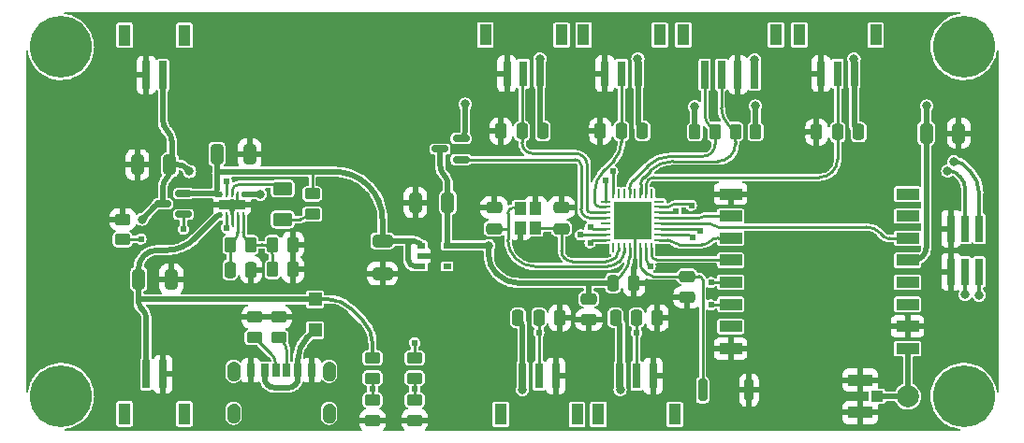
<source format=gbr>
%TF.GenerationSoftware,KiCad,Pcbnew,(6.0.7)*%
%TF.CreationDate,2022-08-09T15:02:55+02:00*%
%TF.ProjectId,LoRaMini-rounded,4c6f5261-4d69-46e6-992d-726f756e6465,rev?*%
%TF.SameCoordinates,Original*%
%TF.FileFunction,Copper,L1,Top*%
%TF.FilePolarity,Positive*%
%FSLAX46Y46*%
G04 Gerber Fmt 4.6, Leading zero omitted, Abs format (unit mm)*
G04 Created by KiCad (PCBNEW (6.0.7)) date 2022-08-09 15:02:55*
%MOMM*%
%LPD*%
G01*
G04 APERTURE LIST*
G04 Aperture macros list*
%AMRoundRect*
0 Rectangle with rounded corners*
0 $1 Rounding radius*
0 $2 $3 $4 $5 $6 $7 $8 $9 X,Y pos of 4 corners*
0 Add a 4 corners polygon primitive as box body*
4,1,4,$2,$3,$4,$5,$6,$7,$8,$9,$2,$3,0*
0 Add four circle primitives for the rounded corners*
1,1,$1+$1,$2,$3*
1,1,$1+$1,$4,$5*
1,1,$1+$1,$6,$7*
1,1,$1+$1,$8,$9*
0 Add four rect primitives between the rounded corners*
20,1,$1+$1,$2,$3,$4,$5,0*
20,1,$1+$1,$4,$5,$6,$7,0*
20,1,$1+$1,$6,$7,$8,$9,0*
20,1,$1+$1,$8,$9,$2,$3,0*%
G04 Aperture macros list end*
%TA.AperFunction,EtchedComponent*%
%ADD10C,0.010000*%
%TD*%
%TA.AperFunction,SMDPad,CuDef*%
%ADD11R,0.700000X0.510000*%
%TD*%
%TA.AperFunction,SMDPad,CuDef*%
%ADD12R,2.400000X0.840000*%
%TD*%
%TA.AperFunction,SMDPad,CuDef*%
%ADD13R,0.250000X0.500000*%
%TD*%
%TA.AperFunction,ComponentPad*%
%ADD14O,0.800000X1.600000*%
%TD*%
%TA.AperFunction,SMDPad,CuDef*%
%ADD15R,0.700000X1.200000*%
%TD*%
%TA.AperFunction,SMDPad,CuDef*%
%ADD16R,0.760000X1.200000*%
%TD*%
%TA.AperFunction,SMDPad,CuDef*%
%ADD17R,0.800000X1.200000*%
%TD*%
%TA.AperFunction,SMDPad,CuDef*%
%ADD18R,2.200000X1.050000*%
%TD*%
%TA.AperFunction,SMDPad,CuDef*%
%ADD19R,1.050000X1.000000*%
%TD*%
%TA.AperFunction,SMDPad,CuDef*%
%ADD20RoundRect,0.250000X-0.475000X0.250000X-0.475000X-0.250000X0.475000X-0.250000X0.475000X0.250000X0*%
%TD*%
%TA.AperFunction,SMDPad,CuDef*%
%ADD21R,1.100000X1.900000*%
%TD*%
%TA.AperFunction,SMDPad,CuDef*%
%ADD22R,0.700000X2.300000*%
%TD*%
%TA.AperFunction,SMDPad,CuDef*%
%ADD23R,2.000000X1.000000*%
%TD*%
%TA.AperFunction,ComponentPad*%
%ADD24C,2.000000*%
%TD*%
%TA.AperFunction,ComponentPad*%
%ADD25C,5.600000*%
%TD*%
%TA.AperFunction,SMDPad,CuDef*%
%ADD26R,0.740000X2.400000*%
%TD*%
%TA.AperFunction,SMDPad,CuDef*%
%ADD27RoundRect,0.250000X0.475000X-0.250000X0.475000X0.250000X-0.475000X0.250000X-0.475000X-0.250000X0*%
%TD*%
%TA.AperFunction,SMDPad,CuDef*%
%ADD28R,0.700000X2.500000*%
%TD*%
%TA.AperFunction,SMDPad,CuDef*%
%ADD29RoundRect,0.250000X-0.250000X-0.475000X0.250000X-0.475000X0.250000X0.475000X-0.250000X0.475000X0*%
%TD*%
%TA.AperFunction,SMDPad,CuDef*%
%ADD30R,1.000000X1.150000*%
%TD*%
%TA.AperFunction,SMDPad,CuDef*%
%ADD31RoundRect,0.250000X0.262500X0.450000X-0.262500X0.450000X-0.262500X-0.450000X0.262500X-0.450000X0*%
%TD*%
%TA.AperFunction,SMDPad,CuDef*%
%ADD32RoundRect,0.250000X0.325000X0.650000X-0.325000X0.650000X-0.325000X-0.650000X0.325000X-0.650000X0*%
%TD*%
%TA.AperFunction,SMDPad,CuDef*%
%ADD33RoundRect,0.250000X0.450000X-0.262500X0.450000X0.262500X-0.450000X0.262500X-0.450000X-0.262500X0*%
%TD*%
%TA.AperFunction,SMDPad,CuDef*%
%ADD34RoundRect,0.250000X-0.325000X-0.650000X0.325000X-0.650000X0.325000X0.650000X-0.325000X0.650000X0*%
%TD*%
%TA.AperFunction,SMDPad,CuDef*%
%ADD35RoundRect,0.250000X-0.262500X-0.450000X0.262500X-0.450000X0.262500X0.450000X-0.262500X0.450000X0*%
%TD*%
%TA.AperFunction,SMDPad,CuDef*%
%ADD36R,1.200000X1.200000*%
%TD*%
%TA.AperFunction,SMDPad,CuDef*%
%ADD37RoundRect,0.250000X-0.625000X0.375000X-0.625000X-0.375000X0.625000X-0.375000X0.625000X0.375000X0*%
%TD*%
%TA.AperFunction,SMDPad,CuDef*%
%ADD38RoundRect,0.250000X-0.450000X0.262500X-0.450000X-0.262500X0.450000X-0.262500X0.450000X0.262500X0*%
%TD*%
%TA.AperFunction,SMDPad,CuDef*%
%ADD39RoundRect,0.250000X0.250000X0.475000X-0.250000X0.475000X-0.250000X-0.475000X0.250000X-0.475000X0*%
%TD*%
%TA.AperFunction,SMDPad,CuDef*%
%ADD40RoundRect,0.250000X-0.650000X0.325000X-0.650000X-0.325000X0.650000X-0.325000X0.650000X0.325000X0*%
%TD*%
%TA.AperFunction,SMDPad,CuDef*%
%ADD41RoundRect,0.150000X0.587500X0.150000X-0.587500X0.150000X-0.587500X-0.150000X0.587500X-0.150000X0*%
%TD*%
%TA.AperFunction,SMDPad,CuDef*%
%ADD42RoundRect,0.200000X-0.200000X-0.800000X0.200000X-0.800000X0.200000X0.800000X-0.200000X0.800000X0*%
%TD*%
%TA.AperFunction,SMDPad,CuDef*%
%ADD43R,3.500000X3.500000*%
%TD*%
%TA.AperFunction,SMDPad,CuDef*%
%ADD44RoundRect,0.062500X0.375000X-0.062500X0.375000X0.062500X-0.375000X0.062500X-0.375000X-0.062500X0*%
%TD*%
%TA.AperFunction,SMDPad,CuDef*%
%ADD45RoundRect,0.062500X0.062500X-0.375000X0.062500X0.375000X-0.062500X0.375000X-0.062500X-0.375000X0*%
%TD*%
%TA.AperFunction,ViaPad*%
%ADD46C,0.800000*%
%TD*%
%TA.AperFunction,ViaPad*%
%ADD47C,0.620000*%
%TD*%
%TA.AperFunction,Conductor*%
%ADD48C,0.500000*%
%TD*%
%TA.AperFunction,Conductor*%
%ADD49C,0.250000*%
%TD*%
%TA.AperFunction,Conductor*%
%ADD50C,0.350000*%
%TD*%
G04 APERTURE END LIST*
%TO.C,J3*%
G36*
X120046000Y-132930000D02*
G01*
X120074000Y-132932000D01*
X120103000Y-132936000D01*
X120131000Y-132941000D01*
X120159000Y-132948000D01*
X120187000Y-132956000D01*
X120214000Y-132966000D01*
X120241000Y-132977000D01*
X120267000Y-132989000D01*
X120292000Y-133003000D01*
X120317000Y-133018000D01*
X120340000Y-133034000D01*
X120363000Y-133052000D01*
X120385000Y-133070000D01*
X120406000Y-133090000D01*
X120426000Y-133111000D01*
X120444000Y-133133000D01*
X120462000Y-133156000D01*
X120478000Y-133179000D01*
X120493000Y-133204000D01*
X120507000Y-133229000D01*
X120519000Y-133255000D01*
X120530000Y-133282000D01*
X120540000Y-133309000D01*
X120548000Y-133337000D01*
X120555000Y-133365000D01*
X120560000Y-133393000D01*
X120564000Y-133422000D01*
X120566000Y-133450000D01*
X120567000Y-133479000D01*
X120567000Y-134079000D01*
X120566000Y-134108000D01*
X120564000Y-134136000D01*
X120560000Y-134165000D01*
X120555000Y-134193000D01*
X120548000Y-134221000D01*
X120540000Y-134249000D01*
X120530000Y-134276000D01*
X120519000Y-134303000D01*
X120507000Y-134329000D01*
X120493000Y-134354000D01*
X120478000Y-134379000D01*
X120462000Y-134402000D01*
X120444000Y-134425000D01*
X120426000Y-134447000D01*
X120406000Y-134468000D01*
X120385000Y-134488000D01*
X120363000Y-134506000D01*
X120340000Y-134524000D01*
X120317000Y-134540000D01*
X120292000Y-134555000D01*
X120267000Y-134569000D01*
X120241000Y-134581000D01*
X120214000Y-134592000D01*
X120187000Y-134602000D01*
X120159000Y-134610000D01*
X120131000Y-134617000D01*
X120103000Y-134622000D01*
X120074000Y-134626000D01*
X120046000Y-134628000D01*
X120017000Y-134629000D01*
X119988000Y-134628000D01*
X119960000Y-134626000D01*
X119931000Y-134622000D01*
X119903000Y-134617000D01*
X119875000Y-134610000D01*
X119847000Y-134602000D01*
X119820000Y-134592000D01*
X119793000Y-134581000D01*
X119767000Y-134569000D01*
X119742000Y-134555000D01*
X119717000Y-134540000D01*
X119694000Y-134524000D01*
X119671000Y-134506000D01*
X119649000Y-134488000D01*
X119628000Y-134468000D01*
X119608000Y-134447000D01*
X119590000Y-134425000D01*
X119572000Y-134402000D01*
X119556000Y-134379000D01*
X119541000Y-134354000D01*
X119527000Y-134329000D01*
X119515000Y-134303000D01*
X119504000Y-134276000D01*
X119494000Y-134249000D01*
X119486000Y-134221000D01*
X119479000Y-134193000D01*
X119474000Y-134165000D01*
X119470000Y-134136000D01*
X119468000Y-134108000D01*
X119467000Y-134079000D01*
X119467000Y-133479000D01*
X119468000Y-133450000D01*
X119470000Y-133422000D01*
X119474000Y-133393000D01*
X119479000Y-133365000D01*
X119486000Y-133337000D01*
X119494000Y-133309000D01*
X119504000Y-133282000D01*
X119515000Y-133255000D01*
X119527000Y-133229000D01*
X119541000Y-133204000D01*
X119556000Y-133179000D01*
X119572000Y-133156000D01*
X119590000Y-133133000D01*
X119608000Y-133111000D01*
X119628000Y-133090000D01*
X119649000Y-133070000D01*
X119671000Y-133052000D01*
X119694000Y-133034000D01*
X119717000Y-133018000D01*
X119742000Y-133003000D01*
X119767000Y-132989000D01*
X119793000Y-132977000D01*
X119820000Y-132966000D01*
X119847000Y-132956000D01*
X119875000Y-132948000D01*
X119903000Y-132941000D01*
X119931000Y-132936000D01*
X119960000Y-132932000D01*
X119988000Y-132930000D01*
X120017000Y-132929000D01*
X120046000Y-132930000D01*
G37*
D10*
X120046000Y-132930000D02*
X120074000Y-132932000D01*
X120103000Y-132936000D01*
X120131000Y-132941000D01*
X120159000Y-132948000D01*
X120187000Y-132956000D01*
X120214000Y-132966000D01*
X120241000Y-132977000D01*
X120267000Y-132989000D01*
X120292000Y-133003000D01*
X120317000Y-133018000D01*
X120340000Y-133034000D01*
X120363000Y-133052000D01*
X120385000Y-133070000D01*
X120406000Y-133090000D01*
X120426000Y-133111000D01*
X120444000Y-133133000D01*
X120462000Y-133156000D01*
X120478000Y-133179000D01*
X120493000Y-133204000D01*
X120507000Y-133229000D01*
X120519000Y-133255000D01*
X120530000Y-133282000D01*
X120540000Y-133309000D01*
X120548000Y-133337000D01*
X120555000Y-133365000D01*
X120560000Y-133393000D01*
X120564000Y-133422000D01*
X120566000Y-133450000D01*
X120567000Y-133479000D01*
X120567000Y-134079000D01*
X120566000Y-134108000D01*
X120564000Y-134136000D01*
X120560000Y-134165000D01*
X120555000Y-134193000D01*
X120548000Y-134221000D01*
X120540000Y-134249000D01*
X120530000Y-134276000D01*
X120519000Y-134303000D01*
X120507000Y-134329000D01*
X120493000Y-134354000D01*
X120478000Y-134379000D01*
X120462000Y-134402000D01*
X120444000Y-134425000D01*
X120426000Y-134447000D01*
X120406000Y-134468000D01*
X120385000Y-134488000D01*
X120363000Y-134506000D01*
X120340000Y-134524000D01*
X120317000Y-134540000D01*
X120292000Y-134555000D01*
X120267000Y-134569000D01*
X120241000Y-134581000D01*
X120214000Y-134592000D01*
X120187000Y-134602000D01*
X120159000Y-134610000D01*
X120131000Y-134617000D01*
X120103000Y-134622000D01*
X120074000Y-134626000D01*
X120046000Y-134628000D01*
X120017000Y-134629000D01*
X119988000Y-134628000D01*
X119960000Y-134626000D01*
X119931000Y-134622000D01*
X119903000Y-134617000D01*
X119875000Y-134610000D01*
X119847000Y-134602000D01*
X119820000Y-134592000D01*
X119793000Y-134581000D01*
X119767000Y-134569000D01*
X119742000Y-134555000D01*
X119717000Y-134540000D01*
X119694000Y-134524000D01*
X119671000Y-134506000D01*
X119649000Y-134488000D01*
X119628000Y-134468000D01*
X119608000Y-134447000D01*
X119590000Y-134425000D01*
X119572000Y-134402000D01*
X119556000Y-134379000D01*
X119541000Y-134354000D01*
X119527000Y-134329000D01*
X119515000Y-134303000D01*
X119504000Y-134276000D01*
X119494000Y-134249000D01*
X119486000Y-134221000D01*
X119479000Y-134193000D01*
X119474000Y-134165000D01*
X119470000Y-134136000D01*
X119468000Y-134108000D01*
X119467000Y-134079000D01*
X119467000Y-133479000D01*
X119468000Y-133450000D01*
X119470000Y-133422000D01*
X119474000Y-133393000D01*
X119479000Y-133365000D01*
X119486000Y-133337000D01*
X119494000Y-133309000D01*
X119504000Y-133282000D01*
X119515000Y-133255000D01*
X119527000Y-133229000D01*
X119541000Y-133204000D01*
X119556000Y-133179000D01*
X119572000Y-133156000D01*
X119590000Y-133133000D01*
X119608000Y-133111000D01*
X119628000Y-133090000D01*
X119649000Y-133070000D01*
X119671000Y-133052000D01*
X119694000Y-133034000D01*
X119717000Y-133018000D01*
X119742000Y-133003000D01*
X119767000Y-132989000D01*
X119793000Y-132977000D01*
X119820000Y-132966000D01*
X119847000Y-132956000D01*
X119875000Y-132948000D01*
X119903000Y-132941000D01*
X119931000Y-132936000D01*
X119960000Y-132932000D01*
X119988000Y-132930000D01*
X120017000Y-132929000D01*
X120046000Y-132930000D01*
G36*
X111406000Y-132930000D02*
G01*
X111434000Y-132932000D01*
X111463000Y-132936000D01*
X111491000Y-132941000D01*
X111519000Y-132948000D01*
X111547000Y-132956000D01*
X111574000Y-132966000D01*
X111601000Y-132977000D01*
X111627000Y-132989000D01*
X111652000Y-133003000D01*
X111677000Y-133018000D01*
X111700000Y-133034000D01*
X111723000Y-133052000D01*
X111745000Y-133070000D01*
X111766000Y-133090000D01*
X111786000Y-133111000D01*
X111804000Y-133133000D01*
X111822000Y-133156000D01*
X111838000Y-133179000D01*
X111853000Y-133204000D01*
X111867000Y-133229000D01*
X111879000Y-133255000D01*
X111890000Y-133282000D01*
X111900000Y-133309000D01*
X111908000Y-133337000D01*
X111915000Y-133365000D01*
X111920000Y-133393000D01*
X111924000Y-133422000D01*
X111926000Y-133450000D01*
X111927000Y-133479000D01*
X111927000Y-134079000D01*
X111926000Y-134108000D01*
X111924000Y-134136000D01*
X111920000Y-134165000D01*
X111915000Y-134193000D01*
X111908000Y-134221000D01*
X111900000Y-134249000D01*
X111890000Y-134276000D01*
X111879000Y-134303000D01*
X111867000Y-134329000D01*
X111853000Y-134354000D01*
X111838000Y-134379000D01*
X111822000Y-134402000D01*
X111804000Y-134425000D01*
X111786000Y-134447000D01*
X111766000Y-134468000D01*
X111745000Y-134488000D01*
X111723000Y-134506000D01*
X111700000Y-134524000D01*
X111677000Y-134540000D01*
X111652000Y-134555000D01*
X111627000Y-134569000D01*
X111601000Y-134581000D01*
X111574000Y-134592000D01*
X111547000Y-134602000D01*
X111519000Y-134610000D01*
X111491000Y-134617000D01*
X111463000Y-134622000D01*
X111434000Y-134626000D01*
X111406000Y-134628000D01*
X111377000Y-134629000D01*
X111348000Y-134628000D01*
X111320000Y-134626000D01*
X111291000Y-134622000D01*
X111263000Y-134617000D01*
X111235000Y-134610000D01*
X111207000Y-134602000D01*
X111180000Y-134592000D01*
X111153000Y-134581000D01*
X111127000Y-134569000D01*
X111102000Y-134555000D01*
X111077000Y-134540000D01*
X111054000Y-134524000D01*
X111031000Y-134506000D01*
X111009000Y-134488000D01*
X110988000Y-134468000D01*
X110968000Y-134447000D01*
X110950000Y-134425000D01*
X110932000Y-134402000D01*
X110916000Y-134379000D01*
X110901000Y-134354000D01*
X110887000Y-134329000D01*
X110875000Y-134303000D01*
X110864000Y-134276000D01*
X110854000Y-134249000D01*
X110846000Y-134221000D01*
X110839000Y-134193000D01*
X110834000Y-134165000D01*
X110830000Y-134136000D01*
X110828000Y-134108000D01*
X110827000Y-134079000D01*
X110827000Y-133479000D01*
X110828000Y-133450000D01*
X110830000Y-133422000D01*
X110834000Y-133393000D01*
X110839000Y-133365000D01*
X110846000Y-133337000D01*
X110854000Y-133309000D01*
X110864000Y-133282000D01*
X110875000Y-133255000D01*
X110887000Y-133229000D01*
X110901000Y-133204000D01*
X110916000Y-133179000D01*
X110932000Y-133156000D01*
X110950000Y-133133000D01*
X110968000Y-133111000D01*
X110988000Y-133090000D01*
X111009000Y-133070000D01*
X111031000Y-133052000D01*
X111054000Y-133034000D01*
X111077000Y-133018000D01*
X111102000Y-133003000D01*
X111127000Y-132989000D01*
X111153000Y-132977000D01*
X111180000Y-132966000D01*
X111207000Y-132956000D01*
X111235000Y-132948000D01*
X111263000Y-132941000D01*
X111291000Y-132936000D01*
X111320000Y-132932000D01*
X111348000Y-132930000D01*
X111377000Y-132929000D01*
X111406000Y-132930000D01*
G37*
X111406000Y-132930000D02*
X111434000Y-132932000D01*
X111463000Y-132936000D01*
X111491000Y-132941000D01*
X111519000Y-132948000D01*
X111547000Y-132956000D01*
X111574000Y-132966000D01*
X111601000Y-132977000D01*
X111627000Y-132989000D01*
X111652000Y-133003000D01*
X111677000Y-133018000D01*
X111700000Y-133034000D01*
X111723000Y-133052000D01*
X111745000Y-133070000D01*
X111766000Y-133090000D01*
X111786000Y-133111000D01*
X111804000Y-133133000D01*
X111822000Y-133156000D01*
X111838000Y-133179000D01*
X111853000Y-133204000D01*
X111867000Y-133229000D01*
X111879000Y-133255000D01*
X111890000Y-133282000D01*
X111900000Y-133309000D01*
X111908000Y-133337000D01*
X111915000Y-133365000D01*
X111920000Y-133393000D01*
X111924000Y-133422000D01*
X111926000Y-133450000D01*
X111927000Y-133479000D01*
X111927000Y-134079000D01*
X111926000Y-134108000D01*
X111924000Y-134136000D01*
X111920000Y-134165000D01*
X111915000Y-134193000D01*
X111908000Y-134221000D01*
X111900000Y-134249000D01*
X111890000Y-134276000D01*
X111879000Y-134303000D01*
X111867000Y-134329000D01*
X111853000Y-134354000D01*
X111838000Y-134379000D01*
X111822000Y-134402000D01*
X111804000Y-134425000D01*
X111786000Y-134447000D01*
X111766000Y-134468000D01*
X111745000Y-134488000D01*
X111723000Y-134506000D01*
X111700000Y-134524000D01*
X111677000Y-134540000D01*
X111652000Y-134555000D01*
X111627000Y-134569000D01*
X111601000Y-134581000D01*
X111574000Y-134592000D01*
X111547000Y-134602000D01*
X111519000Y-134610000D01*
X111491000Y-134617000D01*
X111463000Y-134622000D01*
X111434000Y-134626000D01*
X111406000Y-134628000D01*
X111377000Y-134629000D01*
X111348000Y-134628000D01*
X111320000Y-134626000D01*
X111291000Y-134622000D01*
X111263000Y-134617000D01*
X111235000Y-134610000D01*
X111207000Y-134602000D01*
X111180000Y-134592000D01*
X111153000Y-134581000D01*
X111127000Y-134569000D01*
X111102000Y-134555000D01*
X111077000Y-134540000D01*
X111054000Y-134524000D01*
X111031000Y-134506000D01*
X111009000Y-134488000D01*
X110988000Y-134468000D01*
X110968000Y-134447000D01*
X110950000Y-134425000D01*
X110932000Y-134402000D01*
X110916000Y-134379000D01*
X110901000Y-134354000D01*
X110887000Y-134329000D01*
X110875000Y-134303000D01*
X110864000Y-134276000D01*
X110854000Y-134249000D01*
X110846000Y-134221000D01*
X110839000Y-134193000D01*
X110834000Y-134165000D01*
X110830000Y-134136000D01*
X110828000Y-134108000D01*
X110827000Y-134079000D01*
X110827000Y-133479000D01*
X110828000Y-133450000D01*
X110830000Y-133422000D01*
X110834000Y-133393000D01*
X110839000Y-133365000D01*
X110846000Y-133337000D01*
X110854000Y-133309000D01*
X110864000Y-133282000D01*
X110875000Y-133255000D01*
X110887000Y-133229000D01*
X110901000Y-133204000D01*
X110916000Y-133179000D01*
X110932000Y-133156000D01*
X110950000Y-133133000D01*
X110968000Y-133111000D01*
X110988000Y-133090000D01*
X111009000Y-133070000D01*
X111031000Y-133052000D01*
X111054000Y-133034000D01*
X111077000Y-133018000D01*
X111102000Y-133003000D01*
X111127000Y-132989000D01*
X111153000Y-132977000D01*
X111180000Y-132966000D01*
X111207000Y-132956000D01*
X111235000Y-132948000D01*
X111263000Y-132941000D01*
X111291000Y-132936000D01*
X111320000Y-132932000D01*
X111348000Y-132930000D01*
X111377000Y-132929000D01*
X111406000Y-132930000D01*
G36*
X120046000Y-136730000D02*
G01*
X120074000Y-136732000D01*
X120103000Y-136736000D01*
X120131000Y-136741000D01*
X120159000Y-136748000D01*
X120187000Y-136756000D01*
X120214000Y-136766000D01*
X120241000Y-136777000D01*
X120267000Y-136789000D01*
X120292000Y-136803000D01*
X120317000Y-136818000D01*
X120340000Y-136834000D01*
X120363000Y-136852000D01*
X120385000Y-136870000D01*
X120406000Y-136890000D01*
X120426000Y-136911000D01*
X120444000Y-136933000D01*
X120462000Y-136956000D01*
X120478000Y-136979000D01*
X120493000Y-137004000D01*
X120507000Y-137029000D01*
X120519000Y-137055000D01*
X120530000Y-137082000D01*
X120540000Y-137109000D01*
X120548000Y-137137000D01*
X120555000Y-137165000D01*
X120560000Y-137193000D01*
X120564000Y-137222000D01*
X120566000Y-137250000D01*
X120567000Y-137279000D01*
X120567000Y-137879000D01*
X120566000Y-137908000D01*
X120564000Y-137936000D01*
X120560000Y-137965000D01*
X120555000Y-137993000D01*
X120548000Y-138021000D01*
X120540000Y-138049000D01*
X120530000Y-138076000D01*
X120519000Y-138103000D01*
X120507000Y-138129000D01*
X120493000Y-138154000D01*
X120478000Y-138179000D01*
X120462000Y-138202000D01*
X120444000Y-138225000D01*
X120426000Y-138247000D01*
X120406000Y-138268000D01*
X120385000Y-138288000D01*
X120363000Y-138306000D01*
X120340000Y-138324000D01*
X120317000Y-138340000D01*
X120292000Y-138355000D01*
X120267000Y-138369000D01*
X120241000Y-138381000D01*
X120214000Y-138392000D01*
X120187000Y-138402000D01*
X120159000Y-138410000D01*
X120131000Y-138417000D01*
X120103000Y-138422000D01*
X120074000Y-138426000D01*
X120046000Y-138428000D01*
X120017000Y-138429000D01*
X119988000Y-138428000D01*
X119960000Y-138426000D01*
X119931000Y-138422000D01*
X119903000Y-138417000D01*
X119875000Y-138410000D01*
X119847000Y-138402000D01*
X119820000Y-138392000D01*
X119793000Y-138381000D01*
X119767000Y-138369000D01*
X119742000Y-138355000D01*
X119717000Y-138340000D01*
X119694000Y-138324000D01*
X119671000Y-138306000D01*
X119649000Y-138288000D01*
X119628000Y-138268000D01*
X119608000Y-138247000D01*
X119590000Y-138225000D01*
X119572000Y-138202000D01*
X119556000Y-138179000D01*
X119541000Y-138154000D01*
X119527000Y-138129000D01*
X119515000Y-138103000D01*
X119504000Y-138076000D01*
X119494000Y-138049000D01*
X119486000Y-138021000D01*
X119479000Y-137993000D01*
X119474000Y-137965000D01*
X119470000Y-137936000D01*
X119468000Y-137908000D01*
X119467000Y-137879000D01*
X119467000Y-137279000D01*
X119468000Y-137250000D01*
X119470000Y-137222000D01*
X119474000Y-137193000D01*
X119479000Y-137165000D01*
X119486000Y-137137000D01*
X119494000Y-137109000D01*
X119504000Y-137082000D01*
X119515000Y-137055000D01*
X119527000Y-137029000D01*
X119541000Y-137004000D01*
X119556000Y-136979000D01*
X119572000Y-136956000D01*
X119590000Y-136933000D01*
X119608000Y-136911000D01*
X119628000Y-136890000D01*
X119649000Y-136870000D01*
X119671000Y-136852000D01*
X119694000Y-136834000D01*
X119717000Y-136818000D01*
X119742000Y-136803000D01*
X119767000Y-136789000D01*
X119793000Y-136777000D01*
X119820000Y-136766000D01*
X119847000Y-136756000D01*
X119875000Y-136748000D01*
X119903000Y-136741000D01*
X119931000Y-136736000D01*
X119960000Y-136732000D01*
X119988000Y-136730000D01*
X120017000Y-136729000D01*
X120046000Y-136730000D01*
G37*
X120046000Y-136730000D02*
X120074000Y-136732000D01*
X120103000Y-136736000D01*
X120131000Y-136741000D01*
X120159000Y-136748000D01*
X120187000Y-136756000D01*
X120214000Y-136766000D01*
X120241000Y-136777000D01*
X120267000Y-136789000D01*
X120292000Y-136803000D01*
X120317000Y-136818000D01*
X120340000Y-136834000D01*
X120363000Y-136852000D01*
X120385000Y-136870000D01*
X120406000Y-136890000D01*
X120426000Y-136911000D01*
X120444000Y-136933000D01*
X120462000Y-136956000D01*
X120478000Y-136979000D01*
X120493000Y-137004000D01*
X120507000Y-137029000D01*
X120519000Y-137055000D01*
X120530000Y-137082000D01*
X120540000Y-137109000D01*
X120548000Y-137137000D01*
X120555000Y-137165000D01*
X120560000Y-137193000D01*
X120564000Y-137222000D01*
X120566000Y-137250000D01*
X120567000Y-137279000D01*
X120567000Y-137879000D01*
X120566000Y-137908000D01*
X120564000Y-137936000D01*
X120560000Y-137965000D01*
X120555000Y-137993000D01*
X120548000Y-138021000D01*
X120540000Y-138049000D01*
X120530000Y-138076000D01*
X120519000Y-138103000D01*
X120507000Y-138129000D01*
X120493000Y-138154000D01*
X120478000Y-138179000D01*
X120462000Y-138202000D01*
X120444000Y-138225000D01*
X120426000Y-138247000D01*
X120406000Y-138268000D01*
X120385000Y-138288000D01*
X120363000Y-138306000D01*
X120340000Y-138324000D01*
X120317000Y-138340000D01*
X120292000Y-138355000D01*
X120267000Y-138369000D01*
X120241000Y-138381000D01*
X120214000Y-138392000D01*
X120187000Y-138402000D01*
X120159000Y-138410000D01*
X120131000Y-138417000D01*
X120103000Y-138422000D01*
X120074000Y-138426000D01*
X120046000Y-138428000D01*
X120017000Y-138429000D01*
X119988000Y-138428000D01*
X119960000Y-138426000D01*
X119931000Y-138422000D01*
X119903000Y-138417000D01*
X119875000Y-138410000D01*
X119847000Y-138402000D01*
X119820000Y-138392000D01*
X119793000Y-138381000D01*
X119767000Y-138369000D01*
X119742000Y-138355000D01*
X119717000Y-138340000D01*
X119694000Y-138324000D01*
X119671000Y-138306000D01*
X119649000Y-138288000D01*
X119628000Y-138268000D01*
X119608000Y-138247000D01*
X119590000Y-138225000D01*
X119572000Y-138202000D01*
X119556000Y-138179000D01*
X119541000Y-138154000D01*
X119527000Y-138129000D01*
X119515000Y-138103000D01*
X119504000Y-138076000D01*
X119494000Y-138049000D01*
X119486000Y-138021000D01*
X119479000Y-137993000D01*
X119474000Y-137965000D01*
X119470000Y-137936000D01*
X119468000Y-137908000D01*
X119467000Y-137879000D01*
X119467000Y-137279000D01*
X119468000Y-137250000D01*
X119470000Y-137222000D01*
X119474000Y-137193000D01*
X119479000Y-137165000D01*
X119486000Y-137137000D01*
X119494000Y-137109000D01*
X119504000Y-137082000D01*
X119515000Y-137055000D01*
X119527000Y-137029000D01*
X119541000Y-137004000D01*
X119556000Y-136979000D01*
X119572000Y-136956000D01*
X119590000Y-136933000D01*
X119608000Y-136911000D01*
X119628000Y-136890000D01*
X119649000Y-136870000D01*
X119671000Y-136852000D01*
X119694000Y-136834000D01*
X119717000Y-136818000D01*
X119742000Y-136803000D01*
X119767000Y-136789000D01*
X119793000Y-136777000D01*
X119820000Y-136766000D01*
X119847000Y-136756000D01*
X119875000Y-136748000D01*
X119903000Y-136741000D01*
X119931000Y-136736000D01*
X119960000Y-136732000D01*
X119988000Y-136730000D01*
X120017000Y-136729000D01*
X120046000Y-136730000D01*
G36*
X111406000Y-136730000D02*
G01*
X111434000Y-136732000D01*
X111463000Y-136736000D01*
X111491000Y-136741000D01*
X111519000Y-136748000D01*
X111547000Y-136756000D01*
X111574000Y-136766000D01*
X111601000Y-136777000D01*
X111627000Y-136789000D01*
X111652000Y-136803000D01*
X111677000Y-136818000D01*
X111700000Y-136834000D01*
X111723000Y-136852000D01*
X111745000Y-136870000D01*
X111766000Y-136890000D01*
X111786000Y-136911000D01*
X111804000Y-136933000D01*
X111822000Y-136956000D01*
X111838000Y-136979000D01*
X111853000Y-137004000D01*
X111867000Y-137029000D01*
X111879000Y-137055000D01*
X111890000Y-137082000D01*
X111900000Y-137109000D01*
X111908000Y-137137000D01*
X111915000Y-137165000D01*
X111920000Y-137193000D01*
X111924000Y-137222000D01*
X111926000Y-137250000D01*
X111927000Y-137279000D01*
X111927000Y-137879000D01*
X111926000Y-137908000D01*
X111924000Y-137936000D01*
X111920000Y-137965000D01*
X111915000Y-137993000D01*
X111908000Y-138021000D01*
X111900000Y-138049000D01*
X111890000Y-138076000D01*
X111879000Y-138103000D01*
X111867000Y-138129000D01*
X111853000Y-138154000D01*
X111838000Y-138179000D01*
X111822000Y-138202000D01*
X111804000Y-138225000D01*
X111786000Y-138247000D01*
X111766000Y-138268000D01*
X111745000Y-138288000D01*
X111723000Y-138306000D01*
X111700000Y-138324000D01*
X111677000Y-138340000D01*
X111652000Y-138355000D01*
X111627000Y-138369000D01*
X111601000Y-138381000D01*
X111574000Y-138392000D01*
X111547000Y-138402000D01*
X111519000Y-138410000D01*
X111491000Y-138417000D01*
X111463000Y-138422000D01*
X111434000Y-138426000D01*
X111406000Y-138428000D01*
X111377000Y-138429000D01*
X111348000Y-138428000D01*
X111320000Y-138426000D01*
X111291000Y-138422000D01*
X111263000Y-138417000D01*
X111235000Y-138410000D01*
X111207000Y-138402000D01*
X111180000Y-138392000D01*
X111153000Y-138381000D01*
X111127000Y-138369000D01*
X111102000Y-138355000D01*
X111077000Y-138340000D01*
X111054000Y-138324000D01*
X111031000Y-138306000D01*
X111009000Y-138288000D01*
X110988000Y-138268000D01*
X110968000Y-138247000D01*
X110950000Y-138225000D01*
X110932000Y-138202000D01*
X110916000Y-138179000D01*
X110901000Y-138154000D01*
X110887000Y-138129000D01*
X110875000Y-138103000D01*
X110864000Y-138076000D01*
X110854000Y-138049000D01*
X110846000Y-138021000D01*
X110839000Y-137993000D01*
X110834000Y-137965000D01*
X110830000Y-137936000D01*
X110828000Y-137908000D01*
X110827000Y-137879000D01*
X110827000Y-137279000D01*
X110828000Y-137250000D01*
X110830000Y-137222000D01*
X110834000Y-137193000D01*
X110839000Y-137165000D01*
X110846000Y-137137000D01*
X110854000Y-137109000D01*
X110864000Y-137082000D01*
X110875000Y-137055000D01*
X110887000Y-137029000D01*
X110901000Y-137004000D01*
X110916000Y-136979000D01*
X110932000Y-136956000D01*
X110950000Y-136933000D01*
X110968000Y-136911000D01*
X110988000Y-136890000D01*
X111009000Y-136870000D01*
X111031000Y-136852000D01*
X111054000Y-136834000D01*
X111077000Y-136818000D01*
X111102000Y-136803000D01*
X111127000Y-136789000D01*
X111153000Y-136777000D01*
X111180000Y-136766000D01*
X111207000Y-136756000D01*
X111235000Y-136748000D01*
X111263000Y-136741000D01*
X111291000Y-136736000D01*
X111320000Y-136732000D01*
X111348000Y-136730000D01*
X111377000Y-136729000D01*
X111406000Y-136730000D01*
G37*
X111406000Y-136730000D02*
X111434000Y-136732000D01*
X111463000Y-136736000D01*
X111491000Y-136741000D01*
X111519000Y-136748000D01*
X111547000Y-136756000D01*
X111574000Y-136766000D01*
X111601000Y-136777000D01*
X111627000Y-136789000D01*
X111652000Y-136803000D01*
X111677000Y-136818000D01*
X111700000Y-136834000D01*
X111723000Y-136852000D01*
X111745000Y-136870000D01*
X111766000Y-136890000D01*
X111786000Y-136911000D01*
X111804000Y-136933000D01*
X111822000Y-136956000D01*
X111838000Y-136979000D01*
X111853000Y-137004000D01*
X111867000Y-137029000D01*
X111879000Y-137055000D01*
X111890000Y-137082000D01*
X111900000Y-137109000D01*
X111908000Y-137137000D01*
X111915000Y-137165000D01*
X111920000Y-137193000D01*
X111924000Y-137222000D01*
X111926000Y-137250000D01*
X111927000Y-137279000D01*
X111927000Y-137879000D01*
X111926000Y-137908000D01*
X111924000Y-137936000D01*
X111920000Y-137965000D01*
X111915000Y-137993000D01*
X111908000Y-138021000D01*
X111900000Y-138049000D01*
X111890000Y-138076000D01*
X111879000Y-138103000D01*
X111867000Y-138129000D01*
X111853000Y-138154000D01*
X111838000Y-138179000D01*
X111822000Y-138202000D01*
X111804000Y-138225000D01*
X111786000Y-138247000D01*
X111766000Y-138268000D01*
X111745000Y-138288000D01*
X111723000Y-138306000D01*
X111700000Y-138324000D01*
X111677000Y-138340000D01*
X111652000Y-138355000D01*
X111627000Y-138369000D01*
X111601000Y-138381000D01*
X111574000Y-138392000D01*
X111547000Y-138402000D01*
X111519000Y-138410000D01*
X111491000Y-138417000D01*
X111463000Y-138422000D01*
X111434000Y-138426000D01*
X111406000Y-138428000D01*
X111377000Y-138429000D01*
X111348000Y-138428000D01*
X111320000Y-138426000D01*
X111291000Y-138422000D01*
X111263000Y-138417000D01*
X111235000Y-138410000D01*
X111207000Y-138402000D01*
X111180000Y-138392000D01*
X111153000Y-138381000D01*
X111127000Y-138369000D01*
X111102000Y-138355000D01*
X111077000Y-138340000D01*
X111054000Y-138324000D01*
X111031000Y-138306000D01*
X111009000Y-138288000D01*
X110988000Y-138268000D01*
X110968000Y-138247000D01*
X110950000Y-138225000D01*
X110932000Y-138202000D01*
X110916000Y-138179000D01*
X110901000Y-138154000D01*
X110887000Y-138129000D01*
X110875000Y-138103000D01*
X110864000Y-138076000D01*
X110854000Y-138049000D01*
X110846000Y-138021000D01*
X110839000Y-137993000D01*
X110834000Y-137965000D01*
X110830000Y-137936000D01*
X110828000Y-137908000D01*
X110827000Y-137879000D01*
X110827000Y-137279000D01*
X110828000Y-137250000D01*
X110830000Y-137222000D01*
X110834000Y-137193000D01*
X110839000Y-137165000D01*
X110846000Y-137137000D01*
X110854000Y-137109000D01*
X110864000Y-137082000D01*
X110875000Y-137055000D01*
X110887000Y-137029000D01*
X110901000Y-137004000D01*
X110916000Y-136979000D01*
X110932000Y-136956000D01*
X110950000Y-136933000D01*
X110968000Y-136911000D01*
X110988000Y-136890000D01*
X111009000Y-136870000D01*
X111031000Y-136852000D01*
X111054000Y-136834000D01*
X111077000Y-136818000D01*
X111102000Y-136803000D01*
X111127000Y-136789000D01*
X111153000Y-136777000D01*
X111180000Y-136766000D01*
X111207000Y-136756000D01*
X111235000Y-136748000D01*
X111263000Y-136741000D01*
X111291000Y-136736000D01*
X111320000Y-136732000D01*
X111348000Y-136730000D01*
X111377000Y-136729000D01*
X111406000Y-136730000D01*
%TD*%
D11*
%TO.P,U2,5,VOUT*%
%TO.N,+3V3*%
X130700000Y-122367000D03*
%TO.P,U2,4,NC*%
%TO.N,unconnected-(U2-Pad4)*%
X130700000Y-124267000D03*
%TO.P,U2,3,EN*%
%TO.N,VDC*%
X128380000Y-124267000D03*
%TO.P,U2,2,GND*%
%TO.N,GND*%
X128380000Y-123317000D03*
%TO.P,U2,1,VIN*%
%TO.N,VDC*%
X128380000Y-122367000D03*
%TD*%
D12*
%TO.P,U1,11,GND*%
%TO.N,GND*%
X111252000Y-118684000D03*
D13*
%TO.P,U1,10,OUT*%
%TO.N,VDC*%
X110252000Y-117734000D03*
%TO.P,U1,9,BGATE*%
%TO.N,Net-(Q1-Pad1)*%
X110752000Y-117734000D03*
%TO.P,U1,8,!CHG*%
%TO.N,Net-(CHRG1-Pad1)*%
X111252000Y-117734000D03*
%TO.P,U1,7,EN*%
%TO.N,GND*%
X111752000Y-117734000D03*
%TO.P,U1,6,BAT*%
%TO.N,+BATT*%
X112252000Y-117734000D03*
%TO.P,U1,5,TS*%
%TO.N,Net-(NTC1-Pad1)*%
X112252000Y-119634000D03*
%TO.P,U1,4,LDO*%
%TO.N,Net-(C13-Pad1)*%
X111752000Y-119634000D03*
%TO.P,U1,3,GND*%
%TO.N,GND*%
X111252000Y-119634000D03*
%TO.P,U1,2,ISET*%
%TO.N,Net-(R11-Pad1)*%
X110752000Y-119634000D03*
%TO.P,U1,1,IN*%
%TO.N,VDD*%
X110252000Y-119634000D03*
%TD*%
D14*
%TO.P,J3,S4,SHIELD*%
%TO.N,unconnected-(J3-PadS4)*%
X120017000Y-137579000D03*
%TO.P,J3,S3,SHIELD*%
%TO.N,unconnected-(J3-PadS3)*%
X111377000Y-137579000D03*
%TO.P,J3,S2,SHIELD*%
%TO.N,unconnected-(J3-PadS2)*%
X120017000Y-133779000D03*
%TO.P,J3,S1,SHIELD*%
%TO.N,unconnected-(J3-PadS1)*%
X111377000Y-133779000D03*
D15*
%TO.P,J3,B5,CC2*%
%TO.N,Net-(J3-PadB5)*%
X116197000Y-133699000D03*
%TO.P,J3,A5,CC1*%
%TO.N,Net-(J3-PadA5)*%
X115197000Y-133699000D03*
D16*
%TO.P,J3,A9,VBUS*%
%TO.N,Net-(D2-Pad2)*%
X117217000Y-133699000D03*
%TO.P,J3,B9,VBUS*%
X114177000Y-133699000D03*
D17*
%TO.P,J3,A12,GND*%
%TO.N,GND*%
X118447000Y-133699000D03*
%TO.P,J3,B12,GND*%
X112947000Y-133699000D03*
%TD*%
D18*
%TO.P,ANT,2,Ext*%
%TO.N,GND*%
X168057000Y-137517400D03*
X168057000Y-134567400D03*
D19*
%TO.P,ANT,1,In*%
%TO.N,Net-(ANT1-Pad1)*%
X169582000Y-136042400D03*
%TD*%
D20*
%TO.P,C32,1*%
%TO.N,+3V3*%
X143510000Y-127218400D03*
%TO.P,C32,2*%
%TO.N,GND*%
X143510000Y-129118400D03*
%TD*%
D21*
%TO.P,PA0,P2*%
%TO.N,N/C*%
X151277300Y-137685940D03*
%TO.P,PA0,P1*%
X144378700Y-137680860D03*
D22*
%TO.P,PA0,3,Pin_3*%
%TO.N,GND*%
X149327300Y-134185940D03*
%TO.P,PA0,2,Pin_2*%
%TO.N,PA0*%
X147827300Y-134185940D03*
%TO.P,PA0,1,Pin_1*%
%TO.N,Net-(JP5-Pad3)*%
X146328700Y-134180862D03*
%TD*%
D23*
%TO.P,U4,16,DIO2*%
%TO.N,unconnected-(U4-Pad16)*%
X172338000Y-117714000D03*
%TO.P,U4,15,DIO1*%
%TO.N,unconnected-(U4-Pad15)*%
X172338000Y-119714000D03*
%TO.P,U4,14,DIO0*%
%TO.N,INT*%
X172338000Y-121714000D03*
%TO.P,U4,13,3.3V*%
%TO.N,+3V3*%
X172338000Y-123714000D03*
%TO.P,U4,12,DIO4*%
%TO.N,unconnected-(U4-Pad12)*%
X172338000Y-125714000D03*
%TO.P,U4,11,DIO3*%
%TO.N,unconnected-(U4-Pad11)*%
X172338000Y-127714000D03*
%TO.P,U4,10,GND*%
%TO.N,GND*%
X172338000Y-129714000D03*
%TO.P,U4,9,ANT*%
%TO.N,Net-(ANT1-Pad1)*%
X172338000Y-131714000D03*
%TO.P,U4,8,GND*%
%TO.N,GND*%
X156338000Y-131714000D03*
%TO.P,U4,7,DIO5*%
%TO.N,unconnected-(U4-Pad7)*%
X156338000Y-129714000D03*
%TO.P,U4,6,RESET*%
%TO.N,RST*%
X156338000Y-127714000D03*
%TO.P,U4,5,NSS*%
%TO.N,CS*%
X156338000Y-125714000D03*
%TO.P,U4,4,SCK*%
%TO.N,SCK*%
X156338000Y-123714000D03*
%TO.P,U4,3,MOSI*%
%TO.N,MOSI*%
X156338000Y-121714000D03*
%TO.P,U4,2,MISO*%
%TO.N,MISO*%
X156338000Y-119714000D03*
%TO.P,U4,1,GND*%
%TO.N,GND*%
X156338000Y-117714000D03*
%TD*%
D21*
%TO.P,PA15,P2*%
%TO.N,N/C*%
X143031566Y-103309260D03*
%TO.P,PA15,P1*%
X149930166Y-103314340D03*
D22*
%TO.P,PA15,3,Pin_3*%
%TO.N,GND*%
X144981566Y-106809260D03*
%TO.P,PA15,2,Pin_2*%
%TO.N,PA15*%
X146481566Y-106809260D03*
%TO.P,PA15,1,Pin_1*%
%TO.N,Net-(JP3-Pad3)*%
X147980166Y-106814338D03*
%TD*%
D24*
%TO.P,J2,1,Pin_1*%
%TO.N,Net-(ANT1-Pad1)*%
X172364400Y-136042400D03*
%TD*%
D25*
%TO.P,REF\u002A\u002A,1*%
%TO.N,N/C*%
X177419000Y-104394000D03*
%TD*%
D20*
%TO.P,C33,2*%
%TO.N,GND*%
X152400000Y-127061000D03*
%TO.P,C33,1*%
%TO.N,Net-(C33-Pad1)*%
X152400000Y-125161000D03*
%TD*%
D26*
%TO.P,DEBUG1,6,Pin_6*%
%TO.N,GND*%
X176276000Y-124759000D03*
%TO.P,DEBUG1,5,Pin_5*%
%TO.N,RX*%
X177546000Y-124759000D03*
%TO.P,DEBUG1,4,Pin_4*%
%TO.N,TX*%
X178816000Y-124759000D03*
%TO.P,DEBUG1,3,Pin_3*%
%TO.N,GND*%
X176276000Y-120859000D03*
%TO.P,DEBUG1,2,Pin_2*%
%TO.N,SWCLK*%
X177546000Y-120859000D03*
%TO.P,DEBUG1,1,Pin_1*%
%TO.N,SWDIO*%
X178816000Y-120859000D03*
%TD*%
D27*
%TO.P,C35,2*%
%TO.N,GND*%
X134936000Y-118952000D03*
%TO.P,C35,1*%
%TO.N,Net-(C35-Pad1)*%
X134936000Y-120852000D03*
%TD*%
D21*
%TO.P,VIN,S2*%
%TO.N,N/C*%
X106935000Y-137644800D03*
%TO.P,VIN,S1*%
X101535000Y-137644800D03*
D28*
%TO.P,VIN,2,Pin_2*%
%TO.N,GND*%
X104985000Y-134044800D03*
%TO.P,VIN,1,Pin_1*%
%TO.N,VDD*%
X103485000Y-134044800D03*
%TD*%
D29*
%TO.P,JP3,3,B*%
%TO.N,Net-(JP3-Pad3)*%
X148356400Y-112014000D03*
%TO.P,JP3,2,C*%
%TO.N,PA15*%
X146456400Y-112014000D03*
%TO.P,JP3,1,A*%
%TO.N,GND*%
X144556400Y-112014000D03*
%TD*%
D30*
%TO.P,Y1,4,4*%
%TO.N,GND*%
X138684000Y-119027000D03*
%TO.P,Y1,3,3*%
%TO.N,Net-(C34-Pad2)*%
X138684000Y-120777000D03*
%TO.P,Y1,2,2*%
%TO.N,GND*%
X137284000Y-120777000D03*
%TO.P,Y1,1,1*%
%TO.N,Net-(C35-Pad1)*%
X137284000Y-119027000D03*
%TD*%
D21*
%TO.P,PB8,P2*%
%TO.N,N/C*%
X142450800Y-137685940D03*
%TO.P,PB8,P1*%
X135552200Y-137680860D03*
D22*
%TO.P,PB8,3,Pin_3*%
%TO.N,GND*%
X140500800Y-134185940D03*
%TO.P,PB8,2,Pin_2*%
%TO.N,PB8*%
X139000800Y-134185940D03*
%TO.P,PB8,1,Pin_1*%
%TO.N,Net-(JP2-Pad3)*%
X137502200Y-134180862D03*
%TD*%
D29*
%TO.P,JP4,3,B*%
%TO.N,Net-(JP4-Pad3)*%
X139364800Y-112014000D03*
%TO.P,JP4,2,C*%
%TO.N,PB3*%
X137464800Y-112014000D03*
%TO.P,JP4,1,A*%
%TO.N,GND*%
X135564800Y-112014000D03*
%TD*%
D31*
%TO.P,R12,2*%
%TO.N,Net-(C13-Pad1)*%
X111101500Y-122301000D03*
%TO.P,R12,1*%
%TO.N,Net-(NTC1-Pad1)*%
X112926500Y-122301000D03*
%TD*%
D32*
%TO.P,C14,2*%
%TO.N,GND*%
X102665000Y-115062000D03*
%TO.P,C14,1*%
%TO.N,+BATT*%
X105615000Y-115062000D03*
%TD*%
D33*
%TO.P,R14,2*%
%TO.N,VDC*%
X118491000Y-117705500D03*
%TO.P,R14,1*%
%TO.N,Net-(CHRG1-Pad2)*%
X118491000Y-119530500D03*
%TD*%
D34*
%TO.P,C3,2*%
%TO.N,GND*%
X112828600Y-114096800D03*
%TO.P,C3,1*%
%TO.N,VDC*%
X109878600Y-114096800D03*
%TD*%
D35*
%TO.P,NTC1,2*%
%TO.N,GND*%
X116736500Y-122301000D03*
%TO.P,NTC1,1*%
%TO.N,Net-(NTC1-Pad1)*%
X114911500Y-122301000D03*
%TD*%
D36*
%TO.P,D2,2,A*%
%TO.N,Net-(D2-Pad2)*%
X118745000Y-130051000D03*
%TO.P,D2,1,K*%
%TO.N,VDD*%
X118745000Y-127251000D03*
%TD*%
D25*
%TO.P,REF\u002A\u002A,1*%
%TO.N,N/C*%
X95758000Y-136017000D03*
%TD*%
D29*
%TO.P,C31,2*%
%TO.N,GND*%
X147609600Y-125780800D03*
%TO.P,C31,1*%
%TO.N,+3V3*%
X145709600Y-125780800D03*
%TD*%
D20*
%TO.P,C34,2*%
%TO.N,Net-(C34-Pad2)*%
X141032000Y-120852000D03*
%TO.P,C34,1*%
%TO.N,GND*%
X141032000Y-118952000D03*
%TD*%
D37*
%TO.P,CHRG,2,A*%
%TO.N,Net-(CHRG1-Pad2)*%
X115824000Y-120018000D03*
%TO.P,CHRG,1,K*%
%TO.N,Net-(CHRG1-Pad1)*%
X115824000Y-117218000D03*
%TD*%
D38*
%TO.P,R35,2*%
%TO.N,ADC_Batt*%
X127762000Y-134389500D03*
%TO.P,R35,1*%
%TO.N,+BATT*%
X127762000Y-132564500D03*
%TD*%
D25*
%TO.P,REF\u002A\u002A,1*%
%TO.N,N/C*%
X95758000Y-104394000D03*
%TD*%
D32*
%TO.P,C2,2*%
%TO.N,GND*%
X127811000Y-118491000D03*
%TO.P,C2,1*%
%TO.N,+3V3*%
X130761000Y-118491000D03*
%TD*%
D39*
%TO.P,JP5,3,B*%
%TO.N,Net-(JP5-Pad3)*%
X145928000Y-128930400D03*
%TO.P,JP5,2,C*%
%TO.N,PA0*%
X147828000Y-128930400D03*
%TO.P,JP5,1,A*%
%TO.N,GND*%
X149728000Y-128930400D03*
%TD*%
D31*
%TO.P,R31,2*%
%TO.N,SCL*%
X156770700Y-112064800D03*
%TO.P,R31,1*%
%TO.N,+3V3*%
X158595700Y-112064800D03*
%TD*%
D33*
%TO.P,R2,2*%
%TO.N,GND*%
X113284000Y-128881500D03*
%TO.P,R2,1*%
%TO.N,Net-(J3-PadA5)*%
X113284000Y-130706500D03*
%TD*%
D40*
%TO.P,C1,2*%
%TO.N,GND*%
X124841000Y-124919000D03*
%TO.P,C1,1*%
%TO.N,VDC*%
X124841000Y-121969000D03*
%TD*%
D33*
%TO.P,R11,2*%
%TO.N,GND*%
X101346000Y-120015000D03*
%TO.P,R11,1*%
%TO.N,Net-(R11-Pad1)*%
X101346000Y-121840000D03*
%TD*%
D34*
%TO.P,C11,2*%
%TO.N,GND*%
X105742000Y-125444000D03*
%TO.P,C11,1*%
%TO.N,VDD*%
X102792000Y-125444000D03*
%TD*%
D35*
%TO.P,R32,2*%
%TO.N,SDA*%
X154938100Y-112064800D03*
%TO.P,R32,1*%
%TO.N,+3V3*%
X153113100Y-112064800D03*
%TD*%
%TO.P,R13,2*%
%TO.N,GND*%
X116736500Y-124563000D03*
%TO.P,R13,1*%
%TO.N,Net-(NTC1-Pad1)*%
X114911500Y-124563000D03*
%TD*%
D41*
%TO.P,Q2,3,D*%
%TO.N,+3V3*%
X130075700Y-113639600D03*
%TO.P,Q2,2,S*%
%TO.N,VBUS*%
X131950700Y-112689600D03*
%TO.P,Q2,1,G*%
%TO.N,VBUS_EN*%
X131950700Y-114589600D03*
%TD*%
D21*
%TO.P,PA8,P2*%
%TO.N,N/C*%
X162565100Y-103309260D03*
%TO.P,PA8,P1*%
X169463700Y-103314340D03*
D22*
%TO.P,PA8,3,Pin_3*%
%TO.N,GND*%
X164515100Y-106809260D03*
%TO.P,PA8,2,Pin_2*%
%TO.N,PA8*%
X166015100Y-106809260D03*
%TO.P,PA8,1,Pin_1*%
%TO.N,Net-(JP1-Pad3)*%
X167513700Y-106814338D03*
%TD*%
D34*
%TO.P,C41,2*%
%TO.N,GND*%
X176989000Y-112217200D03*
%TO.P,C41,1*%
%TO.N,+3V3*%
X174039000Y-112217200D03*
%TD*%
D29*
%TO.P,JP1,3,B*%
%TO.N,Net-(JP1-Pad3)*%
X167914400Y-112115600D03*
%TO.P,JP1,2,C*%
%TO.N,PA8*%
X166014400Y-112115600D03*
%TO.P,JP1,1,A*%
%TO.N,GND*%
X164114400Y-112115600D03*
%TD*%
D39*
%TO.P,JP2,3,B*%
%TO.N,Net-(JP2-Pad3)*%
X137101500Y-128930400D03*
%TO.P,JP2,2,C*%
%TO.N,PB8*%
X139001500Y-128930400D03*
%TO.P,JP2,1,A*%
%TO.N,GND*%
X140901500Y-128930400D03*
%TD*%
D21*
%TO.P,BATT,S2*%
%TO.N,N/C*%
X101535000Y-103337500D03*
%TO.P,BATT,S1*%
X106935000Y-103337500D03*
D28*
%TO.P,BATT,2,Pin_2*%
%TO.N,GND*%
X103485000Y-106937500D03*
%TO.P,BATT,1,Pin_1*%
%TO.N,+BATT*%
X104985000Y-106937500D03*
%TD*%
D21*
%TO.P,PB3,P2*%
%TO.N,N/C*%
X134150700Y-103309260D03*
%TO.P,PB3,P1*%
X141049300Y-103314340D03*
D22*
%TO.P,PB3,3,Pin_3*%
%TO.N,GND*%
X136100700Y-106809260D03*
%TO.P,PB3,2,Pin_2*%
%TO.N,PB3*%
X137600700Y-106809260D03*
%TO.P,PB3,1,Pin_1*%
%TO.N,Net-(JP4-Pad3)*%
X139099300Y-106814338D03*
%TD*%
D25*
%TO.P,REF\u002A\u002A,1*%
%TO.N,N/C*%
X177419000Y-136017000D03*
%TD*%
D42*
%TO.P,RST,2,2*%
%TO.N,GND*%
X158005200Y-135483600D03*
%TO.P,RST,1,1*%
%TO.N,Net-(C33-Pad1)*%
X153805200Y-135483600D03*
%TD*%
D38*
%TO.P,R33,2*%
%TO.N,ADC_Sol*%
X123952000Y-134389500D03*
%TO.P,R33,1*%
%TO.N,VDD*%
X123952000Y-132564500D03*
%TD*%
%TO.P,R34,2*%
%TO.N,GND*%
X123952000Y-138218500D03*
%TO.P,R34,1*%
%TO.N,ADC_Sol*%
X123952000Y-136393500D03*
%TD*%
D43*
%TO.P,U3,33,VSS/VSSA*%
%TO.N,GND*%
X147447000Y-120142000D03*
D44*
%TO.P,U3,32,PB8*%
%TO.N,PB8*%
X145009500Y-121892000D03*
%TO.P,U3,31,PB7*%
%TO.N,RX*%
X145009500Y-121392000D03*
%TO.P,U3,30,PB6*%
%TO.N,TX*%
X145009500Y-120892000D03*
%TO.P,U3,29,PB5*%
%TO.N,unconnected-(U3-Pad29)*%
X145009500Y-120392000D03*
%TO.P,U3,28,PB4*%
%TO.N,VBUS_EN*%
X145009500Y-119892000D03*
%TO.P,U3,27,PB3*%
%TO.N,PB3*%
X145009500Y-119392000D03*
%TO.P,U3,26,PA15*%
%TO.N,PA15*%
X145009500Y-118892000D03*
%TO.P,U3,25,PA14/BOOT0*%
%TO.N,SWCLK*%
X145009500Y-118392000D03*
D45*
%TO.P,U3,24,PA13*%
%TO.N,SWDIO*%
X145697000Y-117704500D03*
%TO.P,U3,23,PA12_[PA10]*%
%TO.N,unconnected-(U3-Pad23)*%
X146197000Y-117704500D03*
%TO.P,U3,22,PA11_[PA9]*%
%TO.N,unconnected-(U3-Pad22)*%
X146697000Y-117704500D03*
%TO.P,U3,21,PA10*%
%TO.N,SDA*%
X147197000Y-117704500D03*
%TO.P,U3,20,PC6*%
%TO.N,unconnected-(U3-Pad20)*%
X147697000Y-117704500D03*
%TO.P,U3,19,PA9*%
%TO.N,SCL*%
X148197000Y-117704500D03*
%TO.P,U3,18,PA8*%
%TO.N,PA8*%
X148697000Y-117704500D03*
%TO.P,U3,17,PB2*%
%TO.N,unconnected-(U3-Pad17)*%
X149197000Y-117704500D03*
D44*
%TO.P,U3,16,PB1*%
%TO.N,unconnected-(U3-Pad16)*%
X149884500Y-118392000D03*
%TO.P,U3,15,PB0*%
%TO.N,ADC_Sol*%
X149884500Y-118892000D03*
%TO.P,U3,14,PA7*%
%TO.N,ADC_Batt*%
X149884500Y-119392000D03*
%TO.P,U3,13,PA6*%
%TO.N,MISO*%
X149884500Y-119892000D03*
%TO.P,U3,12,PA5*%
%TO.N,INT*%
X149884500Y-120392000D03*
%TO.P,U3,11,PA4*%
%TO.N,CS*%
X149884500Y-120892000D03*
%TO.P,U3,10,PA3*%
%TO.N,RST*%
X149884500Y-121392000D03*
%TO.P,U3,9,PA2*%
%TO.N,MOSI*%
X149884500Y-121892000D03*
D45*
%TO.P,U3,8,PA1*%
%TO.N,SCK*%
X149197000Y-122579500D03*
%TO.P,U3,7,PA0*%
%TO.N,PA0*%
X148697000Y-122579500D03*
%TO.P,U3,6,~{RST}/PF2*%
%TO.N,Net-(C33-Pad1)*%
X148197000Y-122579500D03*
%TO.P,U3,5,VSS/VSSA*%
%TO.N,GND*%
X147697000Y-122579500D03*
%TO.P,U3,4,VDD/VDDA*%
%TO.N,+3V3*%
X147197000Y-122579500D03*
%TO.P,U3,3,OSC32_OUT/PC15*%
%TO.N,Net-(C35-Pad1)*%
X146697000Y-122579500D03*
%TO.P,U3,2,OSC32_IN/PC14*%
%TO.N,Net-(C34-Pad2)*%
X146197000Y-122579500D03*
%TO.P,U3,1,PB9*%
%TO.N,unconnected-(U3-Pad1)*%
X145697000Y-122579500D03*
%TD*%
D29*
%TO.P,C13,2*%
%TO.N,GND*%
X112964000Y-124587000D03*
%TO.P,C13,1*%
%TO.N,Net-(C13-Pad1)*%
X111064000Y-124587000D03*
%TD*%
D38*
%TO.P,R36,2*%
%TO.N,GND*%
X127762000Y-138199500D03*
%TO.P,R36,1*%
%TO.N,ADC_Batt*%
X127762000Y-136374500D03*
%TD*%
D33*
%TO.P,R1,2*%
%TO.N,GND*%
X115443000Y-128881500D03*
%TO.P,R1,1*%
%TO.N,Net-(J3-PadB5)*%
X115443000Y-130706500D03*
%TD*%
D21*
%TO.P,I2C,S2*%
%TO.N,N/C*%
X152047632Y-103302000D03*
%TO.P,I2C,S1*%
X160447632Y-103302000D03*
D28*
%TO.P,I2C,4,Pin_4*%
%TO.N,SDA*%
X153997632Y-106902000D03*
%TO.P,I2C,3,Pin_3*%
%TO.N,SCL*%
X155497632Y-106902000D03*
%TO.P,I2C,2,Pin_2*%
%TO.N,GND*%
X156997632Y-106902000D03*
%TO.P,I2C,1,Pin_1*%
%TO.N,Net-(I2C1-Pad1)*%
X158497632Y-106902000D03*
%TD*%
D41*
%TO.P,Q1,3,D*%
%TO.N,+BATT*%
X104980500Y-118618000D03*
%TO.P,Q1,2,S*%
%TO.N,VDC*%
X106855500Y-117668000D03*
%TO.P,Q1,1,G*%
%TO.N,Net-(Q1-Pad1)*%
X106855500Y-119568000D03*
%TD*%
D46*
%TO.N,+BATT*%
X103100000Y-120000000D03*
X113792000Y-117729000D03*
X107391200Y-115671600D03*
D47*
X127762000Y-131191000D03*
D46*
%TO.N,GND*%
X138023600Y-122936000D03*
X131090800Y-127457200D03*
X164439600Y-126214000D03*
X146431000Y-119126000D03*
X164439600Y-124714000D03*
X131090800Y-125957200D03*
X138023600Y-116078000D03*
X133400800Y-127457200D03*
X128090800Y-125957200D03*
X133400000Y-126000000D03*
X162939600Y-123214000D03*
X129590800Y-125957200D03*
X165939600Y-126214000D03*
X146431000Y-121158000D03*
X162939600Y-126214000D03*
X164439600Y-123214000D03*
X128090800Y-127457200D03*
X148463000Y-119126000D03*
D47*
X111252000Y-118684000D03*
D46*
X165939600Y-123214000D03*
X148463000Y-121158000D03*
X162939600Y-124714000D03*
X133400800Y-128981200D03*
X165939600Y-124714000D03*
X129590800Y-128957200D03*
X131090800Y-128957200D03*
X128090800Y-128957200D03*
X129590800Y-127457200D03*
%TO.N,+3V3*%
X174050000Y-109750000D03*
X134467600Y-122377200D03*
X153100000Y-109800000D03*
X158600000Y-109750000D03*
%TO.N,SWDIO*%
X176530000Y-114808000D03*
D47*
X145672359Y-115674959D03*
D46*
%TO.N,SWCLK*%
X175975577Y-115639637D03*
D47*
X145013398Y-116442702D03*
D46*
%TO.N,TX*%
X178816000Y-126873000D03*
D47*
X143637000Y-120757500D03*
%TO.N,RX*%
X142748000Y-121412000D03*
D46*
X177546000Y-126833345D03*
D47*
%TO.N,Net-(R11-Pad1)*%
X102997000Y-121793000D03*
X110744000Y-120777000D03*
%TO.N,ADC_Sol*%
X123952000Y-135382000D03*
X152781000Y-118745000D03*
%TO.N,ADC_Batt*%
X151384000Y-119253000D03*
X127762000Y-135382000D03*
%TO.N,PB8*%
X143637000Y-122116497D03*
X138988800Y-130251200D03*
%TO.N,PA0*%
X147828000Y-130302000D03*
X149056272Y-124234388D03*
%TO.N,RST*%
X154559000Y-127762000D03*
X152908000Y-121666000D03*
%TO.N,CS*%
X153543000Y-121031000D03*
X154559000Y-125730000D03*
%TO.N,Net-(Q1-Pad1)*%
X106832400Y-120904000D03*
X110744000Y-116535200D03*
D46*
%TO.N,Net-(JP1-Pad3)*%
X167500000Y-105500000D03*
%TO.N,Net-(JP2-Pad3)*%
X137515600Y-135432800D03*
%TO.N,Net-(JP3-Pad3)*%
X147950000Y-105500000D03*
%TO.N,Net-(JP4-Pad3)*%
X139090400Y-105460800D03*
%TO.N,Net-(JP5-Pad3)*%
X146350000Y-135450000D03*
%TO.N,Net-(I2C1-Pad1)*%
X158500000Y-105550000D03*
%TO.N,VBUS*%
X132334000Y-109575600D03*
%TD*%
D48*
%TO.N,+3V3*%
X143510000Y-125780800D02*
X145709600Y-125780800D01*
X137155951Y-125780800D02*
X143510000Y-125780800D01*
X143510000Y-125780800D02*
X143510000Y-127218400D01*
X135114169Y-124852587D02*
G75*
G02*
X134467600Y-123291600I1561031J1560987D01*
G01*
X135114178Y-124852578D02*
X135255000Y-124993400D01*
X137155951Y-125780819D02*
G75*
G02*
X135255001Y-124993399I49J2688419D01*
G01*
X134467600Y-122377200D02*
X134467600Y-123291600D01*
D49*
%TO.N,Net-(JP4-Pad3)*%
X138964100Y-105716668D02*
X138964100Y-105716926D01*
X138964100Y-106497162D02*
X138964100Y-106503700D01*
X138964100Y-106270397D02*
X138964100Y-106271433D01*
X138964100Y-105937842D02*
X138964100Y-105949366D01*
X138964100Y-106395894D02*
X138964100Y-106413674D01*
X138964100Y-105755177D02*
X138964100Y-105757068D01*
X138964100Y-105829607D02*
X138964100Y-105833534D01*
X138964100Y-106598870D02*
X138964100Y-106600586D01*
X138964100Y-105981934D02*
X138964100Y-105982339D01*
X138964100Y-106540532D02*
X138964100Y-106541331D01*
X138964100Y-105906511D02*
X138964100Y-105923256D01*
X138964100Y-106545599D02*
X138964100Y-106551738D01*
X138964100Y-105975496D02*
X138964100Y-105976891D01*
X138964100Y-106058208D02*
X138964100Y-106060098D01*
X138964100Y-106310919D02*
X138964100Y-106313811D01*
X138964100Y-106423881D02*
X138964100Y-106426515D01*
X138964100Y-106510237D02*
X138964100Y-106511836D01*
X138964100Y-105840566D02*
X138964100Y-105841601D01*
X138964100Y-105834775D02*
X138964100Y-105836221D01*
X138964100Y-106481370D02*
X138964100Y-106482005D01*
X138964100Y-105819681D02*
X138964100Y-105824644D01*
X138964100Y-106337193D02*
X138964100Y-106337498D01*
X138964100Y-106288176D02*
X138964100Y-106289211D01*
X138964100Y-105994108D02*
X138964100Y-105996448D01*
X138964100Y-106513435D02*
X138964100Y-106515034D01*
X138964100Y-106593872D02*
X138964100Y-106597776D01*
X138964100Y-105889766D02*
X138964100Y-105906511D01*
X138964100Y-105685361D02*
X138964100Y-105686537D01*
X138964100Y-105926318D02*
X138964100Y-105937842D01*
X138964100Y-106453008D02*
X138964100Y-106462532D01*
X138964100Y-106209807D02*
X138964100Y-106229658D01*
X138964100Y-106378113D02*
X138964100Y-106379148D01*
X138964100Y-106099124D02*
X138964100Y-106112358D01*
X138964100Y-106056318D02*
X138964100Y-106058208D01*
X138964100Y-106015264D02*
X138964100Y-106018145D01*
X138964100Y-106129946D02*
X138964100Y-106138971D01*
X138964100Y-106342248D02*
X138964100Y-106346693D01*
X138964100Y-105979165D02*
X138964100Y-105981146D01*
X138964100Y-105757788D02*
X138964100Y-105761119D01*
X138964100Y-106085890D02*
X138964100Y-106099124D01*
X138964100Y-105696097D02*
X138964100Y-105697762D01*
X138964100Y-105982339D02*
X138964100Y-105982744D01*
X138964100Y-105687648D02*
X138964100Y-105688694D01*
X138964100Y-106542130D02*
X138964100Y-106542929D01*
X138964100Y-105839531D02*
X138964100Y-105840566D01*
X138964100Y-106361368D02*
X138964100Y-106362403D01*
X138964100Y-105968340D02*
X138964100Y-105971716D01*
X138964100Y-106324770D02*
X138964100Y-106328911D01*
X138964100Y-105824903D02*
X138964100Y-105829348D01*
X138964100Y-106314846D02*
X138964100Y-106315667D01*
X138964100Y-106382817D02*
X138964100Y-106391190D01*
X138964100Y-106287141D02*
X138964100Y-106288176D01*
X138964100Y-106174250D02*
X138964100Y-106181632D01*
X138964100Y-105986524D02*
X138964100Y-105988909D01*
X138964100Y-106532923D02*
X138964100Y-106538262D01*
X138964100Y-106054428D02*
X138964100Y-106056318D01*
X138964100Y-106515070D02*
X138964100Y-106516741D01*
X138964100Y-106619786D02*
X138964100Y-106627123D01*
X138964100Y-105752093D02*
X138964100Y-105752588D01*
X138964100Y-106377078D02*
X138964100Y-106378113D01*
X138964100Y-105799021D02*
X138964100Y-105800867D01*
X138964100Y-106489025D02*
X138964100Y-106493493D01*
X138964100Y-105964964D02*
X138964100Y-105968340D01*
X138964100Y-105851831D02*
X138964100Y-105856276D01*
X138964100Y-105761839D02*
X138964100Y-105766610D01*
X138964100Y-106299957D02*
X138964100Y-106304920D01*
X138964100Y-106268325D02*
X138964100Y-106269361D01*
X138964100Y-106001941D02*
X138964100Y-106004823D01*
X138964100Y-106469094D02*
X138964100Y-106471329D01*
X138964100Y-105838496D02*
X138964100Y-105839531D01*
X138964100Y-105682044D02*
X138964100Y-105683057D01*
X138964100Y-106360333D02*
X138964100Y-106361368D01*
X138964100Y-105681031D02*
X138964100Y-105682044D01*
X138964100Y-105747524D02*
X138964100Y-105750405D01*
X138964100Y-106443484D02*
X138964100Y-106453008D01*
X138964100Y-106566449D02*
X138964100Y-106575857D01*
X138964100Y-106505734D02*
X138964100Y-106508203D01*
X138964100Y-106064397D02*
X138964100Y-106074885D01*
X138964100Y-106138971D02*
X138964100Y-106147996D01*
X138964100Y-105873021D02*
X138964100Y-105889766D01*
X138964100Y-105729744D02*
X138964100Y-105733931D01*
X138964100Y-106484557D02*
X138964100Y-106489025D01*
X138964100Y-105787328D02*
X138964100Y-105794508D01*
X138964100Y-106254731D02*
X138964100Y-106264139D01*
X138964100Y-106541331D02*
X138964100Y-106542130D01*
X138964100Y-105741762D02*
X138964100Y-105744643D01*
X138964100Y-106557041D02*
X138964100Y-106566449D01*
X138964100Y-106508638D02*
X138964100Y-106510237D01*
X138964100Y-105753286D02*
X138964100Y-105755177D01*
X138964100Y-106376043D02*
X138964100Y-106377078D01*
X138964100Y-106466859D02*
X138964100Y-106469094D01*
X138964100Y-105949366D02*
X138964100Y-105960890D01*
X138964100Y-106154973D02*
X138964100Y-106156616D01*
X138964100Y-105713462D02*
X138964100Y-105715685D01*
X138964100Y-106315667D02*
X138964100Y-106316488D01*
X138964100Y-106269361D02*
X138964100Y-106270397D01*
X138964100Y-105861574D02*
X138964100Y-105867724D01*
X138964100Y-106316488D02*
X138964100Y-106317309D01*
X138964100Y-105843977D02*
X138964100Y-105847387D01*
X138964100Y-106337498D02*
X138964100Y-106337803D01*
X138964100Y-106511836D02*
X138964100Y-106513435D01*
X138964100Y-106612449D02*
X138964100Y-106619786D01*
X138964100Y-106336888D02*
X138964100Y-106337193D01*
X138964100Y-105677518D02*
X138964100Y-105678367D01*
X138964100Y-106519211D02*
X138964100Y-106522480D01*
X138964100Y-106605112D02*
X138964100Y-106612449D01*
X138964100Y-106166868D02*
X138964100Y-106174250D01*
X138964100Y-105977184D02*
X138964100Y-105979165D01*
X138964100Y-105837461D02*
X138964100Y-105838496D01*
X138964100Y-106359298D02*
X138964100Y-106360333D01*
X138964100Y-105847645D02*
X138964100Y-105851572D01*
X138964100Y-106473081D02*
X138964100Y-106478819D01*
X138964100Y-105725557D02*
X138964100Y-105729744D01*
X138964100Y-106600586D02*
X138964100Y-106602302D01*
X138964100Y-105841678D02*
X138964100Y-105842866D01*
X138964100Y-106153330D02*
X138964100Y-106154973D01*
X138964100Y-105679478D02*
X138964100Y-105680851D01*
X138964100Y-105698955D02*
X138964100Y-105703006D01*
X138964100Y-106334164D02*
X138964100Y-106336082D01*
X138964100Y-105676663D02*
X138964100Y-105677175D01*
X138964100Y-106320629D02*
X138964100Y-106324770D01*
X138964100Y-106338838D02*
X138964100Y-106341213D01*
X138964100Y-106421247D02*
X138964100Y-106423881D01*
X138964100Y-105974101D02*
X138964100Y-105975496D01*
X138964100Y-106522480D02*
X138964100Y-106525749D01*
X138964100Y-106042476D02*
X138964100Y-106051074D01*
X138964100Y-105717184D02*
X138964100Y-105717442D01*
X138964100Y-106023637D02*
X138964100Y-106031740D01*
X138964100Y-106018145D02*
X138964100Y-106021026D01*
X138964100Y-105686602D02*
X138964100Y-105687648D01*
X138964100Y-105751598D02*
X138964100Y-105752093D01*
X138964100Y-105721370D02*
X138964100Y-105725557D01*
X138964100Y-105999059D02*
X138964100Y-106001941D01*
X138964100Y-105694905D02*
X138964100Y-105695625D01*
X138964100Y-105693465D02*
X138964100Y-105694185D01*
X138964100Y-105694185D02*
X138964100Y-105694905D01*
X138964100Y-105836426D02*
X138964100Y-105837461D01*
X138964100Y-106229658D02*
X138964100Y-106249509D01*
X138964100Y-105771854D02*
X138964100Y-105777571D01*
X138964100Y-106583488D02*
X138964100Y-106589109D01*
X138964100Y-105984139D02*
X138964100Y-105986524D01*
X138964100Y-106012383D02*
X138964100Y-106015264D01*
X138964100Y-106328911D02*
X138964100Y-106333052D01*
X138964100Y-105716926D02*
X138964100Y-105717184D01*
X138964100Y-106317729D02*
X138964100Y-106319389D01*
X138964100Y-105996448D02*
X138964100Y-105998788D01*
X138964100Y-105744643D02*
X138964100Y-105747524D01*
X138964100Y-105797175D02*
X138964100Y-105799021D01*
X138964100Y-105856276D02*
X138964100Y-105860721D01*
X138964100Y-106304920D02*
X138964100Y-106309883D01*
X138964100Y-106482005D02*
X138964100Y-106482640D01*
X138964100Y-105766610D02*
X138964100Y-105771381D01*
X138964100Y-105800867D02*
X138964100Y-105802713D01*
X138964100Y-105703006D02*
X138964100Y-105707057D01*
X138964100Y-106289211D02*
X138964100Y-106290246D01*
X138964100Y-105814718D02*
X138964100Y-105819681D01*
X138964100Y-105707519D02*
X138964100Y-105712222D01*
X138964100Y-105678367D02*
X138964100Y-105679216D01*
X138964100Y-105718295D02*
X138964100Y-105720259D01*
X138964100Y-106346693D02*
X138964100Y-106351138D01*
X138964100Y-105688694D02*
X138964100Y-105689740D01*
X138964100Y-106159486D02*
X138964100Y-106166868D01*
X138964100Y-106181632D02*
X138964100Y-106189014D01*
X138964100Y-106589968D02*
X138964100Y-106593872D01*
%TO.N,+3V3*%
X146591028Y-124899339D02*
G75*
G03*
X147197000Y-123436450I-1462928J1462939D01*
G01*
D48*
%TO.N,VDD*%
X102792000Y-124547499D02*
X102792000Y-124548086D01*
X102792000Y-127258677D02*
X102792000Y-127262546D01*
X102792000Y-126154202D02*
X102792000Y-126170325D01*
X102792000Y-125276604D02*
X102792000Y-125327063D01*
X102792000Y-124774898D02*
X102792000Y-124776071D01*
X102792000Y-124640218D02*
X102792000Y-124640806D01*
X102792000Y-127239819D02*
X102792000Y-127244655D01*
X102792000Y-125402724D02*
X102792000Y-125408854D01*
X102792000Y-126273966D02*
X102792000Y-126277997D01*
X102792000Y-126976273D02*
X102792000Y-126980141D01*
X102792000Y-124753186D02*
X102792000Y-124767270D01*
X102792000Y-126969019D02*
X102792000Y-126969987D01*
X102792000Y-124634643D02*
X102792000Y-124636990D01*
X102792000Y-124983457D02*
X102792000Y-124989300D01*
X102792000Y-124932663D02*
X102792000Y-124938709D01*
X102792000Y-124644328D02*
X102792000Y-124644915D01*
X102792000Y-127181306D02*
X102792000Y-127185174D01*
X102792000Y-125111766D02*
X102792000Y-125124702D01*
X102792000Y-126203649D02*
X102792000Y-126220131D01*
X102792000Y-124699196D02*
X102792000Y-124708585D01*
X102792000Y-127266899D02*
X102792000Y-127267867D01*
X102792000Y-125807002D02*
X102792000Y-125864869D01*
X102792000Y-125509275D02*
X102792000Y-125534133D01*
X102792000Y-124504880D02*
X102792000Y-124505027D01*
X102792000Y-126186089D02*
X102792000Y-126186448D01*
X102792000Y-124625256D02*
X102792000Y-124627603D01*
X102792000Y-124494318D02*
X102792000Y-124494465D01*
X102792000Y-126956447D02*
X102792000Y-126961282D01*
X102792000Y-126327802D02*
X102792000Y-126331833D01*
X102792000Y-124463364D02*
X102792000Y-124464097D01*
X102792000Y-124461823D02*
X102792000Y-124462410D01*
X102792000Y-125634715D02*
X102792000Y-125643126D01*
X102792000Y-125645903D02*
X102792000Y-125659867D01*
X102792000Y-125061899D02*
X102792000Y-125071085D01*
X102792000Y-126595705D02*
X102792000Y-126617949D01*
X102792000Y-124900864D02*
X102792000Y-124920048D01*
X102792000Y-124851510D02*
X102792000Y-124853250D01*
X102792000Y-124507890D02*
X102792000Y-124510237D01*
X102792000Y-124471211D02*
X102792000Y-124471798D01*
X102792000Y-124926617D02*
X102792000Y-124932663D01*
X102792000Y-124535178D02*
X102792000Y-124540752D01*
X102792000Y-125980603D02*
X102792000Y-125984634D01*
X102792000Y-124546912D02*
X102792000Y-124547499D01*
X102792000Y-126873756D02*
X102792000Y-126889229D01*
X102792000Y-125181243D02*
X102792000Y-125187085D01*
X102792000Y-124460137D02*
X102792000Y-124460284D01*
X102792000Y-126186807D02*
X102792000Y-126187166D01*
X102792000Y-126734487D02*
X102792000Y-126771238D01*
X102792000Y-124596795D02*
X102792000Y-124597381D01*
X102792000Y-127195330D02*
X102792000Y-127196297D01*
X102792000Y-126121957D02*
X102792000Y-126123613D01*
X102792000Y-124481409D02*
X102792000Y-124481555D01*
X102792000Y-126034439D02*
X102792000Y-126038470D01*
X102792000Y-127247556D02*
X102792000Y-127248522D01*
X102792000Y-127254808D02*
X102792000Y-127258677D01*
X102792000Y-124640806D02*
X102792000Y-124641395D01*
X102792000Y-124974288D02*
X102792000Y-124976787D01*
X102792000Y-124643741D02*
X102792000Y-124644328D01*
X102792000Y-124524907D02*
X102792000Y-124526081D01*
X102792000Y-126335864D02*
X102792000Y-126339895D01*
X102792000Y-127134882D02*
X102792000Y-127154225D01*
X102792000Y-124632296D02*
X102792000Y-124634643D01*
X102792000Y-124504073D02*
X102792000Y-124504660D01*
X102792000Y-124598553D02*
X102792000Y-124599139D01*
X102792000Y-124680417D02*
X102792000Y-124689807D01*
X102792000Y-124461237D02*
X102792000Y-124461823D01*
X102792000Y-126904702D02*
X102792000Y-126920180D01*
X102792000Y-124462777D02*
X102792000Y-124462924D01*
X102792000Y-127234983D02*
X102792000Y-127239819D01*
X102792000Y-126186448D02*
X102792000Y-126186807D01*
X102792000Y-126980141D02*
X102792000Y-126984009D01*
X102792000Y-126686133D02*
X102792000Y-126690001D01*
X102792000Y-124502314D02*
X102792000Y-124502900D01*
X102792000Y-124730885D02*
X102792000Y-124733233D01*
X102792000Y-124954548D02*
X102792000Y-124956001D01*
X102792000Y-126961282D02*
X102792000Y-126966117D01*
X102792000Y-126111107D02*
X102792000Y-126116684D01*
X102792000Y-124725016D02*
X102792000Y-124729711D01*
X102792000Y-124500553D02*
X102792000Y-124501140D01*
X102792000Y-124546325D02*
X102792000Y-124546912D01*
X102792000Y-126118645D02*
X102792000Y-126120301D01*
X102792000Y-125534133D02*
X102792000Y-125558991D01*
X102792000Y-127040586D02*
X102792000Y-127041553D01*
X102792000Y-125447306D02*
X102792000Y-125466811D01*
X102792000Y-125938211D02*
X102792000Y-125965129D01*
X102792000Y-127165831D02*
X102792000Y-127169700D01*
X102792000Y-126353354D02*
X102792000Y-126384303D01*
X102792000Y-124722082D02*
X102792000Y-124723256D01*
X102792000Y-127039619D02*
X102792000Y-127040586D01*
X102792000Y-126138079D02*
X102792000Y-126154202D01*
X102792000Y-124867748D02*
X102792000Y-124876428D01*
X102792000Y-126935654D02*
X102792000Y-126951128D01*
X102792000Y-124830646D02*
X102792000Y-124845135D01*
X102792000Y-125125327D02*
X102792000Y-125137013D01*
X102792000Y-125205862D02*
X102792000Y-125225891D01*
X102792000Y-124600093D02*
X102792000Y-124602587D01*
X102792000Y-124886628D02*
X102792000Y-124895916D01*
X102792000Y-126094681D02*
X102792000Y-126107491D01*
X102792000Y-124655405D02*
X102792000Y-124658485D01*
X102792000Y-124956322D02*
X102792000Y-124958416D01*
X102792000Y-125626304D02*
X102792000Y-125634715D01*
X102792000Y-124618799D02*
X102792000Y-124619973D01*
X102792000Y-125617893D02*
X102792000Y-125626304D01*
X102792000Y-125052713D02*
X102792000Y-125061899D01*
X102792000Y-125045620D02*
X102792000Y-125050619D01*
X102792000Y-124505027D02*
X102792000Y-124505174D01*
X102792000Y-124503486D02*
X102792000Y-124504073D01*
X102792000Y-125671054D02*
X102792000Y-125707393D01*
X102792000Y-124641395D02*
X102792000Y-124641981D01*
X102792000Y-124554763D02*
X102792000Y-124558723D01*
X102792000Y-125707393D02*
X102792000Y-125743732D01*
X102792000Y-126858282D02*
X102792000Y-126873756D01*
X102792000Y-124521973D02*
X102792000Y-124524320D01*
X102792000Y-127189043D02*
X102792000Y-127192912D01*
X102792000Y-124629949D02*
X102792000Y-124632296D01*
X102792000Y-124650416D02*
X102792000Y-124650563D01*
X102792000Y-124943301D02*
X102792000Y-124944347D01*
X102792000Y-124783700D02*
X102792000Y-124800131D01*
X102792000Y-124545738D02*
X102792000Y-124546325D01*
X102792000Y-124499966D02*
X102792000Y-124500553D01*
X102792000Y-124604127D02*
X102792000Y-124609702D01*
X102792000Y-124597381D02*
X102792000Y-124597967D01*
X102792000Y-124469525D02*
X102792000Y-124470259D01*
X102792000Y-124689807D02*
X102792000Y-124699196D01*
X102792000Y-124460284D02*
X102792000Y-124460431D01*
X102792000Y-124744970D02*
X102792000Y-124747317D01*
X102792000Y-124953095D02*
X102792000Y-124954548D01*
X102792000Y-124958416D02*
X102792000Y-124960510D01*
X102792000Y-124853250D02*
X102792000Y-124854990D01*
X102792000Y-126780909D02*
X102792000Y-126811858D01*
X102792000Y-126984009D02*
X102792000Y-126987877D01*
X102792000Y-124592906D02*
X102792000Y-124595694D01*
X102792000Y-126269935D02*
X102792000Y-126273966D01*
X102792000Y-126690001D02*
X102792000Y-126693869D01*
X102792000Y-125014345D02*
X102792000Y-125033529D01*
X102792000Y-126191197D02*
X102792000Y-126199618D01*
X102792000Y-125155167D02*
X102792000Y-125156417D01*
X102792000Y-126999482D02*
X102792000Y-127003351D01*
X102792000Y-126401793D02*
X102792000Y-126467721D01*
X102792000Y-124976787D02*
X102792000Y-124979286D01*
X102792000Y-127214190D02*
X102792000Y-127229664D01*
X102792000Y-125040621D02*
X102792000Y-125045620D01*
X102792000Y-127161962D02*
X102792000Y-127165831D01*
X102792000Y-124477081D02*
X102792000Y-124480015D01*
X102792000Y-124489403D02*
X102792000Y-124492631D01*
X102792000Y-124586157D02*
X102792000Y-124590118D01*
X102792000Y-127264964D02*
X102792000Y-127265931D01*
X102792000Y-124502900D02*
X102792000Y-124503486D01*
X102792000Y-124470845D02*
X102792000Y-124470991D01*
X102792000Y-127263997D02*
X102792000Y-127264964D01*
X102792000Y-125153917D02*
X102792000Y-125155167D01*
X102792000Y-124816157D02*
X102792000Y-124830646D01*
X102792000Y-126823464D02*
X102792000Y-126831202D01*
X102792000Y-124946323D02*
X102792000Y-124951322D01*
X102792000Y-124468791D02*
X102792000Y-124469525D01*
X102792000Y-124470699D02*
X102792000Y-124470845D01*
X102792000Y-126889229D02*
X102792000Y-126904702D01*
X102792000Y-124519626D02*
X102792000Y-124521973D01*
X102792000Y-125976572D02*
X102792000Y-125980603D01*
X102792000Y-124627603D02*
X102792000Y-124629949D01*
X102792000Y-126920180D02*
X102792000Y-126935654D01*
X102792000Y-125345606D02*
X102792000Y-125358980D01*
X102792000Y-124514931D02*
X102792000Y-124517279D01*
X102792000Y-127185174D02*
X102792000Y-127189043D01*
X102792000Y-124720908D02*
X102792000Y-124722082D01*
X102792000Y-124671028D02*
X102792000Y-124680417D01*
X102792000Y-124637797D02*
X102792000Y-124638531D01*
X102792000Y-126087861D02*
X102792000Y-126088690D01*
X102792000Y-126030408D02*
X102792000Y-126034439D01*
X102792000Y-126969987D02*
X102792000Y-126970955D01*
X102792000Y-124742623D02*
X102792000Y-124744970D01*
X102792000Y-125588536D02*
X102792000Y-125610911D01*
X102792000Y-126126401D02*
X102792000Y-126133634D01*
X102792000Y-126842808D02*
X102792000Y-126858282D01*
X102792000Y-124542292D02*
X102792000Y-124544785D01*
X102792000Y-126490168D02*
X102792000Y-126511202D01*
X102792000Y-126331833D02*
X102792000Y-126335864D01*
X102792000Y-124526081D02*
X102792000Y-124527255D01*
X102792000Y-125162885D02*
X102792000Y-125177071D01*
X102792000Y-124733233D02*
X102792000Y-124735581D01*
X102792000Y-127250939D02*
X102792000Y-127254808D01*
X102792000Y-125743732D02*
X102792000Y-125780071D01*
X102792000Y-124881072D02*
X102792000Y-124881680D01*
X102792000Y-127124727D02*
X102792000Y-127125694D01*
X102792000Y-126693869D02*
X102792000Y-126697737D01*
X102792000Y-125372354D02*
X102792000Y-125385728D01*
X102792000Y-126995613D02*
X102792000Y-126999482D01*
X102792000Y-126174446D02*
X102792000Y-126182328D01*
X102792000Y-124611169D02*
X102792000Y-124615864D01*
X102792000Y-124472972D02*
X102792000Y-124473559D01*
X102792000Y-127123760D02*
X102792000Y-127124727D01*
X102792000Y-124711519D02*
X102792000Y-124715040D01*
X102792000Y-125864869D02*
X102792000Y-125922736D01*
X102792000Y-124582196D02*
X102792000Y-124586157D01*
X102792000Y-126065746D02*
X102792000Y-126080213D01*
X102792000Y-124549187D02*
X102792000Y-124551975D01*
X102792000Y-125984634D02*
X102792000Y-125988665D01*
X102792000Y-125002658D02*
X102792000Y-125006847D01*
X102792000Y-124650563D02*
X102792000Y-124650710D01*
X102792000Y-124652325D02*
X102792000Y-124655405D01*
X102792000Y-124646089D02*
X102792000Y-124649023D01*
X102792000Y-127204035D02*
X102792000Y-127208871D01*
X102792000Y-126120301D02*
X102792000Y-126121957D01*
X102792000Y-124465637D02*
X102792000Y-124467984D01*
X102792000Y-124517279D02*
X102792000Y-124519626D01*
X102792000Y-124881680D02*
X102792000Y-124882288D01*
X102792000Y-126511202D02*
X102792000Y-126532236D01*
X102792000Y-124495859D02*
X102792000Y-124498793D01*
X102792000Y-124638531D02*
X102792000Y-124639265D01*
X102792000Y-126038470D02*
X102792000Y-126042501D01*
X102792000Y-124979286D02*
X102792000Y-124981785D01*
X102792000Y-125358980D02*
X102792000Y-125372354D01*
X102792000Y-127011088D02*
X102792000Y-127030431D01*
X102792000Y-124512584D02*
X102792000Y-124514931D01*
X102792000Y-124970523D02*
X102792000Y-124973866D01*
X102792000Y-124961236D02*
X102792000Y-124964782D01*
X102792000Y-124620560D02*
X102792000Y-124622908D01*
X102792000Y-124717974D02*
X102792000Y-124720321D01*
X102792000Y-124494171D02*
X102792000Y-124494318D01*
X102792000Y-124505615D02*
X102792000Y-124506349D01*
X102792000Y-127051708D02*
X102792000Y-127072985D01*
X102792000Y-124472385D02*
X102792000Y-124472972D01*
X102792000Y-124475320D02*
X102792000Y-124475907D01*
X102792000Y-126972405D02*
X102792000Y-126976273D01*
X102792000Y-124483241D02*
X102792000Y-124486468D01*
X102792000Y-124639851D02*
X102792000Y-124639997D01*
X102792000Y-125225891D02*
X102792000Y-125245920D01*
X102792000Y-125408854D02*
X102792000Y-125414984D01*
X102792000Y-127177438D02*
X102792000Y-127181306D01*
X102792000Y-125385728D02*
X102792000Y-125399102D01*
X102792000Y-124880464D02*
X102792000Y-124881072D01*
X102792000Y-125187085D02*
X102792000Y-125192927D01*
X102792000Y-127248522D02*
X102792000Y-127249488D01*
X102792000Y-124639705D02*
X102792000Y-124639851D01*
X102792000Y-126707891D02*
X102792000Y-126724332D01*
X102792000Y-124459845D02*
X102792000Y-124459991D01*
X102792000Y-124558723D02*
X102792000Y-124562683D01*
X102792000Y-126617949D02*
X102792000Y-126640193D01*
X102792000Y-126697737D02*
X102792000Y-126701605D01*
X102792000Y-126831202D02*
X102792000Y-126838940D01*
X102792000Y-127092328D02*
X102792000Y-127113605D01*
X102792000Y-124481555D02*
X102792000Y-124481701D01*
X102792000Y-126265904D02*
X102792000Y-126269935D01*
X102792000Y-124529015D02*
X102792000Y-124533710D01*
X102792000Y-124773725D02*
X102792000Y-124774898D01*
X102792000Y-124641981D02*
X102792000Y-124642567D01*
X102792000Y-124464097D02*
X102792000Y-124464830D01*
X102792000Y-124566571D02*
X102792000Y-124578308D01*
X102792000Y-124617625D02*
X102792000Y-124618799D01*
X102792000Y-126220131D02*
X102792000Y-126236613D01*
X102792000Y-124622908D02*
X102792000Y-124625256D01*
X102792000Y-127194363D02*
X102792000Y-127195330D01*
X102792000Y-126087032D02*
X102792000Y-126087861D01*
X102792000Y-124998469D02*
X102792000Y-125002658D01*
X102792000Y-125137013D02*
X102792000Y-125148699D01*
X102792000Y-124462630D02*
X102792000Y-124462777D01*
X102792000Y-124510237D02*
X102792000Y-124512584D01*
X102792000Y-127199199D02*
X102792000Y-127204035D01*
X102792000Y-126660503D02*
X102792000Y-126678879D01*
X102792000Y-124715627D02*
X102792000Y-124717974D01*
X102792000Y-124597967D02*
X102792000Y-124598553D01*
X102792000Y-124942255D02*
X102792000Y-124943301D01*
X102792000Y-124506349D02*
X102792000Y-124507083D01*
X102792000Y-124460651D02*
X102792000Y-124461237D01*
X102792000Y-124471798D02*
X102792000Y-124472385D01*
X102792000Y-125073584D02*
X102792000Y-125087769D01*
X102792000Y-124474733D02*
X102792000Y-124475320D01*
X102792000Y-125427801D02*
X102792000Y-125447306D01*
X102792000Y-124661639D02*
X102792000Y-124671028D01*
%TO.N,Net-(D2-Pad2)*%
X117217000Y-133822626D02*
X117217000Y-133830331D01*
X117217000Y-133209682D02*
X117217000Y-133212889D01*
X117217000Y-134190215D02*
X117217000Y-134190878D01*
X117217000Y-132649167D02*
X117217000Y-132649688D01*
X117217000Y-134381945D02*
X117217000Y-134382111D01*
X117217000Y-134145820D02*
X117217000Y-134146482D01*
X117217000Y-134143834D02*
X117217000Y-134144496D01*
X117217000Y-133375356D02*
X117217000Y-133397400D01*
X117217000Y-133323046D02*
X117217000Y-133329585D01*
X117217000Y-134065768D02*
X117217000Y-134070769D01*
X117217000Y-134168599D02*
X117217000Y-134168764D01*
X117217000Y-133273474D02*
X117217000Y-133279938D01*
X117217000Y-132907040D02*
X117217000Y-132926857D01*
X117217000Y-133212889D02*
X117217000Y-133216096D01*
X117217000Y-132790229D02*
X117217000Y-132792315D01*
X117217000Y-134385341D02*
X117217000Y-134387991D01*
X117217000Y-133674617D02*
X117217000Y-133684056D01*
X117217000Y-133944071D02*
X117217000Y-133970573D01*
X117217000Y-134371756D02*
X117217000Y-134375069D01*
X117217000Y-132677849D02*
X117217000Y-132678371D01*
X117217000Y-133799099D02*
X117217000Y-133799879D01*
X117217000Y-134294901D02*
X117217000Y-134295563D01*
X117217000Y-134296887D02*
X117217000Y-134297549D01*
X117217000Y-132948761D02*
X117217000Y-132950847D01*
X117217000Y-134298626D02*
X117217000Y-134301442D01*
X117217000Y-134191127D02*
X117217000Y-134191292D01*
X117217000Y-133216798D02*
X117217000Y-133218602D01*
X117217000Y-134188228D02*
X117217000Y-134188890D01*
X117217000Y-133794881D02*
X117217000Y-133797953D01*
X117217000Y-134191292D02*
X117217000Y-134191457D01*
X117217000Y-134334983D02*
X117217000Y-134337635D01*
X117217000Y-133268676D02*
X117217000Y-133271808D01*
X117217000Y-134095530D02*
X117217000Y-134098244D01*
X117217000Y-133254871D02*
X117217000Y-133258253D01*
X117217000Y-133791809D02*
X117217000Y-133794881D01*
X117217000Y-133814921D02*
X117217000Y-133822626D01*
X117217000Y-132870538D02*
X117217000Y-132874709D01*
X117217000Y-134394037D02*
X117217000Y-134394203D01*
X117217000Y-133788737D02*
X117217000Y-133791809D01*
X117217000Y-133997074D02*
X117217000Y-134001231D01*
X117217000Y-132851764D02*
X117217000Y-132860108D01*
X117217000Y-133696567D02*
X117217000Y-133701001D01*
X117217000Y-132956844D02*
X117217000Y-132966752D01*
X117217000Y-133146339D02*
X117217000Y-133153054D01*
X117217000Y-134166693D02*
X117217000Y-134168019D01*
X117217000Y-134343515D02*
X117217000Y-134343681D01*
X117217000Y-133786426D02*
X117217000Y-133787975D01*
X117217000Y-133653928D02*
X117217000Y-133656983D01*
X117217000Y-134278420D02*
X117217000Y-134282891D01*
X117217000Y-133402507D02*
X117217000Y-133414337D01*
X117217000Y-133477127D02*
X117217000Y-133494114D01*
X117217000Y-133332905D02*
X117217000Y-133333006D01*
X117217000Y-134324383D02*
X117217000Y-134327033D01*
X117217000Y-134237259D02*
X117217000Y-134237921D01*
X117217000Y-134129737D02*
X117217000Y-134130913D01*
X117217000Y-132794401D02*
X117217000Y-132796487D01*
X117217000Y-134102485D02*
X117217000Y-134104408D01*
X117217000Y-132683844D02*
X117217000Y-132685930D01*
X117217000Y-132673677D02*
X117217000Y-132676284D01*
X117217000Y-133570531D02*
X117217000Y-133586057D01*
X117217000Y-133333006D02*
X117217000Y-133333107D01*
X117217000Y-132685930D02*
X117217000Y-132688017D01*
X117217000Y-134146896D02*
X117217000Y-134148387D01*
X117217000Y-133615348D02*
X117217000Y-133620056D01*
X117217000Y-134391054D02*
X117217000Y-134391219D01*
X117217000Y-134171248D02*
X117217000Y-134172739D01*
X117217000Y-134135881D02*
X117217000Y-134140188D01*
X117217000Y-133426167D02*
X117217000Y-133437997D01*
X117217000Y-134391219D02*
X117217000Y-134391384D01*
X117217000Y-133541878D02*
X117217000Y-133550234D01*
X117217000Y-134036731D02*
X117217000Y-134040044D01*
X117217000Y-134108832D02*
X117217000Y-134115757D01*
X117217000Y-133445580D02*
X117217000Y-133448916D01*
X117217000Y-134164455D02*
X117217000Y-134164621D01*
X117217000Y-133992917D02*
X117217000Y-133997074D01*
X117217000Y-133807985D02*
X117217000Y-133814153D01*
X117217000Y-134341196D02*
X117217000Y-134342024D01*
X117217000Y-133799879D02*
X117217000Y-133800659D01*
X117217000Y-132783971D02*
X117217000Y-132786057D01*
X117217000Y-134175307D02*
X117217000Y-134177957D01*
X117217000Y-134205121D02*
X117217000Y-134207770D01*
X117217000Y-134145158D02*
X117217000Y-134145820D01*
X117217000Y-134350552D02*
X117217000Y-134353865D01*
X117217000Y-134163047D02*
X117217000Y-134164041D01*
X117217000Y-134055829D02*
X117217000Y-134057454D01*
X117217000Y-133714105D02*
X117217000Y-133720076D01*
X117217000Y-134215060D02*
X117217000Y-134216385D01*
X117217000Y-134379046D02*
X117217000Y-134379708D01*
X117217000Y-134343349D02*
X117217000Y-134343515D01*
X117217000Y-133188158D02*
X117217000Y-133191416D01*
X117217000Y-134282891D02*
X117217000Y-134287362D01*
X117217000Y-134391633D02*
X117217000Y-134392296D01*
X117217000Y-134376394D02*
X117217000Y-134377057D01*
X117217000Y-133266410D02*
X117217000Y-133266610D01*
X117217000Y-134121310D02*
X117217000Y-134126536D01*
X117217000Y-132659858D02*
X117217000Y-132668202D01*
X117217000Y-134162053D02*
X117217000Y-134163047D01*
X117217000Y-132885138D02*
X117217000Y-132901825D01*
X117217000Y-134311130D02*
X117217000Y-134316431D01*
X117217000Y-134168764D02*
X117217000Y-134168929D01*
X117217000Y-132646299D02*
X117217000Y-132648385D01*
X117217000Y-133266810D02*
X117217000Y-133267010D01*
X117217000Y-134296225D02*
X117217000Y-134296887D01*
X117217000Y-133261535D02*
X117217000Y-133264718D01*
X117217000Y-134394369D02*
X117217000Y-134394535D01*
X117217000Y-133306547D02*
X117217000Y-133319726D01*
X117217000Y-132804570D02*
X117217000Y-132807178D01*
X117217000Y-134355605D02*
X117217000Y-134355771D01*
X117217000Y-132767283D02*
X117217000Y-132777713D01*
X117217000Y-133925717D02*
X117217000Y-133929119D01*
X117217000Y-134247444D02*
X117217000Y-134251916D01*
X117217000Y-134185576D02*
X117217000Y-134186239D01*
X117217000Y-134054204D02*
X117217000Y-134055829D01*
X117217000Y-134392296D02*
X117217000Y-134392959D01*
X117217000Y-134377057D02*
X117217000Y-134377720D01*
X117217000Y-133772553D02*
X117217000Y-133777173D01*
X117217000Y-134332331D02*
X117217000Y-134334983D01*
X117217000Y-134157414D02*
X117217000Y-134159733D01*
X117217000Y-132801962D02*
X117217000Y-132804570D01*
X117217000Y-133139624D02*
X117217000Y-133146339D01*
X117217000Y-132946675D02*
X117217000Y-132948761D01*
X117217000Y-134344591D02*
X117217000Y-134345253D01*
X117217000Y-133356373D02*
X117217000Y-133363063D01*
X117217000Y-134238583D02*
X117217000Y-134239245D01*
X117217000Y-134048231D02*
X117217000Y-134048295D01*
X117217000Y-132977703D02*
X117217000Y-132989697D01*
X117217000Y-134218373D02*
X117217000Y-134223674D01*
X117217000Y-134048167D02*
X117217000Y-134048231D01*
X117217000Y-133870594D02*
X117217000Y-133877146D01*
X117217000Y-133218602D02*
X117217000Y-133220406D01*
X117217000Y-133349683D02*
X117217000Y-133356373D01*
X117217000Y-133043850D02*
X117217000Y-133048380D01*
X117217000Y-134186239D02*
X117217000Y-134186902D01*
X117217000Y-133777173D02*
X117217000Y-133781793D01*
X117217000Y-134199818D02*
X117217000Y-134202473D01*
X117217000Y-134392959D02*
X117217000Y-134393622D01*
X117217000Y-134357510D02*
X117217000Y-134361154D01*
X117217000Y-132761807D02*
X117217000Y-132762329D01*
X117217000Y-134318419D02*
X117217000Y-134319745D01*
X117217000Y-133333107D02*
X117217000Y-133333208D01*
X117217000Y-133746746D02*
X117217000Y-133755218D01*
X117217000Y-133336453D02*
X117217000Y-133343043D01*
X117217000Y-133784877D02*
X117217000Y-133786426D01*
X117217000Y-134225330D02*
X117217000Y-134231625D01*
X117217000Y-134388902D02*
X117217000Y-134389730D01*
X117217000Y-133251489D02*
X117217000Y-133254871D01*
X117217000Y-132792315D02*
X117217000Y-132794401D01*
X117217000Y-134155095D02*
X117217000Y-134157414D01*
X117217000Y-133837267D02*
X117217000Y-133850372D01*
X117217000Y-134260778D02*
X117217000Y-134274030D01*
X117217000Y-132799876D02*
X117217000Y-132800397D01*
X117217000Y-133293267D02*
X117217000Y-133299932D01*
X117217000Y-134104408D02*
X117217000Y-134106331D01*
X117217000Y-133892555D02*
X117217000Y-133900644D01*
X117217000Y-132950847D02*
X117217000Y-132952933D01*
X117217000Y-134098639D02*
X117217000Y-134100562D01*
X117217000Y-132640823D02*
X117217000Y-132641344D01*
X117217000Y-132744336D02*
X117217000Y-132755809D01*
X117217000Y-134130913D02*
X117217000Y-134132089D01*
X117217000Y-133735968D02*
X117217000Y-133745977D01*
X117217000Y-134393871D02*
X117217000Y-134394037D01*
X117217000Y-133179714D02*
X117217000Y-133186429D01*
X117217000Y-132722435D02*
X117217000Y-132733907D01*
X117217000Y-133686274D02*
X117217000Y-133691278D01*
X117217000Y-134160064D02*
X117217000Y-134161721D01*
X117217000Y-134128561D02*
X117217000Y-134129737D01*
X117217000Y-132799355D02*
X117217000Y-132799876D01*
X117217000Y-134149464D02*
X117217000Y-134153108D01*
X117217000Y-133414337D02*
X117217000Y-133426167D01*
X117217000Y-132781885D02*
X117217000Y-132783971D01*
X117217000Y-134389730D02*
X117217000Y-134390558D01*
X117217000Y-133449826D02*
X117217000Y-133454983D01*
X117217000Y-134327033D02*
X117217000Y-134329682D01*
X117217000Y-134233364D02*
X117217000Y-134236181D01*
X117217000Y-132640302D02*
X117217000Y-132640823D01*
X117217000Y-134382774D02*
X117217000Y-134383602D01*
X117217000Y-133722096D02*
X117217000Y-133724028D01*
X117217000Y-133229776D02*
X117217000Y-133236492D01*
X117217000Y-133286602D02*
X117217000Y-133293267D01*
X117217000Y-134370017D02*
X117217000Y-134370183D01*
X117217000Y-134303181D02*
X117217000Y-134309475D01*
X117217000Y-134342024D02*
X117217000Y-134342852D01*
X117217000Y-133728945D02*
X117217000Y-133732983D01*
X117217000Y-132700533D02*
X117217000Y-132710963D01*
X117217000Y-134082578D02*
X117217000Y-134087216D01*
X117217000Y-132678371D02*
X117217000Y-132678893D01*
X117217000Y-134319745D02*
X117217000Y-134321071D01*
X117217000Y-134015264D02*
X117217000Y-134019420D01*
X117217000Y-134382111D02*
X117217000Y-134382277D01*
X117217000Y-132642126D02*
X117217000Y-132644213D01*
X117217000Y-132860108D02*
X117217000Y-132868452D01*
X117217000Y-132644213D02*
X117217000Y-132646299D01*
X117217000Y-134141430D02*
X117217000Y-134143253D01*
X117217000Y-133929119D02*
X117217000Y-133932521D01*
X117217000Y-134345915D02*
X117217000Y-134346577D01*
X117217000Y-132843418D02*
X117217000Y-132851764D01*
X117217000Y-134329682D02*
X117217000Y-134332331D01*
X117217000Y-134343929D02*
X117217000Y-134344591D01*
X117217000Y-133454983D02*
X117217000Y-133460140D01*
X117217000Y-133236492D02*
X117217000Y-133243208D01*
X117217000Y-134237921D02*
X117217000Y-134238583D01*
X117217000Y-134177957D02*
X117217000Y-134180607D01*
X117217000Y-134087216D02*
X117217000Y-134091854D01*
X117217000Y-133884466D02*
X117217000Y-133892555D01*
X117217000Y-133558590D02*
X117217000Y-133566946D01*
X117217000Y-134383602D02*
X117217000Y-134384430D01*
X117217000Y-133279988D02*
X117217000Y-133286552D01*
X117217000Y-133266610D02*
X117217000Y-133266810D01*
X117217000Y-132694275D02*
X117217000Y-132696361D01*
X117217000Y-133463098D02*
X117217000Y-133474170D01*
X117217000Y-132639260D02*
X117217000Y-132639781D01*
X117217000Y-134040076D02*
X117217000Y-134043325D01*
X117217000Y-134347901D02*
X117217000Y-134348564D01*
X117217000Y-132944589D02*
X117217000Y-132946675D01*
X117217000Y-133267010D02*
X117217000Y-133267210D01*
X117217000Y-134364465D02*
X117217000Y-134368111D01*
X117217000Y-132679674D02*
X117217000Y-132681759D01*
X117217000Y-134213735D02*
X117217000Y-134215060D01*
X117217000Y-134197169D02*
X117217000Y-134199818D01*
X117217000Y-133620056D02*
X117217000Y-133624764D01*
X117217000Y-132716438D02*
X117217000Y-132716959D01*
X117217000Y-134191954D02*
X117217000Y-134192782D01*
X117217000Y-133039320D02*
X117217000Y-133043850D01*
X117217000Y-134355439D02*
X117217000Y-134355605D01*
X117217000Y-132818389D02*
X117217000Y-132826732D01*
X117217000Y-132989697D02*
X117217000Y-133001691D01*
X117217000Y-134027083D02*
X117217000Y-134029942D01*
X117217000Y-134321733D02*
X117217000Y-134324383D01*
X117217000Y-133978238D02*
X117217000Y-133989410D01*
X117217000Y-133191416D02*
X117217000Y-133194674D01*
X117217000Y-133866550D02*
X117217000Y-133868086D01*
X117217000Y-134169757D02*
X117217000Y-134171248D01*
X117217000Y-134202473D02*
X117217000Y-134205121D01*
X117217000Y-134379708D02*
X117217000Y-134380370D01*
X117217000Y-134144496D02*
X117217000Y-134145158D01*
X117217000Y-133172999D02*
X117217000Y-133179714D01*
X117217000Y-134001231D02*
X117217000Y-134005388D01*
X117217000Y-134241149D02*
X117217000Y-134244296D01*
X117217000Y-133863478D02*
X117217000Y-133865014D01*
X117217000Y-134348564D02*
X117217000Y-134349227D01*
X117217000Y-132715917D02*
X117217000Y-132716438D01*
X117217000Y-132671070D02*
X117217000Y-132673677D01*
X117217000Y-132681759D02*
X117217000Y-132683844D01*
X117217000Y-133802585D02*
X117217000Y-133807217D01*
X117217000Y-132654382D02*
X117217000Y-132656990D01*
X117217000Y-134251916D02*
X117217000Y-134256388D01*
X117217000Y-133650873D02*
X117217000Y-133653928D01*
X117217000Y-132835075D02*
X117217000Y-132843418D01*
X117217000Y-134192782D02*
X117217000Y-134193610D01*
X117217000Y-134164621D02*
X117217000Y-134164787D01*
X117217000Y-134295563D02*
X117217000Y-134296225D01*
X117217000Y-134337635D02*
X117217000Y-134340285D01*
X117217000Y-133691278D02*
X117217000Y-133696282D01*
X117217000Y-134100562D02*
X117217000Y-134102485D01*
X117217000Y-132810046D02*
X117217000Y-132818389D01*
X117217000Y-134188890D02*
X117217000Y-134189552D01*
X117217000Y-133066160D02*
X117217000Y-133106250D01*
X117217000Y-132651774D02*
X117217000Y-132654382D01*
X117217000Y-134380370D02*
X117217000Y-134381033D01*
X117217000Y-132796487D02*
X117217000Y-132798573D01*
X117217000Y-133442244D02*
X117217000Y-133445580D01*
X117217000Y-133854032D02*
X117217000Y-133859817D01*
X117217000Y-133222911D02*
X117217000Y-133229726D01*
X117217000Y-134290510D02*
X117217000Y-134293658D01*
X117217000Y-133332804D02*
X117217000Y-133332905D01*
X117217000Y-134180938D02*
X117217000Y-134184251D01*
X117217000Y-134049951D02*
X117217000Y-134053328D01*
X117217000Y-134345253D02*
X117217000Y-134345915D01*
X117217000Y-133203769D02*
X117217000Y-133208780D01*
X117217000Y-133494114D02*
X117217000Y-133511101D01*
X117217000Y-133153054D02*
X117217000Y-133159769D01*
X117217000Y-133724028D02*
X117217000Y-133725960D01*
X117217000Y-134239245D02*
X117217000Y-134239907D01*
X117217000Y-134194520D02*
X117217000Y-134197169D01*
X117217000Y-133865014D02*
X117217000Y-133866550D01*
X117217000Y-133266210D02*
X117217000Y-133266410D01*
X117217000Y-132874709D02*
X117217000Y-132878880D01*
X117217000Y-132826732D02*
X117217000Y-132835075D01*
X117217000Y-132761285D02*
X117217000Y-132761807D01*
X117217000Y-133861942D02*
X117217000Y-133863478D01*
X117217000Y-134043325D02*
X117217000Y-134046574D01*
X117217000Y-134019420D02*
X117217000Y-134023576D01*
X117217000Y-134189552D02*
X117217000Y-134190215D01*
X117217000Y-134381033D02*
X117217000Y-134381696D01*
X117217000Y-133550234D02*
X117217000Y-133558590D01*
X117217000Y-132932333D02*
X117217000Y-132941199D01*
X117217000Y-133755218D02*
X117217000Y-133763690D01*
X117217000Y-132649688D02*
X117217000Y-132650209D01*
X117217000Y-133725960D02*
X117217000Y-133727892D01*
X117217000Y-134024224D02*
X117217000Y-134027083D01*
X117217000Y-133701001D02*
X117217000Y-133705435D01*
X117217000Y-134060767D02*
X117217000Y-134065768D01*
X117217000Y-134210421D02*
X117217000Y-134213072D01*
X117217000Y-134369851D02*
X117217000Y-134370017D01*
X117217000Y-134207770D02*
X117217000Y-134210421D01*
X117217000Y-134165367D02*
X117217000Y-134166693D01*
X117217000Y-133117951D02*
X117217000Y-133134638D01*
X117217000Y-132692189D02*
X117217000Y-132694275D01*
D49*
%TO.N,GND*%
X147697000Y-125591067D02*
X147697000Y-125607052D01*
X147697000Y-125694812D02*
X147697000Y-125695127D01*
X147697000Y-122630567D02*
X147697000Y-122759880D01*
X147697000Y-125013857D02*
X147697000Y-125015998D01*
X147697000Y-125093995D02*
X147697000Y-125100101D01*
X147697000Y-124469752D02*
X147697000Y-124533691D01*
X147697000Y-121168864D02*
X147697000Y-121172905D01*
X147697000Y-125022323D02*
X147697000Y-125032831D01*
X147697000Y-125629552D02*
X147697000Y-125636286D01*
X147697000Y-125711364D02*
X147697000Y-125713441D01*
X147697000Y-124167912D02*
X147697000Y-124170811D01*
X147697000Y-125542736D02*
X147697000Y-125548525D01*
X147697000Y-125624296D02*
X147697000Y-125625555D01*
X147697000Y-123327384D02*
X147697000Y-123345309D01*
X147697000Y-120873871D02*
X147697000Y-120877912D01*
X147697000Y-120570796D02*
X147697000Y-120574837D01*
X147697000Y-121666126D02*
X147697000Y-121732583D01*
X147697000Y-125406174D02*
X147697000Y-125422159D01*
X147697000Y-124400778D02*
X147697000Y-124405814D01*
X147697000Y-123420851D02*
X147697000Y-123435255D01*
X147697000Y-120578878D02*
X147697000Y-120582919D01*
X147697000Y-123789926D02*
X147697000Y-123830517D01*
X147697000Y-125353343D02*
X147697000Y-125356301D01*
X147697000Y-125039155D02*
X147697000Y-125062312D01*
X147697000Y-121555230D02*
X147697000Y-121651313D01*
X147697000Y-123662905D02*
X147697000Y-123698856D01*
X147697000Y-120667780D02*
X147697000Y-120687985D01*
X147697000Y-121941366D02*
X147697000Y-121967393D01*
X147697000Y-121164823D02*
X147697000Y-121168864D01*
X147697000Y-121998409D02*
X147697000Y-122005610D01*
X147697000Y-124002038D02*
X147697000Y-124007074D01*
X147697000Y-124286968D02*
X147697000Y-124289047D01*
X147697000Y-123353391D02*
X147697000Y-123355152D01*
X147697000Y-125327854D02*
X147697000Y-125331440D01*
X147697000Y-124258603D02*
X147697000Y-124262437D01*
X147697000Y-125564981D02*
X147697000Y-125568947D01*
X147697000Y-124346910D02*
X147697000Y-124351945D01*
X147697000Y-123018506D02*
X147697000Y-123022107D01*
X147697000Y-125698809D02*
X147697000Y-125706487D01*
X147697000Y-120869830D02*
X147697000Y-120873871D01*
X147697000Y-125307749D02*
X147697000Y-125319957D01*
X147697000Y-125694497D02*
X147697000Y-125694812D01*
X147697000Y-124254283D02*
X147697000Y-124258441D01*
X147697000Y-121984007D02*
X147697000Y-121991208D01*
X147697000Y-124107636D02*
X147697000Y-124124880D01*
X147697000Y-120730416D02*
X147697000Y-120795072D01*
X147697000Y-125104978D02*
X147697000Y-125120839D01*
X147697000Y-124240214D02*
X147697000Y-124248207D01*
X147697000Y-125484209D02*
X147697000Y-125503340D01*
X147697000Y-124405814D02*
X147697000Y-124410850D01*
X147697000Y-124142124D02*
X147697000Y-124156468D01*
X147697000Y-123406447D02*
X147697000Y-123420851D01*
X147697000Y-125347269D02*
X147697000Y-125352304D01*
X147697000Y-124628839D02*
X147697000Y-124705367D01*
X147697000Y-121217356D02*
X147697000Y-121302217D01*
X147697000Y-123363235D02*
X147697000Y-123377639D01*
X147697000Y-124193853D02*
X147697000Y-124213996D01*
X147697000Y-123262729D02*
X147697000Y-123295057D01*
X147697000Y-125554314D02*
X147697000Y-125560103D01*
X147697000Y-123889419D02*
X147697000Y-123917803D01*
X147697000Y-123844709D02*
X147697000Y-123856916D01*
X147697000Y-125324268D02*
X147697000Y-125327854D01*
X147697000Y-125140348D02*
X147697000Y-125159857D01*
X147697000Y-125375463D02*
X147697000Y-125388930D01*
X147697000Y-125011716D02*
X147697000Y-125013857D01*
X147697000Y-124341875D02*
X147697000Y-124346910D01*
X147697000Y-120609186D02*
X147697000Y-120625350D01*
X147697000Y-124065977D02*
X147697000Y-124071013D01*
X147697000Y-123698856D02*
X147697000Y-123734807D01*
X147697000Y-125709287D02*
X147697000Y-125711364D01*
X147697000Y-122156528D02*
X147697000Y-122271438D01*
X147697000Y-124170811D02*
X147697000Y-124173710D01*
X147697000Y-121800841D02*
X147697000Y-121863697D01*
X147697000Y-123501659D02*
X147697000Y-123536864D01*
X147697000Y-125611363D02*
X147697000Y-125618726D01*
X147697000Y-124992208D02*
X147697000Y-125005927D01*
X147697000Y-125256017D02*
X147697000Y-125273261D01*
X147697000Y-123956601D02*
X147697000Y-123988571D01*
X147697000Y-121302217D02*
X147697000Y-121387078D01*
X147697000Y-123869123D02*
X147697000Y-123881330D01*
X147697000Y-122922422D02*
X147697000Y-122985278D01*
X147697000Y-125623037D02*
X147697000Y-125624296D01*
X147697000Y-120900138D02*
X147697000Y-120916302D01*
X147697000Y-125573824D02*
X147697000Y-125587544D01*
X147697000Y-125273261D02*
X147697000Y-125290505D01*
X147697000Y-125129682D02*
X147697000Y-125131506D01*
X147697000Y-125181131D02*
X147697000Y-125195226D01*
X147697000Y-125342234D02*
X147697000Y-125347269D01*
X147697000Y-120997122D02*
X147697000Y-121013286D01*
X147697000Y-125209321D02*
X147697000Y-125223416D01*
X147697000Y-125127858D02*
X147697000Y-125129682D01*
X147697000Y-122005610D02*
X147697000Y-122012811D01*
X147697000Y-125621778D02*
X147697000Y-125623037D01*
X147697000Y-123536864D02*
X147697000Y-123572069D01*
X147697000Y-124336840D02*
X147697000Y-124341875D01*
X147697000Y-125715361D02*
X147697000Y-125717333D01*
X147697000Y-123022107D02*
X147697000Y-123025708D01*
X147697000Y-124071013D02*
X147697000Y-124076049D01*
X147697000Y-122386348D02*
X147697000Y-122501258D01*
X147697000Y-120593022D02*
X147697000Y-120609186D01*
X147697000Y-124132777D02*
X147697000Y-124134227D01*
X147697000Y-124883085D02*
X147697000Y-124907748D01*
X147697000Y-123144218D02*
X147697000Y-123147819D01*
X147697000Y-121865497D02*
X147697000Y-121924752D01*
X147697000Y-124858422D02*
X147697000Y-124883085D01*
X147697000Y-124833759D02*
X147697000Y-124858422D01*
X147697000Y-120687985D02*
X147697000Y-120708190D01*
X147697000Y-120651616D02*
X147697000Y-120655657D01*
X147697000Y-124807193D02*
X147697000Y-124833125D01*
X147697000Y-125465078D02*
X147697000Y-125484209D01*
X147697000Y-123014905D02*
X147697000Y-123018506D01*
X147697000Y-124007074D02*
X147697000Y-124012110D01*
X147697000Y-121732583D02*
X147697000Y-121799040D01*
X147697000Y-125337199D02*
X147697000Y-125342234D01*
X147697000Y-124262437D02*
X147697000Y-124266271D01*
X147697000Y-123452857D02*
X147697000Y-123473657D01*
X147697000Y-120883974D02*
X147697000Y-120900138D01*
X147697000Y-120837502D02*
X147697000Y-120857707D01*
X147697000Y-124961121D02*
X147697000Y-124986419D01*
X147697000Y-120980958D02*
X147697000Y-120997122D01*
X147697000Y-123298658D02*
X147697000Y-123323784D01*
X147697000Y-122054142D02*
X147697000Y-122144004D01*
X147697000Y-124213996D02*
X147697000Y-124234139D01*
X147697000Y-121045614D02*
X147697000Y-121126434D01*
X147697000Y-123435255D02*
X147697000Y-123449659D01*
X147697000Y-124160779D02*
X147697000Y-124166501D01*
X147697000Y-124173710D02*
X147697000Y-124176609D01*
X147697000Y-125089118D02*
X147697000Y-125092766D01*
X147697000Y-120647575D02*
X147697000Y-120651616D01*
X147697000Y-125548525D02*
X147697000Y-125554314D01*
X147697000Y-124076049D02*
X147697000Y-124081085D01*
X147697000Y-124179471D02*
X147697000Y-124188093D01*
X147697000Y-123392043D02*
X147697000Y-123406447D01*
X147697000Y-122759880D02*
X147697000Y-122889193D01*
X147697000Y-125390189D02*
X147697000Y-125406174D01*
X147697000Y-125675870D02*
X147697000Y-125677317D01*
X147697000Y-125015998D02*
X147697000Y-125018139D01*
X147697000Y-123355152D02*
X147697000Y-123356913D01*
X147697000Y-125291764D02*
X147697000Y-125306490D01*
X147697000Y-124270267D02*
X147697000Y-124282094D01*
X147697000Y-125085470D02*
X147697000Y-125089118D01*
X147697000Y-120932466D02*
X147697000Y-120948630D01*
X147697000Y-125332164D02*
X147697000Y-125337199D01*
X147697000Y-124012110D02*
X147697000Y-124017146D01*
X147697000Y-125640282D02*
X147697000Y-125655008D01*
X147697000Y-125659791D02*
X147697000Y-125670993D01*
X147697000Y-124578118D02*
X147697000Y-124603032D01*
X147697000Y-125509507D02*
X147697000Y-125529016D01*
X147697000Y-124289047D02*
X147697000Y-124291126D01*
X147697000Y-125677317D02*
X147697000Y-125678764D01*
X147697000Y-125363255D02*
X147697000Y-125374205D01*
X147697000Y-124705367D02*
X147697000Y-124781895D01*
X147697000Y-122271438D02*
X147697000Y-122386348D01*
X147697000Y-125081822D02*
X147697000Y-125085470D01*
X147697000Y-121991208D02*
X147697000Y-121998409D01*
X147697000Y-124423057D02*
X147697000Y-124452508D01*
X147697000Y-124935823D02*
X147697000Y-124961121D01*
X147697000Y-123856916D02*
X147697000Y-123869123D01*
X147697000Y-124134227D02*
X147697000Y-124135677D01*
X147697000Y-123377639D02*
X147697000Y-123392043D01*
X147697000Y-123147819D02*
X147697000Y-123151420D01*
X147697000Y-120625350D02*
X147697000Y-120641514D01*
X147697000Y-124298079D02*
X147697000Y-124314064D01*
X147697000Y-121976806D02*
X147697000Y-121984007D01*
X147697000Y-125445947D02*
X147697000Y-125465078D01*
X147697000Y-124395742D02*
X147697000Y-124400778D01*
X147697000Y-125535341D02*
X147697000Y-125542201D01*
X147697000Y-125561015D02*
X147697000Y-125564981D01*
X147697000Y-120817297D02*
X147697000Y-120837502D01*
X147697000Y-125195226D02*
X147697000Y-125209321D01*
X147697000Y-125069013D02*
X147697000Y-125078768D01*
X147697000Y-120916302D02*
X147697000Y-120932466D01*
X147697000Y-123140617D02*
X147697000Y-123144218D01*
X147697000Y-123230401D02*
X147697000Y-123262729D01*
X147697000Y-124553204D02*
X147697000Y-124578118D01*
X147697000Y-124250125D02*
X147697000Y-124254283D01*
X147697000Y-122501258D02*
X147697000Y-122616168D01*
X147697000Y-125625555D02*
X147697000Y-125626814D01*
X147697000Y-125682194D02*
X147697000Y-125690501D01*
X147697000Y-120582919D02*
X147697000Y-120586960D01*
X147697000Y-125356301D02*
X147697000Y-125359259D01*
%TO.N,+3V3*%
X147197000Y-123436450D02*
X147197000Y-122579500D01*
X146591044Y-124899355D02*
X145709600Y-125780800D01*
%TO.N,Net-(JP4-Pad3)*%
X138964100Y-106516741D02*
X138964100Y-106519211D01*
X138964100Y-105761119D02*
X138964100Y-105761839D01*
X138964100Y-105824644D02*
X138964100Y-105824903D01*
X138964100Y-106481370D02*
X138964100Y-106478819D01*
X138964100Y-105721370D02*
X138964100Y-105720259D01*
X138964100Y-105851831D02*
X138964100Y-105851572D01*
X138964100Y-106112358D02*
X138964100Y-106129946D01*
X138964100Y-106334164D02*
X138964100Y-106333052D01*
X138964100Y-106147996D02*
X138964100Y-106153330D01*
X138964100Y-106320629D02*
X138964100Y-106319389D01*
X138964100Y-106598870D02*
X138964100Y-106597776D01*
X138964100Y-106503700D02*
X138964100Y-106505734D01*
X138964100Y-105787328D02*
X138964100Y-105777571D01*
X138964100Y-105752588D02*
X138964100Y-105753286D01*
X138964100Y-106342248D02*
X138964100Y-106341213D01*
X138964100Y-106462532D02*
X138964100Y-106466859D01*
X138964100Y-106484557D02*
X138964100Y-106482640D01*
X138964100Y-105999059D02*
X138964100Y-105998788D01*
X138964100Y-105833534D02*
X138964100Y-105834775D01*
X138964100Y-105681031D02*
X138964100Y-105680851D01*
X138964100Y-106413674D02*
X138964100Y-106421247D01*
X138964100Y-106156616D02*
X138964100Y-106159486D01*
X138964100Y-106551738D02*
X138964100Y-106557041D01*
X138964100Y-105971716D02*
X138964100Y-105974101D01*
X138964100Y-106085890D02*
X138964100Y-106074885D01*
X138964100Y-105994108D02*
X138964100Y-105988909D01*
X138964100Y-106254731D02*
X138964100Y-106249509D01*
X138964100Y-105964964D02*
X138964100Y-105960890D01*
X138964100Y-105679478D02*
X138964100Y-105679216D01*
X138964100Y-105976891D02*
X138964100Y-105977184D01*
X138964100Y-106395894D02*
X138964100Y-106391190D01*
X138964100Y-106532923D02*
X138964100Y-106525749D01*
X138964100Y-105982744D02*
X138964100Y-105984139D01*
X138964100Y-106471329D02*
X138964100Y-106473081D01*
X138964100Y-105843977D02*
X138964100Y-105842866D01*
X138964100Y-106426515D02*
X138964100Y-106443484D01*
X138964100Y-105677518D02*
X138964100Y-105677175D01*
X138964100Y-105873021D02*
X138964100Y-105867724D01*
X138964100Y-105697762D02*
X138964100Y-105698955D01*
X138964100Y-106042476D02*
X138964100Y-106031740D01*
X138964100Y-106310919D02*
X138964100Y-106309883D01*
X138964100Y-105750405D02*
X138964100Y-105751598D01*
X138964100Y-106575857D02*
X138964100Y-106583488D01*
X138964100Y-106605112D02*
X138964100Y-106602302D01*
X138964100Y-105713462D02*
X138964100Y-105712222D01*
X138964100Y-105981934D02*
X138964100Y-105981146D01*
X138964100Y-105685361D02*
X138964100Y-105683057D01*
D48*
%TO.N,VDD*%
X102792000Y-125052713D02*
X102792000Y-125050619D01*
X102792000Y-124470259D02*
X102792000Y-124470699D01*
X102792000Y-124851510D02*
X102792000Y-124845135D01*
X102792000Y-124708585D02*
X102792000Y-124711519D01*
X102792000Y-124494465D02*
X102792000Y-124495859D01*
X102792000Y-124602587D02*
X102792000Y-124604127D01*
X102792000Y-126595705D02*
X102792000Y-126532236D01*
X102792000Y-124619973D02*
X102792000Y-124620560D01*
X102792000Y-124527255D02*
X102792000Y-124529015D01*
X102792000Y-126956447D02*
X102792000Y-126951128D01*
X102792000Y-127169700D02*
X102792000Y-127177438D01*
X102792000Y-126969019D02*
X102792000Y-126966117D01*
X102792000Y-124615864D02*
X102792000Y-124617625D01*
X102792000Y-127266899D02*
X102792000Y-127265931D01*
X102792000Y-124524907D02*
X102792000Y-124524320D01*
X102792000Y-124767270D02*
X102792000Y-124773725D01*
X102792000Y-124471211D02*
X102792000Y-124470991D01*
X102792000Y-124473559D02*
X102792000Y-124474733D01*
X102792000Y-124970523D02*
X102792000Y-124964782D01*
X102792000Y-124502314D02*
X102792000Y-124501140D01*
X102792000Y-126170325D02*
X102792000Y-126174446D01*
X102792000Y-124483241D02*
X102792000Y-124481701D01*
X102792000Y-125938211D02*
X102792000Y-125922736D01*
X102792000Y-124953095D02*
X102792000Y-124951322D01*
X102792000Y-124460137D02*
X102792000Y-124459991D01*
X102792000Y-126111107D02*
X102792000Y-126107491D01*
X102792000Y-124468791D02*
X102792000Y-124467984D01*
X102792000Y-126734487D02*
X102792000Y-126724332D01*
X102792000Y-124481409D02*
X102792000Y-124480015D01*
X102792000Y-126987877D02*
X102792000Y-126995613D01*
X102792000Y-127234983D02*
X102792000Y-127229664D01*
X102792000Y-125153917D02*
X102792000Y-125148699D01*
X102792000Y-124753186D02*
X102792000Y-124747317D01*
X102792000Y-124505174D02*
X102792000Y-124505615D01*
X102792000Y-124944347D02*
X102792000Y-124946323D01*
X102792000Y-124989300D02*
X102792000Y-124998469D01*
X102792000Y-125402724D02*
X102792000Y-125399102D01*
X102792000Y-124639265D02*
X102792000Y-124639705D01*
X102792000Y-124956001D02*
X102792000Y-124956322D01*
X102792000Y-127039619D02*
X102792000Y-127030431D01*
X102792000Y-124658485D02*
X102792000Y-124661639D01*
X102792000Y-124582196D02*
X102792000Y-124578308D01*
X102792000Y-124643741D02*
X102792000Y-124642567D01*
X102792000Y-124465637D02*
X102792000Y-124464830D01*
X102792000Y-124938709D02*
X102792000Y-124942255D01*
X102792000Y-125205862D02*
X102792000Y-125192927D01*
X102792000Y-124554763D02*
X102792000Y-124551975D01*
X102792000Y-124507890D02*
X102792000Y-124507083D01*
X102792000Y-126640193D02*
X102792000Y-126660503D01*
X102792000Y-127250939D02*
X102792000Y-127249488D01*
X102792000Y-124640218D02*
X102792000Y-124639997D01*
X102792000Y-124730885D02*
X102792000Y-124729711D01*
X102792000Y-124650416D02*
X102792000Y-124649023D01*
X102792000Y-125414984D02*
X102792000Y-125427801D01*
X102792000Y-127123760D02*
X102792000Y-127113605D01*
X102792000Y-125558991D02*
X102792000Y-125588536D01*
X102792000Y-124725016D02*
X102792000Y-124723256D01*
X102792000Y-127214190D02*
X102792000Y-127208871D01*
X102792000Y-126080213D02*
X102792000Y-126087032D01*
X102792000Y-124720908D02*
X102792000Y-124720321D01*
X102792000Y-125509275D02*
X102792000Y-125466811D01*
X102792000Y-124592906D02*
X102792000Y-124590118D01*
X102792000Y-124636990D02*
X102792000Y-124637797D01*
X102792000Y-124540752D02*
X102792000Y-124542292D01*
X102792000Y-127154225D02*
X102792000Y-127161962D01*
X102792000Y-124776071D02*
X102792000Y-124783700D01*
X102792000Y-124463364D02*
X102792000Y-124462924D01*
X102792000Y-125659867D02*
X102792000Y-125671054D01*
X102792000Y-125276604D02*
X102792000Y-125245920D01*
X102792000Y-127262546D02*
X102792000Y-127263997D01*
X102792000Y-124562683D02*
X102792000Y-124566571D01*
X102792000Y-124900864D02*
X102792000Y-124895916D01*
X102792000Y-124920048D02*
X102792000Y-124926617D01*
X102792000Y-126842808D02*
X102792000Y-126838940D01*
X102792000Y-124742623D02*
X102792000Y-124735581D01*
X102792000Y-124462410D02*
X102792000Y-124462630D01*
X102792000Y-125156417D02*
X102792000Y-125162885D01*
X102792000Y-124460431D02*
X102792000Y-124460651D01*
X102792000Y-124650710D02*
X102792000Y-124652325D01*
X102792000Y-126094681D02*
X102792000Y-126088690D01*
X102792000Y-127196297D02*
X102792000Y-127199199D01*
X102792000Y-124499966D02*
X102792000Y-124498793D01*
X102792000Y-126384303D02*
X102792000Y-126401793D01*
X102792000Y-124644915D02*
X102792000Y-124646089D01*
X102792000Y-126203649D02*
X102792000Y-126199618D01*
X102792000Y-126138079D02*
X102792000Y-126133634D01*
X102792000Y-127003351D02*
X102792000Y-127011088D01*
X102792000Y-124492631D02*
X102792000Y-124494171D01*
X102792000Y-126811858D02*
X102792000Y-126823464D01*
X102792000Y-124477081D02*
X102792000Y-124475907D01*
X102792000Y-124504880D02*
X102792000Y-124504660D01*
X102792000Y-125111766D02*
X102792000Y-125087769D01*
X102792000Y-127041553D02*
X102792000Y-127051708D01*
X102792000Y-126970955D02*
X102792000Y-126972405D01*
X102792000Y-124867748D02*
X102792000Y-124854990D01*
X102792000Y-125181243D02*
X102792000Y-125177071D01*
X102792000Y-126467721D02*
X102792000Y-126490168D01*
X102792000Y-127192912D02*
X102792000Y-127194363D01*
X102792000Y-125014345D02*
X102792000Y-125006847D01*
X102792000Y-127134882D02*
X102792000Y-127125694D01*
X102792000Y-125033529D02*
X102792000Y-125040621D01*
X102792000Y-127244655D02*
X102792000Y-127247556D01*
%TO.N,Net-(D2-Pad2)*%
X117217000Y-133788737D02*
X117217000Y-133787975D01*
X117217000Y-134391054D02*
X117217000Y-134390558D01*
X117217000Y-132767283D02*
X117217000Y-132762329D01*
X117217000Y-134316431D02*
X117217000Y-134318419D01*
X117217000Y-132799355D02*
X117217000Y-132798573D01*
X117217000Y-134343349D02*
X117217000Y-134342852D01*
X117217000Y-132688017D02*
X117217000Y-132692189D01*
X117217000Y-134382774D02*
X117217000Y-134382277D01*
X117217000Y-134381945D02*
X117217000Y-134381696D01*
X117217000Y-134036731D02*
X117217000Y-134029942D01*
X117217000Y-132790229D02*
X117217000Y-132786057D01*
X117217000Y-133746746D02*
X117217000Y-133745977D01*
X117217000Y-134321071D02*
X117217000Y-134321733D01*
X117217000Y-132710963D02*
X117217000Y-132715917D01*
X117217000Y-134190878D02*
X117217000Y-134191127D01*
X117217000Y-133375356D02*
X117217000Y-133363063D01*
X117217000Y-133735968D02*
X117217000Y-133732983D01*
X117217000Y-134148387D02*
X117217000Y-134149464D01*
X117217000Y-133781793D02*
X117217000Y-133784877D01*
X117217000Y-132722435D02*
X117217000Y-132716959D01*
X117217000Y-133048380D02*
X117217000Y-133066160D01*
X117217000Y-133039320D02*
X117217000Y-133001691D01*
X117217000Y-132966752D02*
X117217000Y-132977703D01*
X117217000Y-132926857D02*
X117217000Y-132932333D01*
X117217000Y-134353865D02*
X117217000Y-134355439D01*
X117217000Y-134159733D02*
X117217000Y-134160064D01*
X117217000Y-134048295D02*
X117217000Y-134049951D01*
X117217000Y-134070769D02*
X117217000Y-134082578D01*
X117217000Y-134379046D02*
X117217000Y-134377720D01*
X117217000Y-133877146D02*
X117217000Y-133884466D01*
X117217000Y-134346577D02*
X117217000Y-134347901D01*
X117217000Y-134368111D02*
X117217000Y-134369851D01*
X117217000Y-133696567D02*
X117217000Y-133696282D01*
X117217000Y-134371756D02*
X117217000Y-134370183D01*
X117217000Y-133323046D02*
X117217000Y-133319726D01*
X117217000Y-134287362D02*
X117217000Y-134290510D01*
X117217000Y-133258253D02*
X117217000Y-133261535D01*
X117217000Y-134188228D02*
X117217000Y-134186902D01*
X117217000Y-134355771D02*
X117217000Y-134357510D01*
X117217000Y-133674617D02*
X117217000Y-133656983D01*
X117217000Y-132885138D02*
X117217000Y-132878880D01*
X117217000Y-133970573D02*
X117217000Y-133978238D01*
X117217000Y-133106250D02*
X117217000Y-133117951D01*
X117217000Y-132668202D02*
X117217000Y-132671070D01*
X117217000Y-134180607D02*
X117217000Y-134180938D01*
X117217000Y-132651774D02*
X117217000Y-132650209D01*
X117217000Y-133220406D02*
X117217000Y-133222911D01*
X117217000Y-134278420D02*
X117217000Y-134274030D01*
X117217000Y-132807178D02*
X117217000Y-132810046D01*
X117217000Y-133850372D02*
X117217000Y-133854032D01*
X117217000Y-134057454D02*
X117217000Y-134060767D01*
X117217000Y-134385341D02*
X117217000Y-134384430D01*
X117217000Y-133800659D02*
X117217000Y-133802585D01*
X117217000Y-132649167D02*
X117217000Y-132648385D01*
X117217000Y-133586057D02*
X117217000Y-133615348D01*
X117217000Y-133448916D02*
X117217000Y-133449826D01*
X117217000Y-133251489D02*
X117217000Y-133243208D01*
X117217000Y-133624764D02*
X117217000Y-133650873D01*
X117217000Y-134191457D02*
X117217000Y-134191954D01*
X117217000Y-133349683D02*
X117217000Y-133343043D01*
X117217000Y-132640302D02*
X117217000Y-132639781D01*
X117217000Y-134115757D02*
X117217000Y-134121310D01*
X117217000Y-134387991D02*
X117217000Y-134388902D01*
X117217000Y-132755809D02*
X117217000Y-132761285D01*
X117217000Y-134393622D02*
X117217000Y-134393871D01*
X117217000Y-134193610D02*
X117217000Y-134194520D01*
X117217000Y-134341196D02*
X117217000Y-134340285D01*
X117217000Y-134168929D02*
X117217000Y-134169757D01*
X117217000Y-134391384D02*
X117217000Y-134391633D01*
X117217000Y-133188158D02*
X117217000Y-133186429D01*
X117217000Y-134301442D02*
X117217000Y-134303181D01*
X117217000Y-133477127D02*
X117217000Y-133474170D01*
X117217000Y-134140188D02*
X117217000Y-134141430D01*
X117217000Y-134172739D02*
X117217000Y-134175307D01*
X117217000Y-132641344D02*
X117217000Y-132642126D01*
X117217000Y-134394203D02*
X117217000Y-134394369D01*
X117217000Y-133216096D02*
X117217000Y-133216798D01*
X117217000Y-134164455D02*
X117217000Y-134164041D01*
X117217000Y-132870538D02*
X117217000Y-132868452D01*
X117217000Y-134343681D02*
X117217000Y-134343929D01*
X117217000Y-134260778D02*
X117217000Y-134256388D01*
X117217000Y-134216385D02*
X117217000Y-134218373D01*
X117217000Y-134054204D02*
X117217000Y-134053328D01*
X117217000Y-133286602D02*
X117217000Y-133286552D01*
X117217000Y-133772553D02*
X117217000Y-133763690D01*
X117217000Y-134350552D02*
X117217000Y-134349227D01*
X117217000Y-132678893D02*
X117217000Y-132679674D01*
X117217000Y-133194674D02*
X117217000Y-133203769D01*
X117217000Y-134048167D02*
X117217000Y-134046574D01*
X117217000Y-134375069D02*
X117217000Y-134376394D01*
X117217000Y-134247444D02*
X117217000Y-134244296D01*
X117217000Y-134213735D02*
X117217000Y-134213072D01*
X117217000Y-134095530D02*
X117217000Y-134091854D01*
X117217000Y-133229776D02*
X117217000Y-133229726D01*
X117217000Y-133437997D02*
X117217000Y-133442244D01*
X117217000Y-134164787D02*
X117217000Y-134165367D01*
X117217000Y-134185576D02*
X117217000Y-134184251D01*
X117217000Y-132677849D02*
X117217000Y-132676284D01*
X117217000Y-133714105D02*
X117217000Y-133705435D01*
X117217000Y-132659858D02*
X117217000Y-132656990D01*
X117217000Y-133925717D02*
X117217000Y-133900644D01*
X117217000Y-134231625D02*
X117217000Y-134233364D01*
X117217000Y-133273474D02*
X117217000Y-133271808D01*
X117217000Y-134023576D02*
X117217000Y-134024224D01*
X117217000Y-133799099D02*
X117217000Y-133797953D01*
X117217000Y-134168599D02*
X117217000Y-134168019D01*
X117217000Y-132777713D02*
X117217000Y-132781885D01*
X117217000Y-132700533D02*
X117217000Y-132696361D01*
X117217000Y-132801962D02*
X117217000Y-132800397D01*
X117217000Y-133814921D02*
X117217000Y-133814153D01*
X117217000Y-133944071D02*
X117217000Y-133932521D01*
D49*
%TO.N,GND*%
X147697000Y-124628839D02*
X147697000Y-124603032D01*
X147697000Y-121172905D02*
X147697000Y-121217356D01*
X147697000Y-121164823D02*
X147697000Y-121126434D01*
X147697000Y-125140348D02*
X147697000Y-125131506D01*
X147697000Y-124286968D02*
X147697000Y-124282094D01*
X147697000Y-125120839D02*
X147697000Y-125127858D01*
X147697000Y-123662905D02*
X147697000Y-123572069D01*
X147697000Y-125678764D02*
X147697000Y-125682194D01*
X147697000Y-120667780D02*
X147697000Y-120655657D01*
X147697000Y-120574837D02*
X147697000Y-120578878D01*
X147697000Y-123789926D02*
X147697000Y-123734807D01*
X147697000Y-125675870D02*
X147697000Y-125670993D01*
X147697000Y-124240214D02*
X147697000Y-124234139D01*
X147697000Y-120869830D02*
X147697000Y-120857707D01*
X147697000Y-121800841D02*
X147697000Y-121799040D01*
X147697000Y-123345309D02*
X147697000Y-123353391D01*
X147697000Y-124193853D02*
X147697000Y-124188093D01*
X147697000Y-125568947D02*
X147697000Y-125573824D01*
X147697000Y-125388930D02*
X147697000Y-125390189D01*
X147697000Y-120980958D02*
X147697000Y-120948630D01*
X147697000Y-124807193D02*
X147697000Y-124781895D01*
X147697000Y-124992208D02*
X147697000Y-124986419D01*
X147697000Y-123363235D02*
X147697000Y-123356913D01*
X147697000Y-125529016D02*
X147697000Y-125535341D01*
X147697000Y-125694497D02*
X147697000Y-125690501D01*
X147697000Y-125363255D02*
X147697000Y-125359259D01*
X147697000Y-125636286D02*
X147697000Y-125640282D01*
X147697000Y-124291126D02*
X147697000Y-124298079D01*
X147697000Y-124124880D02*
X147697000Y-124132777D01*
X147697000Y-124533691D02*
X147697000Y-124553204D01*
X147697000Y-121013286D02*
X147697000Y-121045614D01*
X147697000Y-124258603D02*
X147697000Y-124258441D01*
X147697000Y-124142124D02*
X147697000Y-124135677D01*
X147697000Y-120795072D02*
X147697000Y-120817297D01*
X147697000Y-125695127D02*
X147697000Y-125698809D01*
X147697000Y-124469752D02*
X147697000Y-124452508D01*
X147697000Y-125032831D02*
X147697000Y-125039155D01*
X147697000Y-125319957D02*
X147697000Y-125324268D01*
X147697000Y-121941366D02*
X147697000Y-121924752D01*
X147697000Y-125713441D02*
X147697000Y-125715361D01*
X147697000Y-123917803D02*
X147697000Y-123956601D01*
X147697000Y-125062312D02*
X147697000Y-125069013D01*
X147697000Y-125290505D02*
X147697000Y-125291764D01*
X147697000Y-122922422D02*
X147697000Y-122889193D01*
X147697000Y-125607052D02*
X147697000Y-125611363D01*
X147697000Y-125331440D02*
X147697000Y-125332164D01*
X147697000Y-121555230D02*
X147697000Y-121387078D01*
X147697000Y-120593022D02*
X147697000Y-120586960D01*
X147697000Y-125706487D02*
X147697000Y-125709287D01*
X147697000Y-125560103D02*
X147697000Y-125561015D01*
X147697000Y-123501659D02*
X147697000Y-123473657D01*
X147697000Y-123295057D02*
X147697000Y-123298658D01*
X147697000Y-120877912D02*
X147697000Y-120883974D01*
X147697000Y-125353343D02*
X147697000Y-125352304D01*
X147697000Y-120730416D02*
X147697000Y-120708190D01*
X147697000Y-120647575D02*
X147697000Y-120641514D01*
X147697000Y-125100101D02*
X147697000Y-125104978D01*
X147697000Y-124156468D02*
X147697000Y-124160779D01*
X147697000Y-124266271D02*
X147697000Y-124270267D01*
X147697000Y-122156528D02*
X147697000Y-122144004D01*
%TO.N,Net-(JP4-Pad3)*%
X138964100Y-106299957D02*
X138964100Y-106290246D01*
X138964100Y-106359298D02*
X138964100Y-106351138D01*
X138964100Y-105829607D02*
X138964100Y-105829348D01*
X138964100Y-106060098D02*
X138964100Y-106064397D01*
X138964100Y-106313811D02*
X138964100Y-106314846D01*
X138964100Y-106054428D02*
X138964100Y-106051074D01*
X138964100Y-106271433D02*
X138964100Y-106287141D01*
X138964100Y-105847387D02*
X138964100Y-105847645D01*
X138964100Y-106023637D02*
X138964100Y-106021026D01*
X138964100Y-106337803D02*
X138964100Y-106338838D01*
X138964100Y-105757068D02*
X138964100Y-105757788D01*
X138964100Y-106336888D02*
X138964100Y-106336082D01*
X138964100Y-105717442D02*
X138964100Y-105718295D01*
X138964100Y-106004823D02*
X138964100Y-106012383D01*
X138964100Y-106379148D02*
X138964100Y-106382817D01*
X138964100Y-106540532D02*
X138964100Y-106538262D01*
X138964100Y-106545599D02*
X138964100Y-106542929D01*
X138964100Y-106362403D02*
X138964100Y-106376043D01*
X138964100Y-105696097D02*
X138964100Y-105695625D01*
X138964100Y-106268325D02*
X138964100Y-106264139D01*
X138964100Y-105794508D02*
X138964100Y-105797175D01*
X138964100Y-106589109D02*
X138964100Y-106589968D01*
X138964100Y-105693465D02*
X138964100Y-105689740D01*
X138964100Y-106497162D02*
X138964100Y-106493493D01*
X138964100Y-105716668D02*
X138964100Y-105715685D01*
X138964100Y-105686537D02*
X138964100Y-105686602D01*
X138964100Y-105861574D02*
X138964100Y-105860721D01*
X138964100Y-105771854D02*
X138964100Y-105771381D01*
X138964100Y-105802713D02*
X138964100Y-105814718D01*
X138964100Y-106317309D02*
X138964100Y-106317729D01*
D48*
%TO.N,VDD*%
X102792000Y-124715040D02*
X102792000Y-124715627D01*
X102792000Y-126187166D02*
X102792000Y-126191197D01*
X102792000Y-124489403D02*
X102792000Y-124486468D01*
X102792000Y-126277997D02*
X102792000Y-126327802D01*
X102792000Y-124535178D02*
X102792000Y-124533710D01*
X102792000Y-126030408D02*
X102792000Y-125988665D01*
X102792000Y-126186089D02*
X102792000Y-126182328D01*
X102792000Y-126116684D02*
X102792000Y-126118645D01*
X102792000Y-126771238D02*
X102792000Y-126780909D01*
X102792000Y-126339895D02*
X102792000Y-126353354D01*
X102792000Y-124876428D02*
X102792000Y-124880464D01*
X102792000Y-124886628D02*
X102792000Y-124882288D01*
X102792000Y-125124702D02*
X102792000Y-125125327D01*
X102792000Y-126065746D02*
X102792000Y-126042501D01*
X102792000Y-126265904D02*
X102792000Y-126236613D01*
X102792000Y-125071085D02*
X102792000Y-125073584D01*
X102792000Y-125617893D02*
X102792000Y-125610911D01*
X102792000Y-125965129D02*
X102792000Y-125976572D01*
X102792000Y-124983457D02*
X102792000Y-124981785D01*
X102792000Y-125643126D02*
X102792000Y-125645903D01*
X102792000Y-124609702D02*
X102792000Y-124611169D01*
X102792000Y-124800131D02*
X102792000Y-124816157D01*
X102792000Y-124974288D02*
X102792000Y-124973866D01*
X102792000Y-124960510D02*
X102792000Y-124961236D01*
X102792000Y-127072985D02*
X102792000Y-127092328D01*
X102792000Y-126123613D02*
X102792000Y-126126401D01*
%TO.N,Net-(ANT1-Pad1)*%
X172364400Y-135737785D02*
G75*
G02*
X172059785Y-136042400I-304600J-15D01*
G01*
X172351191Y-131727209D02*
G75*
G02*
X172364400Y-131759067I-31891J-31891D01*
G01*
%TO.N,Net-(D2-Pad2)*%
X117217000Y-133172999D02*
X117217000Y-133159769D01*
X117217000Y-133830331D02*
X117217000Y-133837267D01*
X117217000Y-133279938D02*
X117217000Y-133279988D01*
X117217000Y-133570531D02*
X117217000Y-133566946D01*
X117217000Y-133728945D02*
X117217000Y-133727892D01*
X117217000Y-134015264D02*
X117217000Y-134005388D01*
X117217000Y-133807985D02*
X117217000Y-133807217D01*
X117217000Y-134126536D02*
X117217000Y-134128561D01*
X117217000Y-134162053D02*
X117217000Y-134161721D01*
X117217000Y-134135881D02*
X117217000Y-134132089D01*
X117217000Y-132907040D02*
X117217000Y-132901825D01*
X117217000Y-134361154D02*
X117217000Y-134364465D01*
X117217000Y-134040044D02*
X117217000Y-134040076D01*
X117217000Y-133541878D02*
X117217000Y-133511101D01*
X117217000Y-133720076D02*
X117217000Y-133722096D01*
X117217000Y-133684056D02*
X117217000Y-133686274D01*
X117217000Y-134311130D02*
X117217000Y-134309475D01*
X117217000Y-133460140D02*
X117217000Y-133463098D01*
X117217000Y-133992917D02*
X117217000Y-133989410D01*
X117217000Y-134155095D02*
X117217000Y-134153108D01*
X117217000Y-133306547D02*
X117217000Y-133299932D01*
X117217000Y-133209682D02*
X117217000Y-133208780D01*
X117217000Y-134223674D02*
X117217000Y-134225330D01*
X117217000Y-132744336D02*
X117217000Y-132733907D01*
X117217000Y-133139624D02*
X117217000Y-133134638D01*
D49*
%TO.N,Net-(C33-Pad1)*%
X153801118Y-125486019D02*
G75*
G02*
X153805200Y-125495934I-9918J-9881D01*
G01*
%TO.N,GND*%
X147697000Y-124065977D02*
X147697000Y-124017146D01*
X147697000Y-123830517D02*
X147697000Y-123844709D01*
X147697000Y-121666126D02*
X147697000Y-121651313D01*
X147697000Y-125307749D02*
X147697000Y-125306490D01*
X147697000Y-125256017D02*
X147697000Y-125223416D01*
X147697000Y-124351945D02*
X147697000Y-124395742D01*
X147697000Y-124176609D02*
X147697000Y-124179471D01*
X147697000Y-125591067D02*
X147697000Y-125587544D01*
X147697000Y-125503340D02*
X147697000Y-125509507D01*
X147697000Y-125022323D02*
X147697000Y-125018139D01*
X147697000Y-124410850D02*
X147697000Y-124423057D01*
X147697000Y-121863697D02*
X147697000Y-121865497D01*
X147697000Y-125655008D02*
X147697000Y-125659791D01*
X147697000Y-125159857D02*
X147697000Y-125181131D01*
X147697000Y-125375463D02*
X147697000Y-125374205D01*
X147697000Y-125081822D02*
X147697000Y-125078768D01*
X147697000Y-124248207D02*
X147697000Y-124250125D01*
X147697000Y-124833759D02*
X147697000Y-124833125D01*
X147697000Y-125093995D02*
X147697000Y-125092766D01*
X147697000Y-123889419D02*
X147697000Y-123881330D01*
X147697000Y-124167912D02*
X147697000Y-124166501D01*
X147697000Y-123025708D02*
X147697000Y-123140617D01*
X147697000Y-123151420D02*
X147697000Y-123230401D01*
X147697000Y-124107636D02*
X147697000Y-124081085D01*
X147697000Y-123327384D02*
X147697000Y-123323784D01*
X147697000Y-125422159D02*
X147697000Y-125445947D01*
X147697000Y-124907748D02*
X147697000Y-124935823D01*
X147697000Y-125011716D02*
X147697000Y-125005927D01*
X147697000Y-124336840D02*
X147697000Y-124314064D01*
X147697000Y-124002038D02*
X147697000Y-123988571D01*
X147697000Y-122985278D02*
X147697000Y-123014905D01*
D48*
%TO.N,Net-(ANT1-Pad1)*%
X172059785Y-136042400D02*
X169582000Y-136042400D01*
X172364400Y-131759067D02*
X172364400Y-135737785D01*
X172351200Y-131727200D02*
X172338000Y-131714000D01*
D49*
%TO.N,Net-(C33-Pad1)*%
X153805200Y-125495934D02*
X153805200Y-134670800D01*
X153797000Y-125481936D02*
X153801100Y-125486036D01*
D48*
%TO.N,+BATT*%
X105615000Y-115576740D02*
X105615000Y-115186450D01*
X113792000Y-117729000D02*
X112329020Y-117729000D01*
X107391200Y-115671600D02*
X107086400Y-115366800D01*
X104985000Y-111019071D02*
X104985000Y-106937500D01*
X104305753Y-118794246D02*
X103100000Y-120000000D01*
X104980500Y-118368750D02*
X104980500Y-117108559D01*
X106350547Y-115062000D02*
X105739450Y-115062000D01*
X105791000Y-114761549D02*
X105791000Y-112964928D01*
D49*
X127762000Y-131191000D02*
X127762000Y-132564500D01*
D48*
X112326520Y-117731500D02*
X112326520Y-117734000D01*
X105615016Y-115576740D02*
G75*
G02*
X105297749Y-116342649I-1083216J40D01*
G01*
X105387992Y-111992008D02*
G75*
G02*
X104985000Y-111019071I972908J972908D01*
G01*
X105615000Y-115186450D02*
G75*
G02*
X105739450Y-115062000I124400J50D01*
G01*
X105388008Y-111991992D02*
G75*
G02*
X105791000Y-112964928I-972908J-972908D01*
G01*
X105702985Y-114973985D02*
G75*
G03*
X105615000Y-115186450I212415J-212415D01*
G01*
X104980484Y-117108559D02*
G75*
G02*
X105297751Y-116342651I1083216J-41D01*
G01*
X107086365Y-115366835D02*
G75*
G03*
X106350547Y-115062000I-735865J-735765D01*
G01*
X112329020Y-117729020D02*
G75*
G03*
X112326520Y-117731500I-20J-2480D01*
G01*
X104731250Y-118618000D02*
G75*
G03*
X104980500Y-118368750I-50J249300D01*
G01*
X105703084Y-114974084D02*
G75*
G03*
X105739450Y-115062000I36416J-36416D01*
G01*
X104731250Y-118618023D02*
G75*
G03*
X104305754Y-118794247I-50J-601677D01*
G01*
X105702986Y-114973986D02*
G75*
G03*
X105791000Y-114761549I-212486J212486D01*
G01*
D49*
%TO.N,GND*%
X147697000Y-120570796D02*
X147697000Y-120568776D01*
X147697000Y-122012811D02*
X147697000Y-122054142D01*
X147697000Y-125718319D02*
X147697000Y-125717333D01*
X147678700Y-125762500D02*
X147660400Y-125780800D01*
X147697000Y-125629552D02*
X147697000Y-125626814D01*
X147697000Y-122630567D02*
X147697000Y-122616168D01*
X147572000Y-120267000D02*
X147447000Y-120142000D01*
X147697000Y-125618726D02*
X147697000Y-125621778D01*
X147697000Y-123452857D02*
X147697000Y-123449659D01*
X147697000Y-121967393D02*
X147697000Y-121976806D01*
X147697000Y-125542736D02*
X147697000Y-125542201D01*
X147678694Y-125762494D02*
G75*
G03*
X147697000Y-125718319I-44194J44194D01*
G01*
X147571993Y-120267007D02*
G75*
G02*
X147697000Y-120568776I-301793J-301793D01*
G01*
D48*
%TO.N,VDD*%
X102875648Y-127254000D02*
X118739878Y-127254000D01*
X102792000Y-127557000D02*
X102792000Y-127337648D01*
X102792000Y-124596795D02*
X102792000Y-124595694D01*
X102792000Y-124459772D02*
X102792000Y-124459845D01*
X102792000Y-126707891D02*
X102792000Y-126701605D01*
X102792000Y-124548086D02*
X102792000Y-124549187D01*
X102792000Y-125807002D02*
X102792000Y-125780071D01*
X107884630Y-121731369D02*
X109912884Y-119703115D01*
X102792000Y-124545738D02*
X102792000Y-124544785D01*
X110079744Y-119634000D02*
X110177489Y-119634000D01*
X104442772Y-122809000D02*
X105283000Y-122809000D01*
D50*
X123952000Y-131306250D02*
X123952000Y-132564500D01*
D48*
X102792000Y-124599139D02*
X102792000Y-124600093D01*
X102792000Y-127267867D02*
X102792000Y-127268351D01*
X102792000Y-125327063D02*
X102792000Y-125345606D01*
X102792000Y-127268351D02*
X102792000Y-127337648D01*
X103485000Y-128994024D02*
X103485000Y-134044800D01*
D50*
X123062282Y-129158282D02*
X122010063Y-128106063D01*
D48*
X102792000Y-126686133D02*
X102792000Y-126678879D01*
D50*
X118750121Y-127254000D02*
X119953000Y-127254000D01*
D48*
X102971605Y-127990605D02*
X103138500Y-128157500D01*
X102816486Y-127278486D02*
G75*
G02*
X102875648Y-127254000I59114J-59114D01*
G01*
X105283000Y-122808988D02*
G75*
G03*
X107884630Y-121731369I0J3679288D01*
G01*
D50*
X118746494Y-127252506D02*
G75*
G03*
X118750121Y-127254000I3606J3606D01*
G01*
D48*
X103275508Y-123292508D02*
G75*
G02*
X104442772Y-122809000I1167292J-1167292D01*
G01*
D50*
X118746499Y-127252501D02*
G75*
G03*
X118743501Y-127252501I-1499J-1497D01*
G01*
X123952030Y-131306250D02*
G75*
G03*
X123062281Y-129158283I-3037730J-50D01*
G01*
D48*
X109912857Y-119703088D02*
G75*
G02*
X110079744Y-119634000I166843J-166912D01*
G01*
X102816582Y-127278582D02*
G75*
G02*
X102792000Y-127268351I-10182J10182D01*
G01*
X102792020Y-127337648D02*
G75*
G02*
X102816500Y-127278500I83580J48D01*
G01*
X103138507Y-128157493D02*
G75*
G02*
X103485000Y-128994024I-836507J-836507D01*
G01*
D50*
X122010057Y-128106069D02*
G75*
G03*
X119953000Y-127254000I-2057057J-2057031D01*
G01*
D48*
X118739878Y-127253991D02*
G75*
G03*
X118743500Y-127252500I22J5091D01*
G01*
X103275508Y-123292508D02*
G75*
G03*
X102792000Y-124459772I1167292J-1167292D01*
G01*
X102971607Y-127990603D02*
G75*
G02*
X102792000Y-127557000I433593J433603D01*
G01*
%TO.N,VDC*%
X109825469Y-117734000D02*
X110177480Y-117734000D01*
X118573472Y-115699489D02*
X110007505Y-115699489D01*
X127759809Y-124267000D02*
X128380000Y-124267000D01*
X127593500Y-121969000D02*
X127700571Y-121969000D01*
X109878600Y-115828394D02*
X109878600Y-117305291D01*
X124841000Y-121605246D02*
X124841000Y-120031291D01*
X127205000Y-123712190D02*
X127205000Y-122357500D01*
X118573472Y-115699489D02*
X120509197Y-115699489D01*
X109666130Y-117668000D02*
X109772365Y-117561765D01*
X118573472Y-115699489D02*
X118505149Y-115699489D01*
X128181000Y-122168000D02*
X128380000Y-122367000D01*
X109878600Y-115721605D02*
X109878600Y-114096800D01*
X127593500Y-121969000D02*
X126816500Y-121969000D01*
X109666130Y-117668000D02*
X106855500Y-117668000D01*
D49*
X118491000Y-115781961D02*
X118491000Y-117705500D01*
D48*
X109878600Y-115828394D02*
X109878600Y-115721605D01*
X125204754Y-121969000D02*
X126816500Y-121969000D01*
X127205000Y-122357500D02*
G75*
G02*
X127593500Y-121969000I388500J0D01*
G01*
X118515169Y-115723658D02*
G75*
G03*
X118491000Y-115781961I58331J-58342D01*
G01*
X127700571Y-121969012D02*
G75*
G02*
X128181000Y-122168000I29J-679388D01*
G01*
X109745791Y-117701009D02*
G75*
G03*
X109666130Y-117668000I-79691J-79691D01*
G01*
X118515161Y-115723650D02*
G75*
G02*
X118573472Y-115699489I58339J-58350D01*
G01*
X109878596Y-117305291D02*
G75*
G02*
X109772365Y-117561765I-362696J-9D01*
G01*
X109745809Y-117700991D02*
G75*
G03*
X109825469Y-117734000I79691J79691D01*
G01*
X127367497Y-124104503D02*
G75*
G03*
X127759809Y-124267000I392303J392303D01*
G01*
X126816500Y-121969000D02*
G75*
G02*
X127205000Y-122357500I0J-388500D01*
G01*
X120509197Y-115699494D02*
G75*
G02*
X123572243Y-116968245I3J-4331806D01*
G01*
X127205005Y-123712190D02*
G75*
G03*
X127367501Y-124104499I554795J-10D01*
G01*
X118515083Y-115723573D02*
G75*
G03*
X118505149Y-115699489I-9983J9973D01*
G01*
X109916359Y-115737248D02*
G75*
G03*
X109878600Y-115828394I91141J-91152D01*
G01*
X109916333Y-115737222D02*
G75*
G02*
X109878600Y-115721605I-15633J15622D01*
G01*
X124841006Y-120031291D02*
G75*
G03*
X123572243Y-116968245I-4331806J-9D01*
G01*
X110007505Y-115699494D02*
G75*
G03*
X109916355Y-115737244I-5J-128906D01*
G01*
X125204754Y-121969000D02*
G75*
G02*
X124841000Y-121605246I46J363800D01*
G01*
D49*
%TO.N,Net-(C13-Pad1)*%
X111101500Y-122760972D02*
X111101500Y-124522983D01*
X111082750Y-124568250D02*
X111064000Y-124587000D01*
X111752000Y-121190527D02*
X111752000Y-119634000D01*
X111426758Y-121975758D02*
G75*
G03*
X111101500Y-122760972I785242J-785242D01*
G01*
X111082755Y-124568255D02*
G75*
G03*
X111101500Y-124522983I-45255J45255D01*
G01*
X111426742Y-121975742D02*
G75*
G03*
X111752000Y-121190527I-785242J785242D01*
G01*
D48*
%TO.N,+3V3*%
X130075700Y-115163919D02*
X130075700Y-113639600D01*
X130700000Y-118938936D02*
X130700000Y-122328001D01*
X134462500Y-122372100D02*
X134467600Y-122377200D01*
X174044500Y-109755500D02*
X174050000Y-109750000D01*
X158595700Y-109757340D02*
X158595700Y-112064800D01*
X153113100Y-109822363D02*
X153113100Y-112064800D01*
X153106550Y-109806550D02*
X153100000Y-109800000D01*
X134450187Y-122367000D02*
X130700000Y-122367000D01*
X130761000Y-116818380D02*
X130761000Y-118491000D01*
X130794000Y-118712000D02*
X130888000Y-118618000D01*
X174039000Y-109768778D02*
X174039000Y-122562385D01*
X158597850Y-109752150D02*
X158600000Y-109750000D01*
X172887385Y-123714000D02*
X172338000Y-123714000D01*
X130793989Y-118711989D02*
G75*
G03*
X130700000Y-118938936I226911J-226911D01*
G01*
X130738999Y-122367000D02*
G75*
G02*
X130700000Y-122328001I1J39000D01*
G01*
X130761008Y-116818380D02*
G75*
G03*
X130418350Y-115991150I-1169908J-20D01*
G01*
X174038994Y-122562385D02*
G75*
G02*
X173701700Y-123376700I-1151594J-15D01*
G01*
X130075692Y-115163919D02*
G75*
G03*
X130418350Y-115991150I1169908J19D01*
G01*
X158595717Y-109757340D02*
G75*
G02*
X158597850Y-109752150I7283J40D01*
G01*
X134450187Y-122367006D02*
G75*
G02*
X134462499Y-122372101I13J-17394D01*
G01*
X174038991Y-109768778D02*
G75*
G02*
X174044500Y-109755500I18809J-22D01*
G01*
X172887385Y-123713994D02*
G75*
G03*
X173701700Y-123376700I15J1151594D01*
G01*
X153113115Y-109822363D02*
G75*
G03*
X153106550Y-109806550I-22415J-37D01*
G01*
D49*
%TO.N,Net-(C33-Pad1)*%
X148721716Y-124924446D02*
X148341089Y-124543819D01*
X153476063Y-125161000D02*
X153004500Y-125161000D01*
X148197000Y-124195958D02*
X148197000Y-122579500D01*
X149292808Y-125161000D02*
X152400000Y-125161000D01*
X153703011Y-125254989D02*
G75*
G02*
X153797000Y-125481936I-226911J-226911D01*
G01*
X148341078Y-124543830D02*
G75*
G02*
X148197000Y-124195958I347822J347830D01*
G01*
X153703011Y-125254989D02*
G75*
G03*
X153476063Y-125161000I-226911J-226911D01*
G01*
X149292808Y-125161007D02*
G75*
G02*
X148721717Y-124924445I-8J807607D01*
G01*
%TO.N,Net-(C34-Pad2)*%
X142010172Y-123825000D02*
X145070323Y-123825000D01*
X141032000Y-122846827D02*
X141032000Y-120905033D01*
X145989991Y-123372016D02*
X145867004Y-123495004D01*
X146197000Y-122872254D02*
X146197000Y-122579500D01*
X140903966Y-120777000D02*
X138684000Y-120777000D01*
X140994510Y-120814490D02*
G75*
G03*
X140903966Y-120777000I-90510J-90510D01*
G01*
X145866997Y-123494997D02*
G75*
G02*
X145070323Y-123825000I-796697J796697D01*
G01*
X142010172Y-123825011D02*
G75*
G02*
X141318500Y-123538500I28J978211D01*
G01*
X141031989Y-122846827D02*
G75*
G03*
X141318500Y-123538500I978211J27D01*
G01*
X141031986Y-120905033D02*
G75*
G03*
X140994500Y-120814500I-127986J33D01*
G01*
X145990021Y-123372046D02*
G75*
G03*
X146197000Y-122872254I-499821J499746D01*
G01*
%TO.N,Net-(C35-Pad1)*%
X136191000Y-121856500D02*
X136191000Y-120860535D01*
X137246500Y-118989500D02*
X137284000Y-119027000D01*
X136191000Y-119461000D02*
X136191000Y-120853464D01*
X146697000Y-122983826D02*
X146697000Y-122579500D01*
X136897753Y-123562753D02*
X136900260Y-123565260D01*
X136191000Y-120860535D02*
X136191000Y-120853464D01*
X146253816Y-123831336D02*
X146411098Y-123674053D01*
X145183875Y-124274520D02*
X138612565Y-124274520D01*
X136182464Y-120852000D02*
X134936000Y-120852000D01*
X137155966Y-118952000D02*
X136700000Y-118952000D01*
X136900287Y-123565233D02*
G75*
G03*
X138612565Y-124274520I1712313J1712233D01*
G01*
X136190985Y-120860535D02*
G75*
G03*
X136188500Y-120854500I-8485J35D01*
G01*
X137155966Y-118952014D02*
G75*
G02*
X137246500Y-118989500I34J-127986D01*
G01*
X146253827Y-123831347D02*
G75*
G02*
X145183875Y-124274520I-1069927J1069947D01*
G01*
X136700000Y-118952000D02*
G75*
G03*
X136191000Y-119461000I0J-509000D01*
G01*
X136190914Y-120853466D02*
G75*
G02*
X136188500Y-120854500I-1414J-34D01*
G01*
X136190999Y-121856500D02*
G75*
G03*
X136897754Y-123562752I2413001J0D01*
G01*
X146411079Y-123674034D02*
G75*
G03*
X146697000Y-122983826I-690179J690234D01*
G01*
X136188510Y-120854490D02*
G75*
G03*
X136182464Y-120852000I-6010J-6010D01*
G01*
D48*
%TO.N,Net-(D2-Pad2)*%
X117217000Y-134294901D02*
X117217000Y-134293658D01*
X117217000Y-134146482D02*
X117217000Y-134146896D01*
X117217000Y-133397400D02*
X117217000Y-133402507D01*
X117217000Y-133870594D02*
X117217000Y-133868086D01*
X114177000Y-134394618D02*
X114177000Y-133699000D01*
X117217000Y-132639260D02*
X117217000Y-132639000D01*
X117217000Y-133268676D02*
X117217000Y-133267210D01*
X117217000Y-132956844D02*
X117217000Y-132952933D01*
X117217000Y-133329585D02*
X117217000Y-133332804D01*
X117966533Y-130829466D02*
X118745000Y-130051000D01*
X117217000Y-132944589D02*
X117217000Y-132941199D01*
X117217000Y-134143834D02*
X117217000Y-134143253D01*
X117217000Y-134098244D02*
X117217000Y-134098639D01*
X117217000Y-134241149D02*
X117217000Y-134239907D01*
X117217000Y-133859817D02*
X117217000Y-133861942D01*
X117217000Y-134237259D02*
X117217000Y-134236181D01*
X117217000Y-133333208D02*
X117217000Y-133336453D01*
X117217000Y-134297549D02*
X117217000Y-134298626D01*
X117217000Y-134108832D02*
X117217000Y-134106331D01*
X117217000Y-134394535D02*
X117217000Y-134394618D01*
X117217000Y-133264718D02*
X117217000Y-133266210D01*
X116356618Y-135255000D02*
X115037381Y-135255000D01*
X114429005Y-135002995D02*
G75*
G02*
X114177000Y-134394618I608395J608395D01*
G01*
X117217007Y-134394618D02*
G75*
G02*
X116965000Y-135003000I-860407J18D01*
G01*
X116356618Y-135255007D02*
G75*
G03*
X116965000Y-135003000I-18J860407D01*
G01*
X115037381Y-135255007D02*
G75*
G02*
X114429000Y-135003000I19J860407D01*
G01*
X117966527Y-130829460D02*
G75*
G03*
X117217000Y-132639000I1809573J-1809540D01*
G01*
D49*
%TO.N,SWDIO*%
X145681355Y-115835307D02*
X145690351Y-115844303D01*
X145697000Y-115871798D02*
X145697000Y-117704500D01*
D50*
X176530000Y-114808000D02*
X176847500Y-114808000D01*
D49*
X145672359Y-115674959D02*
X145672359Y-115813588D01*
D50*
X177990500Y-115633500D02*
X177389506Y-115032506D01*
X178816000Y-117626433D02*
X178816000Y-120859000D01*
D49*
X145681344Y-115835318D02*
G75*
G02*
X145672359Y-115813588I21756J21718D01*
G01*
D50*
X177990510Y-115633490D02*
G75*
G02*
X178816000Y-117626433I-1992910J-1992910D01*
G01*
X177389503Y-115032509D02*
G75*
G03*
X176847500Y-114808000I-542003J-541991D01*
G01*
D49*
X145690341Y-115844307D02*
G75*
G02*
X145697000Y-115871798I-73241J-32293D01*
G01*
D50*
%TO.N,SWCLK*%
X175975577Y-115639637D02*
X176287607Y-115639637D01*
D49*
X145013398Y-116442702D02*
X145011449Y-116444651D01*
D50*
X177546000Y-117255179D02*
X177546000Y-120859000D01*
D49*
X145009500Y-116449356D02*
X145009500Y-118392000D01*
D50*
X176820275Y-115860275D02*
X177072818Y-116112818D01*
X176287607Y-115639620D02*
G75*
G02*
X176820274Y-115860276I-7J-753280D01*
G01*
X177072799Y-116112837D02*
G75*
G02*
X177546000Y-117255179I-1142299J-1142363D01*
G01*
D49*
X145011482Y-116444685D02*
G75*
G03*
X145009500Y-116449356I4618J-4715D01*
G01*
D50*
%TO.N,TX*%
X178816000Y-126873000D02*
X178816000Y-124759000D01*
D49*
X143637000Y-120757500D02*
X143704250Y-120824750D01*
X143866605Y-120892000D02*
X145009500Y-120892000D01*
X143866605Y-120891997D02*
G75*
G02*
X143704250Y-120824750I-5J229597D01*
G01*
%TO.N,RX*%
X142758000Y-121402000D02*
X142748000Y-121412000D01*
X142782142Y-121392000D02*
X145009500Y-121392000D01*
D50*
X177546000Y-126833345D02*
X177546000Y-124759000D01*
D49*
X142782142Y-121392018D02*
G75*
G03*
X142758000Y-121402000I-42J-34082D01*
G01*
%TO.N,SCL*%
X149063500Y-115604500D02*
X148477231Y-116190768D01*
X156146855Y-111440955D02*
X156134166Y-111428266D01*
X151126445Y-114750000D02*
X155198966Y-114750000D01*
X148211000Y-117221086D02*
X148211000Y-117704500D01*
X148209000Y-116838336D02*
X148209000Y-117216257D01*
X156770700Y-112947050D02*
X156770700Y-113178266D01*
X155497632Y-109891536D02*
X155497632Y-106902000D01*
X149063487Y-115604487D02*
G75*
G02*
X151126445Y-114750000I2062913J-2062913D01*
G01*
X156310360Y-114289660D02*
G75*
G03*
X156770700Y-113178266I-1111360J1111360D01*
G01*
X148211013Y-117221086D02*
G75*
G03*
X148209999Y-117218673I-3413J-14D01*
G01*
X148477213Y-116190750D02*
G75*
G03*
X148209000Y-116838336I647587J-647550D01*
G01*
X156134183Y-111428249D02*
G75*
G02*
X155497632Y-109891536I1536717J1536749D01*
G01*
X156310360Y-114289660D02*
G75*
G02*
X155198966Y-114750000I-1111360J1111360D01*
G01*
X156146822Y-111440988D02*
G75*
G02*
X156770700Y-112947050I-1506022J-1506112D01*
G01*
X148209026Y-117216257D02*
G75*
G03*
X148210000Y-117218672I3374J-43D01*
G01*
%TO.N,SDA*%
X154938100Y-112729811D02*
X154938100Y-113210695D01*
X147197000Y-117253750D02*
X147197000Y-117704500D01*
X150972500Y-114300000D02*
X153848795Y-114300000D01*
X148800208Y-115199792D02*
X147515728Y-116484271D01*
X153997632Y-110459320D02*
X153997632Y-106902000D01*
X154938085Y-112729811D02*
G75*
G03*
X154467865Y-111594567I-1605485J11D01*
G01*
X154938097Y-113210695D02*
G75*
G02*
X154619049Y-113980949I-1089297J-5D01*
G01*
X153997615Y-110459320D02*
G75*
G03*
X154467867Y-111594565I1605485J20D01*
G01*
X154619051Y-113980951D02*
G75*
G02*
X153848795Y-114300000I-770251J770251D01*
G01*
X148800205Y-115199789D02*
G75*
G02*
X150972500Y-114300000I2172295J-2172311D01*
G01*
X147515705Y-116484248D02*
G75*
G03*
X147197000Y-117253750I769495J-769452D01*
G01*
%TO.N,PA8*%
X148711000Y-116866876D02*
X148711000Y-117704500D01*
X164366700Y-116205000D02*
X149372876Y-116205000D01*
X166014400Y-112116094D02*
X166014400Y-114557300D01*
X166015100Y-112114405D02*
X166015100Y-106809260D01*
X149372876Y-116204991D02*
G75*
G03*
X148904860Y-116398860I24J-661909D01*
G01*
X164366700Y-116205000D02*
G75*
G03*
X165531800Y-115722400I0J1647700D01*
G01*
X148710991Y-116866876D02*
G75*
G02*
X148904860Y-116398860I661909J-24D01*
G01*
X166014751Y-112115251D02*
G75*
G03*
X166014400Y-112116094I849J-849D01*
G01*
X166014400Y-114557300D02*
G75*
G02*
X165531800Y-115722400I-1647700J0D01*
G01*
X166015102Y-112114405D02*
G75*
G02*
X166014750Y-112115250I-1202J5D01*
G01*
%TO.N,Net-(NTC1-Pad1)*%
X114911500Y-123293500D02*
X114911500Y-124563000D01*
X113919000Y-122301000D02*
X113403443Y-122301000D01*
X112252000Y-121149556D02*
X112252000Y-119634000D01*
X112252019Y-121149556D02*
G75*
G03*
X112589251Y-121963749I1151381J-44D01*
G01*
X113403443Y-122300981D02*
G75*
G02*
X112589251Y-121963749I-43J1151381D01*
G01*
X114911500Y-123293500D02*
G75*
G03*
X113919000Y-122301000I-992500J0D01*
G01*
%TO.N,Net-(R11-Pad1)*%
X110752000Y-120763343D02*
X110752000Y-119634000D01*
X101369500Y-121816500D02*
X101346000Y-121840000D01*
X110744000Y-120777000D02*
X110748000Y-120773000D01*
X102997000Y-121793000D02*
X101426234Y-121793000D01*
X110752017Y-120763343D02*
G75*
G02*
X110747999Y-120772999I-13717J43D01*
G01*
X101426234Y-121793015D02*
G75*
G03*
X101369501Y-121816501I-34J-80185D01*
G01*
%TO.N,ADC_Sol*%
X152717744Y-118681744D02*
X152781000Y-118745000D01*
X150654263Y-118892000D02*
X149884500Y-118892000D01*
X123952000Y-136393500D02*
X123952000Y-134389500D01*
X152565032Y-118618489D02*
X151314577Y-118618489D01*
X150984436Y-118755260D02*
G75*
G02*
X150654263Y-118892000I-330136J330160D01*
G01*
X151314577Y-118618472D02*
G75*
G03*
X150984420Y-118755244I23J-466928D01*
G01*
X152565032Y-118618479D02*
G75*
G02*
X152717744Y-118681744I-32J-216021D01*
G01*
%TO.N,ADC_Batt*%
X127762000Y-136374500D02*
X127762000Y-134389500D01*
X151314500Y-119322500D02*
X151384000Y-119253000D01*
X151146712Y-119392000D02*
X149884500Y-119392000D01*
X151146712Y-119392005D02*
G75*
G03*
X151314500Y-119322500I-12J237305D01*
G01*
%TO.N,PB8*%
X139000800Y-128931594D02*
X139000800Y-134185940D01*
X143749248Y-122004248D02*
X143637000Y-122116497D01*
X144020240Y-121892000D02*
X145023500Y-121892000D01*
X144020240Y-121892017D02*
G75*
G03*
X143749249Y-122004249I-40J-383183D01*
G01*
%TO.N,PA0*%
X149056272Y-124234388D02*
X148876636Y-124054752D01*
X147827650Y-128930750D02*
X147828000Y-128930400D01*
X148697000Y-123621072D02*
X148697000Y-122579500D01*
X147827300Y-128931594D02*
X147827300Y-134185940D01*
X148697015Y-123621072D02*
G75*
G03*
X148876636Y-124054752I613285J-28D01*
G01*
X147827298Y-128931594D02*
G75*
G02*
X147827650Y-128930750I1202J-6D01*
G01*
%TO.N,SCK*%
X149591683Y-123647200D02*
X156223965Y-123647200D01*
X149197000Y-123252516D02*
X149197000Y-122579500D01*
X156304600Y-123680600D02*
X156338000Y-123714000D01*
X149591683Y-123647207D02*
G75*
G02*
X149312600Y-123531600I17J394707D01*
G01*
X149196993Y-123252516D02*
G75*
G03*
X149312600Y-123531600I394707J16D01*
G01*
X156223965Y-123647215D02*
G75*
G02*
X156304600Y-123680600I35J-113985D01*
G01*
%TO.N,MOSI*%
X151672371Y-122300511D02*
X153763763Y-122300511D01*
X155179725Y-121714000D02*
X156338000Y-121714000D01*
X150686139Y-121892000D02*
X149898500Y-121892000D01*
X154471739Y-122007250D02*
G75*
G02*
X155179725Y-121714000I707961J-707950D01*
G01*
X151179261Y-122096249D02*
G75*
G03*
X151672371Y-122300511I493139J493149D01*
G01*
X154471758Y-122007269D02*
G75*
G02*
X153763763Y-122300511I-707958J707969D01*
G01*
X151179241Y-122096269D02*
G75*
G03*
X150686139Y-121892000I-493141J-493131D01*
G01*
%TO.N,RST*%
X154583000Y-127738000D02*
X154559000Y-127762000D01*
X152440252Y-121392000D02*
X150011500Y-121392000D01*
X152771000Y-121529000D02*
X152908000Y-121666000D01*
X154640941Y-127714000D02*
X156338000Y-127714000D01*
X152440252Y-121392020D02*
G75*
G02*
X152771000Y-121529000I48J-467680D01*
G01*
X154640941Y-127714018D02*
G75*
G03*
X154583001Y-127738001I-41J-81882D01*
G01*
%TO.N,CS*%
X153473500Y-120961500D02*
X153543000Y-121031000D01*
X156330000Y-125722000D02*
X156338000Y-125714000D01*
X153305712Y-120892000D02*
X150011500Y-120892000D01*
X154559000Y-125730000D02*
X156310686Y-125730000D01*
X153305712Y-120891995D02*
G75*
G02*
X153473500Y-120961500I-12J-237305D01*
G01*
X156330004Y-125722004D02*
G75*
G02*
X156310686Y-125730000I-19304J19304D01*
G01*
%TO.N,INT*%
X170743579Y-121714000D02*
X172338000Y-121714000D01*
X154412845Y-120392000D02*
X150011500Y-120392000D01*
X155158354Y-120700800D02*
X168597979Y-120700800D01*
X170188715Y-121573115D02*
X169824400Y-121208800D01*
X170535600Y-121716800D02*
X170736820Y-121716800D01*
X154785587Y-120546413D02*
G75*
G03*
X154412845Y-120392000I-372787J-372787D01*
G01*
X154785613Y-120546387D02*
G75*
G03*
X155158354Y-120700800I372787J372787D01*
G01*
X170736820Y-121716808D02*
G75*
G03*
X170740200Y-121715400I-20J4808D01*
G01*
X169824406Y-121208794D02*
G75*
G03*
X168597979Y-120700800I-1226406J-1226406D01*
G01*
X170535600Y-121716790D02*
G75*
G02*
X170188715Y-121573115I0J490590D01*
G01*
X170743579Y-121713992D02*
G75*
G03*
X170740200Y-121715400I21J-4808D01*
G01*
%TO.N,MISO*%
X153531799Y-119892000D02*
X149898500Y-119892000D01*
X153961530Y-119714000D02*
X156338000Y-119714000D01*
X153961530Y-119714032D02*
G75*
G03*
X153746665Y-119803000I-30J-303868D01*
G01*
X153531799Y-119891989D02*
G75*
G03*
X153746664Y-119802999I1J303889D01*
G01*
%TO.N,Net-(CHRG1-Pad1)*%
X115178713Y-116840000D02*
X111883591Y-116840000D01*
X115635000Y-117029000D02*
X115824000Y-117218000D01*
X111252000Y-117471591D02*
X111252000Y-117734000D01*
X115634996Y-117029004D02*
G75*
G03*
X115178713Y-116840000I-456296J-456296D01*
G01*
X111436991Y-117024991D02*
G75*
G03*
X111252000Y-117471591I446609J-446609D01*
G01*
X111883591Y-116839997D02*
G75*
G03*
X111436989Y-117024989I9J-631603D01*
G01*
%TO.N,Net-(Q1-Pad1)*%
X106843950Y-120892450D02*
X106832400Y-120904000D01*
X106855500Y-120864565D02*
X106855500Y-119568000D01*
X110752000Y-116548856D02*
X110752000Y-117734000D01*
X110744000Y-116535200D02*
X110748000Y-116539200D01*
X106855485Y-120864565D02*
G75*
G02*
X106843949Y-120892449I-39385J-35D01*
G01*
X110747987Y-116539213D02*
G75*
G02*
X110752000Y-116548856I-9687J-9687D01*
G01*
%TO.N,PA15*%
X146481566Y-111971038D02*
X146481566Y-106809260D01*
X144018000Y-118396250D02*
X144018000Y-117662000D01*
X144513750Y-118892000D02*
X145009500Y-118892000D01*
X144887741Y-115562258D02*
X145756505Y-114693494D01*
X146456400Y-113003800D02*
X146456400Y-112031795D01*
X144513750Y-118892000D02*
G75*
G02*
X144018000Y-118396250I-50J495700D01*
G01*
X146456408Y-112031795D02*
G75*
G02*
X146468983Y-112001417I42992J-5D01*
G01*
X145756508Y-114693497D02*
G75*
G03*
X146456400Y-113003800I-1689708J1689697D01*
G01*
X146481592Y-111971038D02*
G75*
G02*
X146468983Y-112001417I-42992J38D01*
G01*
X144018005Y-117662000D02*
G75*
G02*
X144887741Y-115562258I2969495J0D01*
G01*
%TO.N,PB3*%
X137465500Y-112012805D02*
X137465500Y-106809260D01*
X138463798Y-114050000D02*
X142320361Y-114050000D01*
X143357600Y-115087238D02*
X143357600Y-119111351D01*
X137464800Y-112014494D02*
X137464800Y-113051001D01*
X143638248Y-119392000D02*
X145009500Y-119392000D01*
X143439815Y-119309785D02*
G75*
G03*
X143638248Y-119392000I198485J198485D01*
G01*
X137465149Y-112013649D02*
G75*
G03*
X137465500Y-112012805I-849J849D01*
G01*
X137757400Y-113757400D02*
G75*
G03*
X138463798Y-114050000I706400J706400D01*
G01*
X137465151Y-112013651D02*
G75*
G03*
X137464800Y-112014494I849J-849D01*
G01*
X142320361Y-114050016D02*
G75*
G02*
X143053800Y-114353800I39J-1037184D01*
G01*
X143053811Y-114353789D02*
G75*
G02*
X143357600Y-115087238I-733411J-733411D01*
G01*
X143357579Y-119111351D02*
G75*
G03*
X143439800Y-119309800I280721J51D01*
G01*
X137464800Y-113051001D02*
G75*
G03*
X137757400Y-113757400I999000J1D01*
G01*
%TO.N,Net-(J3-PadA5)*%
X114815339Y-132237839D02*
X113284000Y-130706500D01*
X115197000Y-133159250D02*
X115197000Y-133699000D01*
X115197027Y-133159250D02*
G75*
G03*
X114815339Y-132237839I-1303127J-50D01*
G01*
%TO.N,Net-(J3-PadB5)*%
X115820000Y-131083500D02*
X115443000Y-130706500D01*
X116197000Y-131993658D02*
X116197000Y-133699000D01*
X115819988Y-131083512D02*
G75*
G02*
X116197000Y-131993658I-910188J-910188D01*
G01*
D48*
%TO.N,Net-(JP1-Pad3)*%
X167513700Y-111431562D02*
X167513700Y-106814338D01*
X167714050Y-111915250D02*
X167914400Y-112115600D01*
X167513716Y-111431562D02*
G75*
G03*
X167714050Y-111915250I683984J-38D01*
G01*
%TO.N,Net-(JP2-Pad3)*%
X137502200Y-129614437D02*
X137502200Y-134180862D01*
X137301850Y-129130750D02*
X137201675Y-129030575D01*
X137502184Y-129614437D02*
G75*
G03*
X137301850Y-129130750I-683984J37D01*
G01*
%TO.N,Net-(JP3-Pad3)*%
X148168283Y-111825883D02*
X148356400Y-112014000D01*
D49*
X147950000Y-106762841D02*
X147950000Y-105500000D01*
D48*
X147980166Y-111371728D02*
X147980166Y-106835668D01*
D49*
X147980197Y-106835668D02*
G75*
G03*
X147965083Y-106799255I-51497J-32D01*
G01*
D48*
X148168305Y-111825861D02*
G75*
G02*
X147980166Y-111371728I454095J454161D01*
G01*
D49*
X147965103Y-106799235D02*
G75*
G02*
X147950000Y-106762841I36397J36435D01*
G01*
%TO.N,Net-(JP4-Pad3)*%
X138964100Y-105836221D02*
X138964100Y-105836426D01*
X138964100Y-106508203D02*
X138964100Y-106508638D01*
X138964100Y-105707057D02*
X138964100Y-105707519D01*
X138964100Y-106627123D02*
X138964100Y-106664756D01*
D48*
X139232050Y-111881250D02*
X139364800Y-112014000D01*
D49*
X138964100Y-105676407D02*
X138964100Y-105676663D01*
D48*
X139099300Y-111560763D02*
X139099300Y-106814338D01*
D49*
X138964100Y-106515034D02*
X138964100Y-106515070D01*
X138964100Y-105733931D02*
X138964100Y-105741762D01*
X138964100Y-105841601D02*
X138964100Y-105841678D01*
X139027250Y-105523950D02*
X139090400Y-105460800D01*
X138964100Y-105923256D02*
X138964100Y-105926318D01*
X138964100Y-106209807D02*
X138964100Y-106189014D01*
X139027248Y-105523948D02*
G75*
G03*
X138964100Y-105676407I152452J-152452D01*
G01*
D48*
X139232039Y-111881261D02*
G75*
G02*
X139099300Y-111560763I320461J320461D01*
G01*
%TO.N,Net-(JP5-Pad3)*%
X146328700Y-129614437D02*
X146328700Y-134180862D01*
X146128350Y-129130750D02*
X146028175Y-129030575D01*
X146128361Y-129130739D02*
G75*
G02*
X146328700Y-129614437I-483661J-483661D01*
G01*
%TO.N,VBUS*%
X132142350Y-112497950D02*
X131950700Y-112689600D01*
X132334000Y-112035265D02*
X132334000Y-109575600D01*
X132142360Y-112497960D02*
G75*
G03*
X132334000Y-112035265I-462660J462660D01*
G01*
D49*
%TO.N,VBUS_EN*%
X131968453Y-114600000D02*
X142287867Y-114600000D01*
X131955900Y-114594800D02*
X131950700Y-114589600D01*
X143639896Y-119892000D02*
X145009500Y-119892000D01*
X142800000Y-119052103D02*
X142800000Y-115112132D01*
X142650009Y-114749991D02*
G75*
G03*
X142287867Y-114600000I-362109J-362109D01*
G01*
X143639896Y-119892001D02*
G75*
G02*
X143046000Y-119646000I4J839901D01*
G01*
X142799999Y-119052103D02*
G75*
G03*
X143046000Y-119646000I839901J3D01*
G01*
X131955913Y-114594787D02*
G75*
G03*
X131968453Y-114600000I12587J12587D01*
G01*
X142799986Y-115112132D02*
G75*
G03*
X142649999Y-114750001I-512086J32D01*
G01*
%TO.N,Net-(CHRG1-Pad2)*%
X117993250Y-119774250D02*
X118237000Y-119530500D01*
X117404785Y-120018000D02*
X115824000Y-120018000D01*
X117404785Y-120017993D02*
G75*
G03*
X117993249Y-119774249I15J832193D01*
G01*
%TD*%
%TA.AperFunction,Conductor*%
%TO.N,GND*%
G36*
X177086436Y-101237907D02*
G01*
X177122400Y-101287407D01*
X177122400Y-101348593D01*
X177086436Y-101398093D01*
X177038078Y-101416510D01*
X176951657Y-101425136D01*
X176951655Y-101425136D01*
X176948823Y-101425419D01*
X176946049Y-101426024D01*
X176946048Y-101426024D01*
X176874372Y-101441652D01*
X176610739Y-101499133D01*
X176283367Y-101611217D01*
X175971048Y-101760186D01*
X175968635Y-101761700D01*
X175968629Y-101761703D01*
X175893933Y-101808560D01*
X175677921Y-101944064D01*
X175407871Y-102160415D01*
X175164477Y-102406371D01*
X175109815Y-102476084D01*
X174952721Y-102676433D01*
X174952716Y-102676440D01*
X174950966Y-102678672D01*
X174770168Y-102973709D01*
X174624478Y-103287570D01*
X174515828Y-103616097D01*
X174445658Y-103954935D01*
X174445405Y-103957773D01*
X174445404Y-103957778D01*
X174415857Y-104288852D01*
X174414898Y-104299592D01*
X174423956Y-104645501D01*
X174435662Y-104727748D01*
X174470564Y-104972981D01*
X174472712Y-104988076D01*
X174473432Y-104990819D01*
X174473433Y-104990826D01*
X174555069Y-105302004D01*
X174560519Y-105322777D01*
X174624547Y-105487000D01*
X174685013Y-105642086D01*
X174686214Y-105645167D01*
X174687546Y-105647682D01*
X174687547Y-105647685D01*
X174769698Y-105802841D01*
X174848130Y-105950974D01*
X175044122Y-106236144D01*
X175271592Y-106496898D01*
X175273702Y-106498818D01*
X175273704Y-106498820D01*
X175483428Y-106689654D01*
X175527524Y-106729778D01*
X175529840Y-106731442D01*
X175806208Y-106930033D01*
X175806212Y-106930036D01*
X175808527Y-106931699D01*
X176110876Y-107099985D01*
X176113516Y-107101079D01*
X176113517Y-107101079D01*
X176379087Y-107211081D01*
X176430563Y-107232403D01*
X176763352Y-107327201D01*
X176943190Y-107356650D01*
X177102021Y-107382660D01*
X177102024Y-107382660D01*
X177104831Y-107383120D01*
X177450474Y-107399420D01*
X177453319Y-107399226D01*
X177453323Y-107399226D01*
X177792854Y-107376079D01*
X177795700Y-107375885D01*
X178055901Y-107327660D01*
X178133123Y-107313348D01*
X178133126Y-107313347D01*
X178135933Y-107312827D01*
X178466663Y-107211081D01*
X178469266Y-107209938D01*
X178469275Y-107209935D01*
X178780902Y-107073140D01*
X178780909Y-107073137D01*
X178783507Y-107071996D01*
X178785960Y-107070563D01*
X178785969Y-107070558D01*
X179079806Y-106898853D01*
X179079807Y-106898852D01*
X179082265Y-106897416D01*
X179358978Y-106689654D01*
X179517123Y-106539580D01*
X179607909Y-106453428D01*
X179607914Y-106453423D01*
X179609977Y-106451465D01*
X179788210Y-106238301D01*
X179830108Y-106188192D01*
X179830113Y-106188185D01*
X179831936Y-106186005D01*
X180021913Y-105896792D01*
X180177390Y-105587662D01*
X180250733Y-105387241D01*
X180295323Y-105265394D01*
X180295324Y-105265391D01*
X180296305Y-105262710D01*
X180300039Y-105247159D01*
X180372541Y-104945165D01*
X180377084Y-104926243D01*
X180378150Y-104917440D01*
X180396717Y-104764002D01*
X180422478Y-104708504D01*
X180475940Y-104678747D01*
X180536682Y-104686098D01*
X180581503Y-104727748D01*
X180594000Y-104775895D01*
X180594000Y-135613318D01*
X180575093Y-135671509D01*
X180525593Y-135707473D01*
X180464407Y-135707473D01*
X180414907Y-135671509D01*
X180397474Y-135630339D01*
X180395549Y-135619306D01*
X180382745Y-135545943D01*
X180345663Y-135333471D01*
X180345661Y-135333463D01*
X180345174Y-135330672D01*
X180342633Y-135322092D01*
X180310750Y-135214457D01*
X180246897Y-134998894D01*
X180111138Y-134680611D01*
X180109297Y-134677382D01*
X179941106Y-134382513D01*
X179939696Y-134380041D01*
X179734843Y-134101168D01*
X179732912Y-134099090D01*
X179732907Y-134099084D01*
X179501235Y-133849776D01*
X179499295Y-133847688D01*
X179497131Y-133845840D01*
X179497126Y-133845835D01*
X179352033Y-133721915D01*
X179236174Y-133622962D01*
X178948967Y-133429967D01*
X178641482Y-133271261D01*
X178638810Y-133270251D01*
X178638807Y-133270250D01*
X178476712Y-133209000D01*
X178317793Y-133148950D01*
X178315028Y-133148255D01*
X178315020Y-133148253D01*
X178090944Y-133091969D01*
X177982190Y-133064652D01*
X177765192Y-133036084D01*
X177641952Y-133019859D01*
X177641947Y-133019859D01*
X177639124Y-133019487D01*
X177636278Y-133019442D01*
X177636274Y-133019442D01*
X177451938Y-133016546D01*
X177293139Y-133014051D01*
X177239129Y-133019442D01*
X176951657Y-133048136D01*
X176951655Y-133048136D01*
X176948823Y-133048419D01*
X176946049Y-133049024D01*
X176946048Y-133049024D01*
X176620293Y-133120050D01*
X176610739Y-133122133D01*
X176283367Y-133234217D01*
X175971048Y-133383186D01*
X175968635Y-133384700D01*
X175968629Y-133384703D01*
X175851036Y-133458469D01*
X175677921Y-133567064D01*
X175407871Y-133783415D01*
X175164477Y-134029371D01*
X175078973Y-134138419D01*
X174952721Y-134299433D01*
X174952716Y-134299440D01*
X174950966Y-134301672D01*
X174823143Y-134510262D01*
X174778497Y-134583118D01*
X174770168Y-134596709D01*
X174768968Y-134599294D01*
X174768967Y-134599296D01*
X174719997Y-134704792D01*
X174624478Y-134910570D01*
X174515828Y-135239097D01*
X174445658Y-135577935D01*
X174445405Y-135580773D01*
X174445404Y-135580778D01*
X174415442Y-135916500D01*
X174414898Y-135922592D01*
X174423956Y-136268501D01*
X174444926Y-136415843D01*
X174472189Y-136607398D01*
X174472712Y-136611076D01*
X174473432Y-136613819D01*
X174473433Y-136613826D01*
X174559436Y-136941649D01*
X174560519Y-136945777D01*
X174623216Y-137106585D01*
X174683429Y-137261023D01*
X174686214Y-137268167D01*
X174687546Y-137270682D01*
X174687547Y-137270685D01*
X174797812Y-137478939D01*
X174848130Y-137573974D01*
X175044122Y-137859144D01*
X175271592Y-138119898D01*
X175273702Y-138121818D01*
X175273704Y-138121820D01*
X175514466Y-138340896D01*
X175527524Y-138352778D01*
X175625374Y-138423090D01*
X175806208Y-138553033D01*
X175806212Y-138553036D01*
X175808527Y-138554699D01*
X175811025Y-138556089D01*
X175811026Y-138556090D01*
X175833671Y-138568694D01*
X176110876Y-138722985D01*
X176113516Y-138724079D01*
X176113517Y-138724079D01*
X176379087Y-138834081D01*
X176430563Y-138855403D01*
X176763352Y-138950201D01*
X177038763Y-138995301D01*
X177093133Y-139023364D01*
X177120625Y-139078025D01*
X177110737Y-139138406D01*
X177067247Y-139181444D01*
X177022764Y-139192000D01*
X128793061Y-139192000D01*
X128734870Y-139173093D01*
X128698906Y-139123593D01*
X128698906Y-139062407D01*
X128722997Y-139023057D01*
X128806847Y-138939061D01*
X128813927Y-138930096D01*
X128900641Y-138789420D01*
X128905469Y-138779066D01*
X128948077Y-138650608D01*
X134801700Y-138650608D01*
X134813333Y-138709091D01*
X134857648Y-138775412D01*
X134923969Y-138819727D01*
X134933532Y-138821629D01*
X134933534Y-138821630D01*
X134956205Y-138826139D01*
X134982452Y-138831360D01*
X136121948Y-138831360D01*
X136148195Y-138826139D01*
X136170866Y-138821630D01*
X136170868Y-138821629D01*
X136180431Y-138819727D01*
X136246752Y-138775412D01*
X136291067Y-138709091D01*
X136301690Y-138655688D01*
X141700300Y-138655688D01*
X141711933Y-138714171D01*
X141756248Y-138780492D01*
X141822569Y-138824807D01*
X141832132Y-138826709D01*
X141832134Y-138826710D01*
X141850747Y-138830412D01*
X141881052Y-138836440D01*
X143020548Y-138836440D01*
X143050853Y-138830412D01*
X143069466Y-138826710D01*
X143069468Y-138826709D01*
X143079031Y-138824807D01*
X143145352Y-138780492D01*
X143189667Y-138714171D01*
X143201300Y-138655688D01*
X143201300Y-138650608D01*
X143628200Y-138650608D01*
X143639833Y-138709091D01*
X143684148Y-138775412D01*
X143750469Y-138819727D01*
X143760032Y-138821629D01*
X143760034Y-138821630D01*
X143782705Y-138826139D01*
X143808952Y-138831360D01*
X144948448Y-138831360D01*
X144974695Y-138826139D01*
X144997366Y-138821630D01*
X144997368Y-138821629D01*
X145006931Y-138819727D01*
X145073252Y-138775412D01*
X145117567Y-138709091D01*
X145128190Y-138655688D01*
X150526800Y-138655688D01*
X150538433Y-138714171D01*
X150582748Y-138780492D01*
X150649069Y-138824807D01*
X150658632Y-138826709D01*
X150658634Y-138826710D01*
X150677247Y-138830412D01*
X150707552Y-138836440D01*
X151847048Y-138836440D01*
X151877353Y-138830412D01*
X151895966Y-138826710D01*
X151895968Y-138826709D01*
X151905531Y-138824807D01*
X151971852Y-138780492D01*
X152016167Y-138714171D01*
X152027800Y-138655688D01*
X152027800Y-138087811D01*
X166449001Y-138087811D01*
X166449290Y-138093151D01*
X166455078Y-138146435D01*
X166457927Y-138158420D01*
X166504351Y-138282255D01*
X166511059Y-138294508D01*
X166589863Y-138399656D01*
X166599744Y-138409537D01*
X166704892Y-138488341D01*
X166717145Y-138495049D01*
X166840978Y-138541472D01*
X166852967Y-138544323D01*
X166906252Y-138550111D01*
X166911586Y-138550400D01*
X167787320Y-138550400D01*
X167800005Y-138546278D01*
X167803000Y-138542157D01*
X167803000Y-138534719D01*
X168311000Y-138534719D01*
X168315122Y-138547404D01*
X168319243Y-138550399D01*
X169202411Y-138550399D01*
X169207751Y-138550110D01*
X169261035Y-138544322D01*
X169273020Y-138541473D01*
X169396855Y-138495049D01*
X169409108Y-138488341D01*
X169514256Y-138409537D01*
X169524137Y-138399656D01*
X169602941Y-138294508D01*
X169609649Y-138282255D01*
X169656072Y-138158422D01*
X169658923Y-138146433D01*
X169664711Y-138093148D01*
X169665000Y-138087814D01*
X169665000Y-137787080D01*
X169660878Y-137774395D01*
X169656757Y-137771400D01*
X168326680Y-137771400D01*
X168313995Y-137775522D01*
X168311000Y-137779643D01*
X168311000Y-138534719D01*
X167803000Y-138534719D01*
X167803000Y-137787080D01*
X167798878Y-137774395D01*
X167794757Y-137771400D01*
X166464681Y-137771400D01*
X166451996Y-137775522D01*
X166449001Y-137779643D01*
X166449001Y-138087811D01*
X152027800Y-138087811D01*
X152027800Y-137247720D01*
X166449000Y-137247720D01*
X166453122Y-137260405D01*
X166457243Y-137263400D01*
X167787320Y-137263400D01*
X167800005Y-137259278D01*
X167803000Y-137255157D01*
X167803000Y-137247720D01*
X168311000Y-137247720D01*
X168315122Y-137260405D01*
X168319243Y-137263400D01*
X169649319Y-137263400D01*
X169662004Y-137259278D01*
X169664999Y-137255157D01*
X169664999Y-136946989D01*
X169664710Y-136941649D01*
X169658922Y-136888365D01*
X169654637Y-136870341D01*
X169655880Y-136870045D01*
X169653453Y-136815524D01*
X169687181Y-136764474D01*
X169748875Y-136742900D01*
X170126748Y-136742900D01*
X170159828Y-136736320D01*
X170175666Y-136733170D01*
X170175668Y-136733169D01*
X170185231Y-136731267D01*
X170251552Y-136686952D01*
X170295867Y-136620631D01*
X170298500Y-136607398D01*
X170305424Y-136572586D01*
X170335321Y-136519202D01*
X170390886Y-136493586D01*
X170402522Y-136492900D01*
X171186688Y-136492900D01*
X171244879Y-136511807D01*
X171276594Y-136550452D01*
X171320283Y-136645221D01*
X171447622Y-136825402D01*
X171605664Y-136979361D01*
X171789117Y-137101940D01*
X171991836Y-137189035D01*
X172043021Y-137200617D01*
X172202606Y-137236728D01*
X172202611Y-137236729D01*
X172207032Y-137237729D01*
X172317265Y-137242060D01*
X172422965Y-137246213D01*
X172422966Y-137246213D01*
X172427498Y-137246391D01*
X172645852Y-137214731D01*
X172650151Y-137213272D01*
X172650154Y-137213271D01*
X172850478Y-137145270D01*
X172854779Y-137143810D01*
X172859560Y-137141133D01*
X173006872Y-137058634D01*
X173047284Y-137036002D01*
X173209711Y-136900912D01*
X173213424Y-136897824D01*
X173216918Y-136894918D01*
X173358002Y-136725284D01*
X173403830Y-136643453D01*
X173463592Y-136536740D01*
X173463593Y-136536738D01*
X173465810Y-136532779D01*
X173472929Y-136511807D01*
X173535271Y-136328154D01*
X173535272Y-136328151D01*
X173536731Y-136323852D01*
X173545171Y-136265640D01*
X173567971Y-136108397D01*
X173567971Y-136108391D01*
X173568391Y-136105498D01*
X173569194Y-136074855D01*
X173569967Y-136045314D01*
X173569967Y-136045309D01*
X173570043Y-136042400D01*
X173569606Y-136037635D01*
X173552908Y-135855929D01*
X173549854Y-135822689D01*
X173528464Y-135746846D01*
X173491199Y-135614711D01*
X173491198Y-135614710D01*
X173489965Y-135610336D01*
X173487957Y-135606264D01*
X173487955Y-135606259D01*
X173394388Y-135416525D01*
X173392380Y-135412453D01*
X173265980Y-135243184D01*
X173263083Y-135239304D01*
X173263082Y-135239303D01*
X173260367Y-135235667D01*
X173147878Y-135131683D01*
X173101679Y-135088977D01*
X173101678Y-135088976D01*
X173098349Y-135085899D01*
X173052682Y-135057085D01*
X172915587Y-134970585D01*
X172911750Y-134968164D01*
X172877215Y-134954386D01*
X172830173Y-134915262D01*
X172814900Y-134862434D01*
X172814900Y-132513500D01*
X172833807Y-132455309D01*
X172883307Y-132419345D01*
X172913900Y-132414500D01*
X173357748Y-132414500D01*
X173388088Y-132408465D01*
X173406666Y-132404770D01*
X173406668Y-132404769D01*
X173416231Y-132402867D01*
X173482552Y-132358552D01*
X173526867Y-132292231D01*
X173538500Y-132233748D01*
X173538500Y-131194252D01*
X173526867Y-131135769D01*
X173482552Y-131069448D01*
X173416231Y-131025133D01*
X173406668Y-131023231D01*
X173406666Y-131023230D01*
X173383995Y-131018721D01*
X173357748Y-131013500D01*
X171318252Y-131013500D01*
X171292005Y-131018721D01*
X171269334Y-131023230D01*
X171269332Y-131023231D01*
X171259769Y-131025133D01*
X171193448Y-131069448D01*
X171149133Y-131135769D01*
X171137500Y-131194252D01*
X171137500Y-132233748D01*
X171149133Y-132292231D01*
X171193448Y-132358552D01*
X171259769Y-132402867D01*
X171269332Y-132404769D01*
X171269334Y-132404770D01*
X171287912Y-132408465D01*
X171318252Y-132414500D01*
X171814900Y-132414500D01*
X171873091Y-132433407D01*
X171909055Y-132482907D01*
X171913900Y-132513500D01*
X171913900Y-134859918D01*
X171894993Y-134918109D01*
X171853250Y-134949706D01*
X171853714Y-134950678D01*
X171849616Y-134952633D01*
X171845357Y-134954204D01*
X171655741Y-135067014D01*
X171652326Y-135070009D01*
X171652323Y-135070011D01*
X171568923Y-135143151D01*
X171489857Y-135212490D01*
X171487049Y-135216052D01*
X171363298Y-135373031D01*
X171353263Y-135385760D01*
X171351149Y-135389778D01*
X171272641Y-135538996D01*
X171228813Y-135581691D01*
X171185027Y-135591900D01*
X170402522Y-135591900D01*
X170344331Y-135572993D01*
X170308367Y-135523493D01*
X170305424Y-135512214D01*
X170297770Y-135473734D01*
X170297769Y-135473732D01*
X170295867Y-135464169D01*
X170251552Y-135397848D01*
X170185231Y-135353533D01*
X170175668Y-135351631D01*
X170175666Y-135351630D01*
X170152995Y-135347121D01*
X170126748Y-135341900D01*
X169748875Y-135341900D01*
X169690684Y-135322993D01*
X169654720Y-135273493D01*
X169656026Y-135214787D01*
X169654637Y-135214457D01*
X169658923Y-135196433D01*
X169664711Y-135143148D01*
X169665000Y-135137814D01*
X169665000Y-134837080D01*
X169660878Y-134824395D01*
X169656757Y-134821400D01*
X168326680Y-134821400D01*
X168313995Y-134825522D01*
X168311000Y-134829643D01*
X168311000Y-135584719D01*
X168315122Y-135597404D01*
X168319243Y-135600399D01*
X168757500Y-135600399D01*
X168815691Y-135619306D01*
X168851655Y-135668806D01*
X168856500Y-135699399D01*
X168856500Y-136385400D01*
X168837593Y-136443591D01*
X168788093Y-136479555D01*
X168757500Y-136484400D01*
X168326680Y-136484400D01*
X168313995Y-136488522D01*
X168311000Y-136492643D01*
X168311000Y-137247720D01*
X167803000Y-137247720D01*
X167803000Y-136500081D01*
X167798878Y-136487396D01*
X167794757Y-136484401D01*
X166911589Y-136484401D01*
X166906249Y-136484690D01*
X166852965Y-136490478D01*
X166840980Y-136493327D01*
X166717145Y-136539751D01*
X166704892Y-136546459D01*
X166599744Y-136625263D01*
X166589865Y-136635142D01*
X166511059Y-136740292D01*
X166504351Y-136752545D01*
X166457928Y-136876378D01*
X166455077Y-136888367D01*
X166449289Y-136941652D01*
X166449000Y-136946986D01*
X166449000Y-137247720D01*
X152027800Y-137247720D01*
X152027800Y-136716192D01*
X152021984Y-136686952D01*
X152018070Y-136667274D01*
X152018069Y-136667272D01*
X152016167Y-136657709D01*
X151971852Y-136591388D01*
X151905531Y-136547073D01*
X151895968Y-136545171D01*
X151895966Y-136545170D01*
X151869641Y-136539934D01*
X151847048Y-136535440D01*
X150707552Y-136535440D01*
X150684959Y-136539934D01*
X150658634Y-136545170D01*
X150658632Y-136545171D01*
X150649069Y-136547073D01*
X150582748Y-136591388D01*
X150538433Y-136657709D01*
X150536531Y-136667272D01*
X150536530Y-136667274D01*
X150532616Y-136686952D01*
X150526800Y-136716192D01*
X150526800Y-138655688D01*
X145128190Y-138655688D01*
X145129200Y-138650608D01*
X145129200Y-136711112D01*
X145122720Y-136678535D01*
X145119470Y-136662194D01*
X145119469Y-136662192D01*
X145117567Y-136652629D01*
X145073252Y-136586308D01*
X145006931Y-136541993D01*
X144997368Y-136540091D01*
X144997366Y-136540090D01*
X144972167Y-136535078D01*
X144948448Y-136530360D01*
X143808952Y-136530360D01*
X143785233Y-136535078D01*
X143760034Y-136540090D01*
X143760032Y-136540091D01*
X143750469Y-136541993D01*
X143684148Y-136586308D01*
X143639833Y-136652629D01*
X143637931Y-136662192D01*
X143637930Y-136662194D01*
X143634680Y-136678535D01*
X143628200Y-136711112D01*
X143628200Y-138650608D01*
X143201300Y-138650608D01*
X143201300Y-136716192D01*
X143195484Y-136686952D01*
X143191570Y-136667274D01*
X143191569Y-136667272D01*
X143189667Y-136657709D01*
X143145352Y-136591388D01*
X143079031Y-136547073D01*
X143069468Y-136545171D01*
X143069466Y-136545170D01*
X143043141Y-136539934D01*
X143020548Y-136535440D01*
X141881052Y-136535440D01*
X141858459Y-136539934D01*
X141832134Y-136545170D01*
X141832132Y-136545171D01*
X141822569Y-136547073D01*
X141756248Y-136591388D01*
X141711933Y-136657709D01*
X141710031Y-136667272D01*
X141710030Y-136667274D01*
X141706116Y-136686952D01*
X141700300Y-136716192D01*
X141700300Y-138655688D01*
X136301690Y-138655688D01*
X136302700Y-138650608D01*
X136302700Y-136711112D01*
X136296220Y-136678535D01*
X136292970Y-136662194D01*
X136292969Y-136662192D01*
X136291067Y-136652629D01*
X136246752Y-136586308D01*
X136180431Y-136541993D01*
X136170868Y-136540091D01*
X136170866Y-136540090D01*
X136145667Y-136535078D01*
X136121948Y-136530360D01*
X134982452Y-136530360D01*
X134958733Y-136535078D01*
X134933534Y-136540090D01*
X134933532Y-136540091D01*
X134923969Y-136541993D01*
X134857648Y-136586308D01*
X134813333Y-136652629D01*
X134811431Y-136662192D01*
X134811430Y-136662194D01*
X134808180Y-136678535D01*
X134801700Y-136711112D01*
X134801700Y-138650608D01*
X128948077Y-138650608D01*
X128957602Y-138621890D01*
X128959855Y-138611379D01*
X128969741Y-138514888D01*
X128970000Y-138509830D01*
X128970000Y-138469180D01*
X128965878Y-138456495D01*
X128961757Y-138453500D01*
X126569681Y-138453500D01*
X126556996Y-138457622D01*
X126554001Y-138461743D01*
X126554001Y-138509792D01*
X126554267Y-138514922D01*
X126564409Y-138612673D01*
X126566682Y-138623200D01*
X126619086Y-138780277D01*
X126623933Y-138790624D01*
X126710891Y-138931145D01*
X126717987Y-138940098D01*
X126800969Y-139022936D01*
X126828794Y-139077428D01*
X126819275Y-139137868D01*
X126776048Y-139181171D01*
X126731026Y-139192000D01*
X125002028Y-139192000D01*
X124943837Y-139173093D01*
X124907873Y-139123593D01*
X124907873Y-139062407D01*
X124931964Y-139023057D01*
X124996847Y-138958061D01*
X125003927Y-138949096D01*
X125090641Y-138808420D01*
X125095469Y-138798066D01*
X125147602Y-138640890D01*
X125149855Y-138630379D01*
X125159741Y-138533888D01*
X125160000Y-138528830D01*
X125160000Y-138488180D01*
X125155878Y-138475495D01*
X125151757Y-138472500D01*
X122759681Y-138472500D01*
X122746996Y-138476622D01*
X122744001Y-138480743D01*
X122744001Y-138528792D01*
X122744267Y-138533922D01*
X122754409Y-138631673D01*
X122756682Y-138642200D01*
X122809086Y-138799277D01*
X122813933Y-138809624D01*
X122900891Y-138950145D01*
X122907987Y-138959098D01*
X122971936Y-139022936D01*
X122999761Y-139077428D01*
X122990242Y-139137868D01*
X122947015Y-139181171D01*
X122901993Y-139192000D01*
X96170152Y-139192000D01*
X96111961Y-139173093D01*
X96075997Y-139123593D01*
X96075997Y-139062407D01*
X96111961Y-139012907D01*
X96152111Y-138995658D01*
X96154038Y-138995301D01*
X96349373Y-138959098D01*
X96472123Y-138936348D01*
X96472126Y-138936347D01*
X96474933Y-138935827D01*
X96805663Y-138834081D01*
X96808266Y-138832938D01*
X96808275Y-138832935D01*
X97119902Y-138696140D01*
X97119909Y-138696137D01*
X97122507Y-138694996D01*
X97124960Y-138693563D01*
X97124969Y-138693558D01*
X97260178Y-138614548D01*
X100784500Y-138614548D01*
X100796133Y-138673031D01*
X100840448Y-138739352D01*
X100906769Y-138783667D01*
X100916332Y-138785569D01*
X100916334Y-138785570D01*
X100935691Y-138789420D01*
X100965252Y-138795300D01*
X102104748Y-138795300D01*
X102134309Y-138789420D01*
X102153666Y-138785570D01*
X102153668Y-138785569D01*
X102163231Y-138783667D01*
X102229552Y-138739352D01*
X102273867Y-138673031D01*
X102285500Y-138614548D01*
X106184500Y-138614548D01*
X106196133Y-138673031D01*
X106240448Y-138739352D01*
X106306769Y-138783667D01*
X106316332Y-138785569D01*
X106316334Y-138785570D01*
X106335691Y-138789420D01*
X106365252Y-138795300D01*
X107504748Y-138795300D01*
X107534309Y-138789420D01*
X107553666Y-138785570D01*
X107553668Y-138785569D01*
X107563231Y-138783667D01*
X107629552Y-138739352D01*
X107673867Y-138673031D01*
X107685500Y-138614548D01*
X107685500Y-137862745D01*
X110620817Y-137862745D01*
X110621010Y-137868344D01*
X110621010Y-137868346D01*
X110621441Y-137880836D01*
X110621500Y-137884233D01*
X110621500Y-137898446D01*
X110621359Y-137899350D01*
X110621500Y-137901324D01*
X110621500Y-137902169D01*
X110621588Y-137902554D01*
X110622625Y-137917070D01*
X110622815Y-137920665D01*
X110623421Y-137938237D01*
X110623464Y-137938400D01*
X110623237Y-137940947D01*
X110624001Y-137946484D01*
X110624001Y-137946496D01*
X110625060Y-137954171D01*
X110625737Y-137960646D01*
X110626673Y-137973751D01*
X110627653Y-137976969D01*
X110627595Y-137978138D01*
X110628320Y-137982196D01*
X110628320Y-137982198D01*
X110630640Y-137995185D01*
X110631253Y-137999064D01*
X110633593Y-138016031D01*
X110633909Y-138016867D01*
X110633972Y-138020187D01*
X110635926Y-138028002D01*
X110637115Y-138032761D01*
X110638528Y-138039359D01*
X110640773Y-138051933D01*
X110641980Y-138054781D01*
X110641992Y-138055003D01*
X110642550Y-138056956D01*
X110647003Y-138072543D01*
X110647855Y-138075724D01*
X110651669Y-138090980D01*
X110651675Y-138091000D01*
X110652255Y-138093319D01*
X110652603Y-138094004D01*
X110652604Y-138094010D01*
X110653182Y-138098476D01*
X110657258Y-138109481D01*
X110659605Y-138116647D01*
X110662772Y-138127732D01*
X110664798Y-138131419D01*
X110664878Y-138131909D01*
X110665651Y-138133807D01*
X110665653Y-138133812D01*
X110671835Y-138148985D01*
X110672989Y-138151954D01*
X110678276Y-138166229D01*
X110678110Y-138166290D01*
X110678402Y-138166832D01*
X110678629Y-138167915D01*
X110680978Y-138173003D01*
X110685508Y-138182818D01*
X110687306Y-138186959D01*
X110691410Y-138197034D01*
X110691414Y-138197043D01*
X110693430Y-138201991D01*
X110694589Y-138203645D01*
X110694912Y-138204316D01*
X110696291Y-138209034D01*
X110699025Y-138213916D01*
X110701894Y-138219040D01*
X110705397Y-138225912D01*
X110710124Y-138236153D01*
X110712704Y-138239500D01*
X110712771Y-138239706D01*
X110713485Y-138240897D01*
X110713493Y-138240911D01*
X110722436Y-138255814D01*
X110723927Y-138258385D01*
X110732731Y-138274108D01*
X110732734Y-138274111D01*
X110732739Y-138274121D01*
X110733969Y-138277185D01*
X110740343Y-138286347D01*
X110741447Y-138287934D01*
X110745071Y-138293538D01*
X110748844Y-138299827D01*
X110748847Y-138299831D01*
X110751706Y-138304596D01*
X110754366Y-138307369D01*
X110754538Y-138307619D01*
X110755776Y-138310262D01*
X110759224Y-138314668D01*
X110759228Y-138314674D01*
X110764888Y-138321906D01*
X110768194Y-138326384D01*
X110773360Y-138333810D01*
X110773364Y-138333815D01*
X110776535Y-138338373D01*
X110777782Y-138339509D01*
X110778618Y-138341454D01*
X110779302Y-138340894D01*
X110788882Y-138352602D01*
X110790179Y-138354221D01*
X110800396Y-138367277D01*
X110800397Y-138367279D01*
X110800222Y-138367417D01*
X110800809Y-138367974D01*
X110803086Y-138371815D01*
X110806947Y-138375869D01*
X110806950Y-138375873D01*
X110811279Y-138380418D01*
X110816217Y-138386010D01*
X110823623Y-138395062D01*
X110827358Y-138397966D01*
X110828049Y-138398711D01*
X110829367Y-138400706D01*
X110840913Y-138411703D01*
X110844299Y-138415090D01*
X110855168Y-138426502D01*
X110857133Y-138427805D01*
X110857889Y-138428506D01*
X110860797Y-138432261D01*
X110865131Y-138435807D01*
X110865132Y-138435808D01*
X110869989Y-138439782D01*
X110875575Y-138444714D01*
X110884053Y-138452789D01*
X110887640Y-138454923D01*
X110888257Y-138455809D01*
X110888534Y-138455455D01*
X110901733Y-138465786D01*
X110903403Y-138467122D01*
X110914918Y-138476543D01*
X110914661Y-138476858D01*
X110915875Y-138477596D01*
X110917477Y-138479361D01*
X110922070Y-138482556D01*
X110922071Y-138482557D01*
X110924174Y-138484020D01*
X110929617Y-138487806D01*
X110934095Y-138491112D01*
X110945594Y-138500111D01*
X110948199Y-138501337D01*
X110948459Y-138501515D01*
X110951248Y-138504201D01*
X110956050Y-138507082D01*
X110956052Y-138507084D01*
X110962476Y-138510939D01*
X110968064Y-138514553D01*
X110974104Y-138518754D01*
X110978666Y-138521927D01*
X110981179Y-138522941D01*
X110981533Y-138523313D01*
X110981638Y-138523126D01*
X110997623Y-138532078D01*
X111000183Y-138533562D01*
X111015045Y-138542479D01*
X111015050Y-138542482D01*
X111016139Y-138543135D01*
X111016309Y-138543191D01*
X111019682Y-138545800D01*
X111024766Y-138548146D01*
X111024773Y-138548151D01*
X111030088Y-138550604D01*
X111036956Y-138554104D01*
X111046807Y-138559620D01*
X111051501Y-138561001D01*
X111052154Y-138561316D01*
X111053840Y-138562502D01*
X111058848Y-138564542D01*
X111058849Y-138564543D01*
X111069058Y-138568703D01*
X111073175Y-138570490D01*
X111087920Y-138577295D01*
X111088030Y-138577318D01*
X111089307Y-138578258D01*
X111089537Y-138577637D01*
X111104016Y-138583000D01*
X111106982Y-138584153D01*
X111122121Y-138590321D01*
X111122133Y-138590325D01*
X111123922Y-138591054D01*
X111124380Y-138591129D01*
X111128092Y-138593178D01*
X111133474Y-138594715D01*
X111133475Y-138594716D01*
X111139362Y-138596398D01*
X111146546Y-138598752D01*
X111152133Y-138600821D01*
X111152137Y-138600822D01*
X111157353Y-138602754D01*
X111161788Y-138603336D01*
X111162505Y-138603701D01*
X111164932Y-138604308D01*
X111164952Y-138604314D01*
X111180276Y-138608145D01*
X111183457Y-138608997D01*
X111200822Y-138613958D01*
X111201008Y-138613968D01*
X111203888Y-138615195D01*
X111209396Y-138616179D01*
X111209398Y-138616179D01*
X111216641Y-138617472D01*
X111223235Y-138618883D01*
X111235636Y-138621984D01*
X111238920Y-138622052D01*
X111239789Y-138622382D01*
X111256966Y-138624751D01*
X111260789Y-138625357D01*
X111273691Y-138627661D01*
X111273706Y-138627663D01*
X111277683Y-138628373D01*
X111278819Y-138628319D01*
X111282067Y-138629314D01*
X111287653Y-138629713D01*
X111287659Y-138629714D01*
X111295383Y-138630266D01*
X111301835Y-138630940D01*
X111314873Y-138632738D01*
X111317378Y-138632519D01*
X111317581Y-138632573D01*
X111335322Y-138633184D01*
X111338951Y-138633377D01*
X111344630Y-138633782D01*
X111353302Y-138634402D01*
X111353307Y-138634402D01*
X111356469Y-138634628D01*
X111357257Y-138634507D01*
X111360745Y-138635183D01*
X111367291Y-138634957D01*
X111373597Y-138634740D01*
X111380417Y-138634740D01*
X111387523Y-138634985D01*
X111387526Y-138634985D01*
X111393073Y-138635176D01*
X111396526Y-138634513D01*
X111397350Y-138634641D01*
X111415062Y-138633376D01*
X111418671Y-138633185D01*
X111436237Y-138632579D01*
X111436400Y-138632536D01*
X111438947Y-138632763D01*
X111444484Y-138631999D01*
X111444496Y-138631999D01*
X111452171Y-138630940D01*
X111458646Y-138630263D01*
X111466210Y-138629723D01*
X111466212Y-138629723D01*
X111471751Y-138629327D01*
X111474969Y-138628347D01*
X111476138Y-138628405D01*
X111480196Y-138627680D01*
X111480198Y-138627680D01*
X111483026Y-138627175D01*
X111493205Y-138625357D01*
X111497064Y-138624747D01*
X111499155Y-138624458D01*
X111510300Y-138622922D01*
X111510309Y-138622920D01*
X111514031Y-138622407D01*
X111514867Y-138622091D01*
X111518187Y-138622028D01*
X111526002Y-138620074D01*
X111530761Y-138618885D01*
X111537361Y-138617472D01*
X111549933Y-138615227D01*
X111552781Y-138614020D01*
X111553003Y-138614008D01*
X111570543Y-138608997D01*
X111573724Y-138608145D01*
X111588980Y-138604331D01*
X111589000Y-138604325D01*
X111591319Y-138603745D01*
X111592004Y-138603397D01*
X111592010Y-138603396D01*
X111596476Y-138602818D01*
X111607481Y-138598742D01*
X111614647Y-138596395D01*
X111625732Y-138593228D01*
X111629419Y-138591202D01*
X111629909Y-138591122D01*
X111631807Y-138590349D01*
X111631812Y-138590347D01*
X111646985Y-138584165D01*
X111649954Y-138583011D01*
X111664229Y-138577724D01*
X111664290Y-138577890D01*
X111664832Y-138577598D01*
X111665915Y-138577371D01*
X111680819Y-138570492D01*
X111684959Y-138568694D01*
X111695034Y-138564590D01*
X111695043Y-138564586D01*
X111699991Y-138562570D01*
X111701645Y-138561411D01*
X111702316Y-138561088D01*
X111707034Y-138559709D01*
X111717042Y-138554105D01*
X111723916Y-138550601D01*
X111724351Y-138550400D01*
X111734153Y-138545876D01*
X111737500Y-138543296D01*
X111737706Y-138543229D01*
X111738897Y-138542515D01*
X111738911Y-138542507D01*
X111753814Y-138533564D01*
X111756385Y-138532073D01*
X111772108Y-138523269D01*
X111772111Y-138523266D01*
X111772121Y-138523261D01*
X111775185Y-138522031D01*
X111784347Y-138515657D01*
X111785934Y-138514553D01*
X111791538Y-138510929D01*
X111797827Y-138507156D01*
X111797831Y-138507153D01*
X111802596Y-138504294D01*
X111805369Y-138501634D01*
X111805619Y-138501462D01*
X111808262Y-138500224D01*
X111812668Y-138496776D01*
X111812674Y-138496772D01*
X111819906Y-138491112D01*
X111824384Y-138487806D01*
X111831810Y-138482640D01*
X111831815Y-138482636D01*
X111836373Y-138479465D01*
X111837509Y-138478218D01*
X111839454Y-138477382D01*
X111838894Y-138476698D01*
X111850602Y-138467118D01*
X111852221Y-138465821D01*
X111865277Y-138455604D01*
X111865279Y-138455603D01*
X111865417Y-138455778D01*
X111865974Y-138455191D01*
X111869815Y-138452914D01*
X111873869Y-138449053D01*
X111873873Y-138449050D01*
X111878418Y-138444721D01*
X111884011Y-138439782D01*
X111888761Y-138435896D01*
X111888762Y-138435895D01*
X111893062Y-138432377D01*
X111895966Y-138428642D01*
X111896711Y-138427951D01*
X111898706Y-138426633D01*
X111909703Y-138415087D01*
X111913090Y-138411701D01*
X111924502Y-138400832D01*
X111925805Y-138398867D01*
X111926506Y-138398111D01*
X111930261Y-138395203D01*
X111933808Y-138390868D01*
X111937782Y-138386011D01*
X111942718Y-138380421D01*
X111942721Y-138380418D01*
X111950789Y-138371947D01*
X111952923Y-138368360D01*
X111953809Y-138367743D01*
X111953455Y-138367466D01*
X111963786Y-138354267D01*
X111965122Y-138352597D01*
X111974543Y-138341082D01*
X111974858Y-138341339D01*
X111975596Y-138340125D01*
X111977361Y-138338523D01*
X111985812Y-138326374D01*
X111989114Y-138321902D01*
X111994688Y-138314780D01*
X111994689Y-138314779D01*
X111998111Y-138310406D01*
X111999337Y-138307801D01*
X111999515Y-138307541D01*
X112002201Y-138304752D01*
X112005084Y-138299948D01*
X112008939Y-138293524D01*
X112012553Y-138287936D01*
X112016754Y-138281896D01*
X112016755Y-138281894D01*
X112019927Y-138277334D01*
X112020941Y-138274821D01*
X112021313Y-138274467D01*
X112021126Y-138274362D01*
X112030078Y-138258377D01*
X112031562Y-138255817D01*
X112040479Y-138240955D01*
X112040482Y-138240950D01*
X112041135Y-138239861D01*
X112041191Y-138239691D01*
X112043800Y-138236318D01*
X112046146Y-138231234D01*
X112046151Y-138231227D01*
X112048604Y-138225912D01*
X112052105Y-138219042D01*
X112052106Y-138219040D01*
X112057620Y-138209193D01*
X112059001Y-138204499D01*
X112059316Y-138203846D01*
X112060502Y-138202160D01*
X112066703Y-138186942D01*
X112068494Y-138182816D01*
X112075295Y-138168080D01*
X112075318Y-138167970D01*
X112076258Y-138166693D01*
X112075637Y-138166463D01*
X112081000Y-138151984D01*
X112082153Y-138149018D01*
X112088321Y-138133879D01*
X112088325Y-138133867D01*
X112089054Y-138132078D01*
X112089129Y-138131620D01*
X112091178Y-138127908D01*
X112092917Y-138121820D01*
X112094398Y-138116638D01*
X112096752Y-138109454D01*
X112098821Y-138103867D01*
X112098822Y-138103863D01*
X112100754Y-138098647D01*
X112101336Y-138094212D01*
X112101701Y-138093495D01*
X112102308Y-138091068D01*
X112102314Y-138091048D01*
X112106145Y-138075724D01*
X112106997Y-138072543D01*
X112111441Y-138056988D01*
X112111441Y-138056986D01*
X112111958Y-138055178D01*
X112111968Y-138054992D01*
X112113195Y-138052112D01*
X112115472Y-138039358D01*
X112116884Y-138032761D01*
X112119984Y-138020364D01*
X112120052Y-138017080D01*
X112120382Y-138016211D01*
X112122751Y-137999034D01*
X112123357Y-137995211D01*
X112125661Y-137982309D01*
X112125663Y-137982294D01*
X112126373Y-137978317D01*
X112126319Y-137977181D01*
X112127314Y-137973933D01*
X112127713Y-137968347D01*
X112127714Y-137968341D01*
X112128266Y-137960617D01*
X112128940Y-137954165D01*
X112130738Y-137941127D01*
X112130519Y-137938622D01*
X112130573Y-137938419D01*
X112131184Y-137920692D01*
X112131377Y-137917045D01*
X112132232Y-137905085D01*
X112132232Y-137905082D01*
X112132394Y-137902814D01*
X112132500Y-137902351D01*
X112132500Y-137901323D01*
X112132628Y-137899531D01*
X112132500Y-137898701D01*
X112132500Y-137884233D01*
X112132559Y-137880821D01*
X112132984Y-137868486D01*
X112133176Y-137862927D01*
X112133141Y-137862745D01*
X119260817Y-137862745D01*
X119261010Y-137868344D01*
X119261010Y-137868346D01*
X119261441Y-137880836D01*
X119261500Y-137884233D01*
X119261500Y-137898446D01*
X119261359Y-137899350D01*
X119261500Y-137901324D01*
X119261500Y-137902169D01*
X119261588Y-137902554D01*
X119262625Y-137917070D01*
X119262815Y-137920665D01*
X119263421Y-137938237D01*
X119263464Y-137938400D01*
X119263237Y-137940947D01*
X119264001Y-137946484D01*
X119264001Y-137946496D01*
X119265060Y-137954171D01*
X119265737Y-137960646D01*
X119266673Y-137973751D01*
X119267653Y-137976969D01*
X119267595Y-137978138D01*
X119268320Y-137982196D01*
X119268320Y-137982198D01*
X119270640Y-137995185D01*
X119271253Y-137999064D01*
X119273593Y-138016031D01*
X119273909Y-138016867D01*
X119273972Y-138020187D01*
X119275926Y-138028002D01*
X119277115Y-138032761D01*
X119278528Y-138039359D01*
X119280773Y-138051933D01*
X119281980Y-138054781D01*
X119281992Y-138055003D01*
X119282550Y-138056956D01*
X119287003Y-138072543D01*
X119287855Y-138075724D01*
X119291669Y-138090980D01*
X119291675Y-138091000D01*
X119292255Y-138093319D01*
X119292603Y-138094004D01*
X119292604Y-138094010D01*
X119293182Y-138098476D01*
X119297258Y-138109481D01*
X119299605Y-138116647D01*
X119302772Y-138127732D01*
X119304798Y-138131419D01*
X119304878Y-138131909D01*
X119305651Y-138133807D01*
X119305653Y-138133812D01*
X119311835Y-138148985D01*
X119312989Y-138151954D01*
X119318276Y-138166229D01*
X119318110Y-138166290D01*
X119318402Y-138166832D01*
X119318629Y-138167915D01*
X119320978Y-138173003D01*
X119325508Y-138182818D01*
X119327306Y-138186959D01*
X119331410Y-138197034D01*
X119331414Y-138197043D01*
X119333430Y-138201991D01*
X119334589Y-138203645D01*
X119334912Y-138204316D01*
X119336291Y-138209034D01*
X119339025Y-138213916D01*
X119341894Y-138219040D01*
X119345397Y-138225912D01*
X119350124Y-138236153D01*
X119352704Y-138239500D01*
X119352771Y-138239706D01*
X119353485Y-138240897D01*
X119353493Y-138240911D01*
X119362436Y-138255814D01*
X119363927Y-138258385D01*
X119372731Y-138274108D01*
X119372734Y-138274111D01*
X119372739Y-138274121D01*
X119373969Y-138277185D01*
X119380343Y-138286347D01*
X119381447Y-138287934D01*
X119385071Y-138293538D01*
X119388844Y-138299827D01*
X119388847Y-138299831D01*
X119391706Y-138304596D01*
X119394366Y-138307369D01*
X119394538Y-138307619D01*
X119395776Y-138310262D01*
X119399224Y-138314668D01*
X119399228Y-138314674D01*
X119404888Y-138321906D01*
X119408194Y-138326384D01*
X119413360Y-138333810D01*
X119413364Y-138333815D01*
X119416535Y-138338373D01*
X119417782Y-138339509D01*
X119418618Y-138341454D01*
X119419302Y-138340894D01*
X119428882Y-138352602D01*
X119430179Y-138354221D01*
X119440396Y-138367277D01*
X119440397Y-138367279D01*
X119440222Y-138367417D01*
X119440809Y-138367974D01*
X119443086Y-138371815D01*
X119446947Y-138375869D01*
X119446950Y-138375873D01*
X119451279Y-138380418D01*
X119456217Y-138386010D01*
X119463623Y-138395062D01*
X119467358Y-138397966D01*
X119468049Y-138398711D01*
X119469367Y-138400706D01*
X119480913Y-138411703D01*
X119484299Y-138415090D01*
X119495168Y-138426502D01*
X119497133Y-138427805D01*
X119497889Y-138428506D01*
X119500797Y-138432261D01*
X119505131Y-138435807D01*
X119505132Y-138435808D01*
X119509989Y-138439782D01*
X119515575Y-138444714D01*
X119524053Y-138452789D01*
X119527640Y-138454923D01*
X119528257Y-138455809D01*
X119528534Y-138455455D01*
X119541733Y-138465786D01*
X119543403Y-138467122D01*
X119554918Y-138476543D01*
X119554661Y-138476858D01*
X119555875Y-138477596D01*
X119557477Y-138479361D01*
X119562070Y-138482556D01*
X119562071Y-138482557D01*
X119564174Y-138484020D01*
X119569617Y-138487806D01*
X119574095Y-138491112D01*
X119585594Y-138500111D01*
X119588199Y-138501337D01*
X119588459Y-138501515D01*
X119591248Y-138504201D01*
X119596050Y-138507082D01*
X119596052Y-138507084D01*
X119602476Y-138510939D01*
X119608064Y-138514553D01*
X119614104Y-138518754D01*
X119618666Y-138521927D01*
X119621179Y-138522941D01*
X119621533Y-138523313D01*
X119621638Y-138523126D01*
X119637623Y-138532078D01*
X119640183Y-138533562D01*
X119655045Y-138542479D01*
X119655050Y-138542482D01*
X119656139Y-138543135D01*
X119656309Y-138543191D01*
X119659682Y-138545800D01*
X119664766Y-138548146D01*
X119664773Y-138548151D01*
X119670088Y-138550604D01*
X119676956Y-138554104D01*
X119686807Y-138559620D01*
X119691501Y-138561001D01*
X119692154Y-138561316D01*
X119693840Y-138562502D01*
X119698848Y-138564542D01*
X119698849Y-138564543D01*
X119709058Y-138568703D01*
X119713175Y-138570490D01*
X119727920Y-138577295D01*
X119728030Y-138577318D01*
X119729307Y-138578258D01*
X119729537Y-138577637D01*
X119744016Y-138583000D01*
X119746982Y-138584153D01*
X119762121Y-138590321D01*
X119762133Y-138590325D01*
X119763922Y-138591054D01*
X119764380Y-138591129D01*
X119768092Y-138593178D01*
X119773474Y-138594715D01*
X119773475Y-138594716D01*
X119779362Y-138596398D01*
X119786546Y-138598752D01*
X119792133Y-138600821D01*
X119792137Y-138600822D01*
X119797353Y-138602754D01*
X119801788Y-138603336D01*
X119802505Y-138603701D01*
X119804932Y-138604308D01*
X119804952Y-138604314D01*
X119820276Y-138608145D01*
X119823457Y-138608997D01*
X119840822Y-138613958D01*
X119841008Y-138613968D01*
X119843888Y-138615195D01*
X119849396Y-138616179D01*
X119849398Y-138616179D01*
X119856641Y-138617472D01*
X119863235Y-138618883D01*
X119875636Y-138621984D01*
X119878920Y-138622052D01*
X119879789Y-138622382D01*
X119896966Y-138624751D01*
X119900789Y-138625357D01*
X119913691Y-138627661D01*
X119913706Y-138627663D01*
X119917683Y-138628373D01*
X119918819Y-138628319D01*
X119922067Y-138629314D01*
X119927653Y-138629713D01*
X119927659Y-138629714D01*
X119935383Y-138630266D01*
X119941835Y-138630940D01*
X119954873Y-138632738D01*
X119957378Y-138632519D01*
X119957581Y-138632573D01*
X119975322Y-138633184D01*
X119978951Y-138633377D01*
X119984630Y-138633782D01*
X119993302Y-138634402D01*
X119993307Y-138634402D01*
X119996469Y-138634628D01*
X119997257Y-138634507D01*
X120000745Y-138635183D01*
X120007291Y-138634957D01*
X120013597Y-138634740D01*
X120020417Y-138634740D01*
X120027523Y-138634985D01*
X120027526Y-138634985D01*
X120033073Y-138635176D01*
X120036526Y-138634513D01*
X120037350Y-138634641D01*
X120055062Y-138633376D01*
X120058671Y-138633185D01*
X120076237Y-138632579D01*
X120076400Y-138632536D01*
X120078947Y-138632763D01*
X120084484Y-138631999D01*
X120084496Y-138631999D01*
X120092171Y-138630940D01*
X120098646Y-138630263D01*
X120106210Y-138629723D01*
X120106212Y-138629723D01*
X120111751Y-138629327D01*
X120114969Y-138628347D01*
X120116138Y-138628405D01*
X120120196Y-138627680D01*
X120120198Y-138627680D01*
X120123026Y-138627175D01*
X120133205Y-138625357D01*
X120137064Y-138624747D01*
X120139155Y-138624458D01*
X120150300Y-138622922D01*
X120150309Y-138622920D01*
X120154031Y-138622407D01*
X120154867Y-138622091D01*
X120158187Y-138622028D01*
X120166002Y-138620074D01*
X120170761Y-138618885D01*
X120177361Y-138617472D01*
X120189933Y-138615227D01*
X120192781Y-138614020D01*
X120193003Y-138614008D01*
X120210543Y-138608997D01*
X120213724Y-138608145D01*
X120228980Y-138604331D01*
X120229000Y-138604325D01*
X120231319Y-138603745D01*
X120232004Y-138603397D01*
X120232010Y-138603396D01*
X120236476Y-138602818D01*
X120247481Y-138598742D01*
X120254647Y-138596395D01*
X120265732Y-138593228D01*
X120269419Y-138591202D01*
X120269909Y-138591122D01*
X120271807Y-138590349D01*
X120271812Y-138590347D01*
X120286985Y-138584165D01*
X120289954Y-138583011D01*
X120304229Y-138577724D01*
X120304290Y-138577890D01*
X120304832Y-138577598D01*
X120305915Y-138577371D01*
X120320819Y-138570492D01*
X120324959Y-138568694D01*
X120335034Y-138564590D01*
X120335043Y-138564586D01*
X120339991Y-138562570D01*
X120341645Y-138561411D01*
X120342316Y-138561088D01*
X120347034Y-138559709D01*
X120357042Y-138554105D01*
X120363916Y-138550601D01*
X120364351Y-138550400D01*
X120374153Y-138545876D01*
X120377500Y-138543296D01*
X120377706Y-138543229D01*
X120378897Y-138542515D01*
X120378911Y-138542507D01*
X120393814Y-138533564D01*
X120396385Y-138532073D01*
X120412108Y-138523269D01*
X120412111Y-138523266D01*
X120412121Y-138523261D01*
X120415185Y-138522031D01*
X120424347Y-138515657D01*
X120425934Y-138514553D01*
X120431538Y-138510929D01*
X120437827Y-138507156D01*
X120437831Y-138507153D01*
X120442596Y-138504294D01*
X120445369Y-138501634D01*
X120445619Y-138501462D01*
X120448262Y-138500224D01*
X120452668Y-138496776D01*
X120452674Y-138496772D01*
X120459906Y-138491112D01*
X120464384Y-138487806D01*
X120471810Y-138482640D01*
X120471815Y-138482636D01*
X120476373Y-138479465D01*
X120477509Y-138478218D01*
X120479454Y-138477382D01*
X120478894Y-138476698D01*
X120490602Y-138467118D01*
X120492221Y-138465821D01*
X120505277Y-138455604D01*
X120505279Y-138455603D01*
X120505417Y-138455778D01*
X120505974Y-138455191D01*
X120509815Y-138452914D01*
X120513869Y-138449053D01*
X120513873Y-138449050D01*
X120518418Y-138444721D01*
X120524011Y-138439782D01*
X120528761Y-138435896D01*
X120528762Y-138435895D01*
X120533062Y-138432377D01*
X120535966Y-138428642D01*
X120536711Y-138427951D01*
X120538706Y-138426633D01*
X120549703Y-138415087D01*
X120553090Y-138411701D01*
X120564502Y-138400832D01*
X120565805Y-138398867D01*
X120566506Y-138398111D01*
X120570261Y-138395203D01*
X120573808Y-138390868D01*
X120577782Y-138386011D01*
X120582718Y-138380421D01*
X120582721Y-138380418D01*
X120590789Y-138371947D01*
X120592923Y-138368360D01*
X120593809Y-138367743D01*
X120593455Y-138367466D01*
X120603786Y-138354267D01*
X120605122Y-138352597D01*
X120614543Y-138341082D01*
X120614858Y-138341339D01*
X120615596Y-138340125D01*
X120617361Y-138338523D01*
X120625812Y-138326374D01*
X120629114Y-138321902D01*
X120634688Y-138314780D01*
X120634689Y-138314779D01*
X120638111Y-138310406D01*
X120639337Y-138307801D01*
X120639515Y-138307541D01*
X120642201Y-138304752D01*
X120645084Y-138299948D01*
X120648939Y-138293524D01*
X120652553Y-138287936D01*
X120656754Y-138281896D01*
X120656755Y-138281894D01*
X120659927Y-138277334D01*
X120660941Y-138274821D01*
X120661313Y-138274467D01*
X120661126Y-138274362D01*
X120670078Y-138258377D01*
X120671562Y-138255817D01*
X120680479Y-138240955D01*
X120680482Y-138240950D01*
X120681135Y-138239861D01*
X120681191Y-138239691D01*
X120683800Y-138236318D01*
X120686146Y-138231234D01*
X120686151Y-138231227D01*
X120688604Y-138225912D01*
X120692105Y-138219042D01*
X120692106Y-138219040D01*
X120697620Y-138209193D01*
X120699001Y-138204499D01*
X120699316Y-138203846D01*
X120700502Y-138202160D01*
X120706703Y-138186942D01*
X120708494Y-138182816D01*
X120715295Y-138168080D01*
X120715318Y-138167970D01*
X120716258Y-138166693D01*
X120715637Y-138166463D01*
X120721000Y-138151984D01*
X120722153Y-138149018D01*
X120728321Y-138133879D01*
X120728325Y-138133867D01*
X120729054Y-138132078D01*
X120729129Y-138131620D01*
X120731178Y-138127908D01*
X120732917Y-138121820D01*
X120734398Y-138116638D01*
X120736752Y-138109454D01*
X120738821Y-138103867D01*
X120738822Y-138103863D01*
X120740754Y-138098647D01*
X120741336Y-138094212D01*
X120741701Y-138093495D01*
X120742308Y-138091068D01*
X120742314Y-138091048D01*
X120746145Y-138075724D01*
X120746997Y-138072543D01*
X120751441Y-138056988D01*
X120751441Y-138056986D01*
X120751958Y-138055178D01*
X120751968Y-138054992D01*
X120753195Y-138052112D01*
X120755472Y-138039358D01*
X120756884Y-138032761D01*
X120759984Y-138020364D01*
X120760052Y-138017080D01*
X120760382Y-138016211D01*
X120762751Y-137999034D01*
X120763357Y-137995211D01*
X120765661Y-137982309D01*
X120765663Y-137982294D01*
X120766373Y-137978317D01*
X120766319Y-137977181D01*
X120767314Y-137973933D01*
X120767713Y-137968347D01*
X120767714Y-137968341D01*
X120768266Y-137960617D01*
X120768940Y-137954165D01*
X120769677Y-137948820D01*
X122744000Y-137948820D01*
X122748122Y-137961505D01*
X122752243Y-137964500D01*
X125144319Y-137964500D01*
X125157004Y-137960378D01*
X125159999Y-137956257D01*
X125159999Y-137929820D01*
X126554000Y-137929820D01*
X126558122Y-137942505D01*
X126562243Y-137945500D01*
X128954319Y-137945500D01*
X128967004Y-137941378D01*
X128969999Y-137937257D01*
X128969999Y-137889208D01*
X128969733Y-137884078D01*
X128959591Y-137786327D01*
X128957318Y-137775800D01*
X128904914Y-137618723D01*
X128900067Y-137608376D01*
X128813109Y-137467855D01*
X128806013Y-137458902D01*
X128689061Y-137342153D01*
X128680096Y-137335073D01*
X128539420Y-137248359D01*
X128529068Y-137243532D01*
X128447012Y-137216315D01*
X128397733Y-137180049D01*
X128379182Y-137121744D01*
X128398445Y-137063670D01*
X128425625Y-137040231D01*
X128425184Y-137039634D01*
X128528193Y-136963550D01*
X128534150Y-136959150D01*
X128544028Y-136945777D01*
X128610238Y-136856136D01*
X128610239Y-136856135D01*
X128614634Y-136850184D01*
X128659519Y-136722369D01*
X128660378Y-136713279D01*
X128662282Y-136693145D01*
X128662282Y-136693135D01*
X128662500Y-136690834D01*
X128662500Y-136058166D01*
X128662266Y-136055682D01*
X128660087Y-136032639D01*
X128660087Y-136032638D01*
X128659519Y-136026631D01*
X128614634Y-135898816D01*
X128569613Y-135837862D01*
X128538550Y-135795807D01*
X128534150Y-135789850D01*
X128491015Y-135757990D01*
X128431136Y-135713762D01*
X128431135Y-135713761D01*
X128425184Y-135709366D01*
X128317382Y-135671509D01*
X128311519Y-135669450D01*
X128262880Y-135632330D01*
X128245348Y-135573710D01*
X128250008Y-135545943D01*
X128250261Y-135545149D01*
X128253335Y-135538805D01*
X128268486Y-135448747D01*
X128276962Y-135398371D01*
X128276962Y-135398368D01*
X128277596Y-135394601D01*
X128277750Y-135382000D01*
X128269563Y-135324828D01*
X128258020Y-135244229D01*
X128257020Y-135237246D01*
X128253371Y-135229220D01*
X128253207Y-135227769D01*
X128252121Y-135224055D01*
X128252766Y-135223866D01*
X128246501Y-135168422D01*
X128276678Y-135115197D01*
X128310693Y-135094840D01*
X128312805Y-135094098D01*
X128425184Y-135054634D01*
X128500650Y-134998894D01*
X128528193Y-134978550D01*
X128534150Y-134974150D01*
X128548748Y-134954386D01*
X128610238Y-134871136D01*
X128610239Y-134871135D01*
X128614634Y-134865184D01*
X128659519Y-134737369D01*
X128660357Y-134728504D01*
X128662282Y-134708145D01*
X128662282Y-134708135D01*
X128662500Y-134705834D01*
X128662500Y-134073166D01*
X128662045Y-134068346D01*
X128660087Y-134047639D01*
X128660087Y-134047638D01*
X128659519Y-134041631D01*
X128614634Y-133913816D01*
X128534150Y-133804850D01*
X128507881Y-133785447D01*
X128431136Y-133728762D01*
X128431135Y-133728761D01*
X128425184Y-133724366D01*
X128297369Y-133679481D01*
X128291362Y-133678913D01*
X128291361Y-133678913D01*
X128268145Y-133676718D01*
X128268135Y-133676718D01*
X128265834Y-133676500D01*
X127258166Y-133676500D01*
X127255865Y-133676718D01*
X127255855Y-133676718D01*
X127232639Y-133678913D01*
X127232638Y-133678913D01*
X127226631Y-133679481D01*
X127098816Y-133724366D01*
X127092865Y-133728761D01*
X127092864Y-133728762D01*
X127016119Y-133785447D01*
X126989850Y-133804850D01*
X126909366Y-133913816D01*
X126864481Y-134041631D01*
X126863913Y-134047638D01*
X126863913Y-134047639D01*
X126861956Y-134068346D01*
X126861500Y-134073166D01*
X126861500Y-134705834D01*
X126861718Y-134708135D01*
X126861718Y-134708145D01*
X126863643Y-134728504D01*
X126864481Y-134737369D01*
X126909366Y-134865184D01*
X126913761Y-134871135D01*
X126913762Y-134871136D01*
X126975252Y-134954386D01*
X126989850Y-134974150D01*
X126995807Y-134978550D01*
X127023351Y-134998894D01*
X127098816Y-135054634D01*
X127212520Y-135094563D01*
X127261158Y-135131683D01*
X127278690Y-135190303D01*
X127272268Y-135217595D01*
X127273846Y-135218077D01*
X127271783Y-135224825D01*
X127268786Y-135231209D01*
X127246288Y-135375699D01*
X127247203Y-135382696D01*
X127247203Y-135382697D01*
X127250881Y-135410822D01*
X127265249Y-135520695D01*
X127268087Y-135527146D01*
X127268088Y-135527148D01*
X127271823Y-135535636D01*
X127277952Y-135596513D01*
X127247127Y-135649367D01*
X127214009Y-135668914D01*
X127098816Y-135709366D01*
X127092865Y-135713761D01*
X127092864Y-135713762D01*
X127032985Y-135757990D01*
X126989850Y-135789850D01*
X126985450Y-135795807D01*
X126954388Y-135837862D01*
X126909366Y-135898816D01*
X126864481Y-136026631D01*
X126863913Y-136032638D01*
X126863913Y-136032639D01*
X126861735Y-136055682D01*
X126861500Y-136058166D01*
X126861500Y-136690834D01*
X126861718Y-136693135D01*
X126861718Y-136693145D01*
X126863622Y-136713279D01*
X126864481Y-136722369D01*
X126909366Y-136850184D01*
X126913761Y-136856135D01*
X126913762Y-136856136D01*
X126979972Y-136945777D01*
X126989850Y-136959150D01*
X126995807Y-136963550D01*
X127098816Y-137039634D01*
X127097931Y-137040832D01*
X127134713Y-137078786D01*
X127143336Y-137139361D01*
X127114708Y-137193436D01*
X127077141Y-137216256D01*
X126993723Y-137244086D01*
X126983376Y-137248933D01*
X126842855Y-137335891D01*
X126833902Y-137342987D01*
X126717153Y-137459939D01*
X126710073Y-137468904D01*
X126623359Y-137609580D01*
X126618531Y-137619934D01*
X126566398Y-137777110D01*
X126564145Y-137787621D01*
X126554259Y-137884112D01*
X126554000Y-137889171D01*
X126554000Y-137929820D01*
X125159999Y-137929820D01*
X125159999Y-137908208D01*
X125159733Y-137903078D01*
X125149591Y-137805327D01*
X125147318Y-137794800D01*
X125094914Y-137637723D01*
X125090067Y-137627376D01*
X125003109Y-137486855D01*
X124996013Y-137477902D01*
X124879061Y-137361153D01*
X124870096Y-137354073D01*
X124729420Y-137267359D01*
X124719068Y-137262532D01*
X124637012Y-137235315D01*
X124587733Y-137199049D01*
X124569182Y-137140744D01*
X124588445Y-137082670D01*
X124615625Y-137059231D01*
X124615184Y-137058634D01*
X124718193Y-136982550D01*
X124724150Y-136978150D01*
X124741954Y-136954045D01*
X124800238Y-136875136D01*
X124800239Y-136875135D01*
X124804634Y-136869184D01*
X124849519Y-136741369D01*
X124850452Y-136731498D01*
X124852282Y-136712145D01*
X124852282Y-136712135D01*
X124852500Y-136709834D01*
X124852500Y-136077166D01*
X124850486Y-136055855D01*
X124850087Y-136051639D01*
X124850087Y-136051638D01*
X124849519Y-136045631D01*
X124804634Y-135917816D01*
X124790601Y-135898816D01*
X124728550Y-135814807D01*
X124724150Y-135808850D01*
X124710378Y-135798678D01*
X124621136Y-135732762D01*
X124621135Y-135732761D01*
X124615184Y-135728366D01*
X124494489Y-135685981D01*
X124445851Y-135648862D01*
X124428319Y-135590242D01*
X124438198Y-135549409D01*
X124440258Y-135545157D01*
X124440259Y-135545154D01*
X124443335Y-135538805D01*
X124445297Y-135527148D01*
X124466962Y-135398371D01*
X124466962Y-135398368D01*
X124467596Y-135394601D01*
X124467750Y-135382000D01*
X124459563Y-135324828D01*
X124448020Y-135244229D01*
X124447020Y-135237246D01*
X124443371Y-135229220D01*
X124443207Y-135227769D01*
X124442121Y-135224055D01*
X124442766Y-135223866D01*
X124436501Y-135168422D01*
X124466678Y-135115197D01*
X124500693Y-135094840D01*
X124502805Y-135094098D01*
X124615184Y-135054634D01*
X124690650Y-134998894D01*
X124718193Y-134978550D01*
X124724150Y-134974150D01*
X124738748Y-134954386D01*
X124800238Y-134871136D01*
X124800239Y-134871135D01*
X124804634Y-134865184D01*
X124849519Y-134737369D01*
X124850357Y-134728504D01*
X124852282Y-134708145D01*
X124852282Y-134708135D01*
X124852500Y-134705834D01*
X124852500Y-134073166D01*
X124852045Y-134068346D01*
X124850087Y-134047639D01*
X124850087Y-134047638D01*
X124849519Y-134041631D01*
X124804634Y-133913816D01*
X124724150Y-133804850D01*
X124697881Y-133785447D01*
X124621136Y-133728762D01*
X124621135Y-133728761D01*
X124615184Y-133724366D01*
X124487369Y-133679481D01*
X124481362Y-133678913D01*
X124481361Y-133678913D01*
X124458145Y-133676718D01*
X124458135Y-133676718D01*
X124455834Y-133676500D01*
X123448166Y-133676500D01*
X123445865Y-133676718D01*
X123445855Y-133676718D01*
X123422639Y-133678913D01*
X123422638Y-133678913D01*
X123416631Y-133679481D01*
X123288816Y-133724366D01*
X123282865Y-133728761D01*
X123282864Y-133728762D01*
X123206119Y-133785447D01*
X123179850Y-133804850D01*
X123099366Y-133913816D01*
X123054481Y-134041631D01*
X123053913Y-134047638D01*
X123053913Y-134047639D01*
X123051956Y-134068346D01*
X123051500Y-134073166D01*
X123051500Y-134705834D01*
X123051718Y-134708135D01*
X123051718Y-134708145D01*
X123053643Y-134728504D01*
X123054481Y-134737369D01*
X123099366Y-134865184D01*
X123103761Y-134871135D01*
X123103762Y-134871136D01*
X123165252Y-134954386D01*
X123179850Y-134974150D01*
X123185807Y-134978550D01*
X123213351Y-134998894D01*
X123288816Y-135054634D01*
X123402520Y-135094563D01*
X123451158Y-135131683D01*
X123468690Y-135190303D01*
X123462268Y-135217595D01*
X123463846Y-135218077D01*
X123461783Y-135224825D01*
X123458786Y-135231209D01*
X123436288Y-135375699D01*
X123437203Y-135382696D01*
X123437203Y-135382697D01*
X123440881Y-135410822D01*
X123455249Y-135520695D01*
X123458088Y-135527147D01*
X123458089Y-135527151D01*
X123469063Y-135552092D01*
X123475193Y-135612970D01*
X123444368Y-135665824D01*
X123411249Y-135685371D01*
X123288816Y-135728366D01*
X123282865Y-135732761D01*
X123282864Y-135732762D01*
X123193622Y-135798678D01*
X123179850Y-135808850D01*
X123175450Y-135814807D01*
X123113400Y-135898816D01*
X123099366Y-135917816D01*
X123054481Y-136045631D01*
X123053913Y-136051638D01*
X123053913Y-136051639D01*
X123053515Y-136055855D01*
X123051500Y-136077166D01*
X123051500Y-136709834D01*
X123051718Y-136712135D01*
X123051718Y-136712145D01*
X123053548Y-136731498D01*
X123054481Y-136741369D01*
X123099366Y-136869184D01*
X123103761Y-136875135D01*
X123103762Y-136875136D01*
X123162046Y-136954045D01*
X123179850Y-136978150D01*
X123185807Y-136982550D01*
X123288816Y-137058634D01*
X123287931Y-137059832D01*
X123324713Y-137097786D01*
X123333336Y-137158361D01*
X123304708Y-137212436D01*
X123267141Y-137235256D01*
X123183723Y-137263086D01*
X123173376Y-137267933D01*
X123032855Y-137354891D01*
X123023902Y-137361987D01*
X122907153Y-137478939D01*
X122900073Y-137487904D01*
X122813359Y-137628580D01*
X122808531Y-137638934D01*
X122756398Y-137796110D01*
X122754145Y-137806621D01*
X122744259Y-137903112D01*
X122744000Y-137908171D01*
X122744000Y-137948820D01*
X120769677Y-137948820D01*
X120770738Y-137941127D01*
X120770519Y-137938622D01*
X120770573Y-137938419D01*
X120771184Y-137920692D01*
X120771377Y-137917045D01*
X120772232Y-137905085D01*
X120772232Y-137905082D01*
X120772394Y-137902814D01*
X120772500Y-137902351D01*
X120772500Y-137901323D01*
X120772628Y-137899531D01*
X120772500Y-137898701D01*
X120772500Y-137884233D01*
X120772559Y-137880821D01*
X120772984Y-137868486D01*
X120773176Y-137862927D01*
X120772548Y-137859660D01*
X120772500Y-137858411D01*
X120772500Y-137299770D01*
X120772549Y-137298525D01*
X120773183Y-137295255D01*
X120772559Y-137277164D01*
X120772500Y-137273751D01*
X120772500Y-137259554D01*
X120772641Y-137258650D01*
X120772500Y-137256676D01*
X120772500Y-137255831D01*
X120772412Y-137255446D01*
X120771375Y-137240930D01*
X120771184Y-137237318D01*
X120770668Y-137222346D01*
X120770579Y-137219763D01*
X120770536Y-137219600D01*
X120770763Y-137217053D01*
X120769999Y-137211516D01*
X120769999Y-137211504D01*
X120768940Y-137203829D01*
X120768263Y-137197354D01*
X120767723Y-137189790D01*
X120767723Y-137189788D01*
X120767327Y-137184249D01*
X120766347Y-137181031D01*
X120766405Y-137179862D01*
X120763356Y-137162789D01*
X120762746Y-137158931D01*
X120760922Y-137145699D01*
X120760920Y-137
... [382921 chars truncated]
</source>
